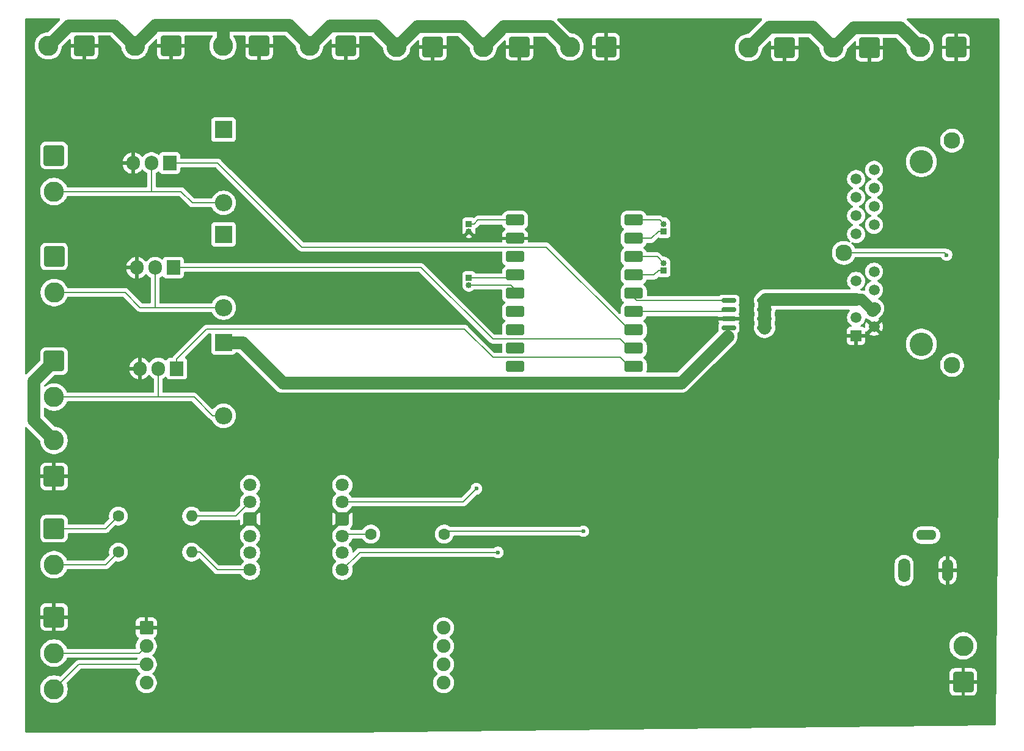
<source format=gbr>
%TF.GenerationSoftware,KiCad,Pcbnew,9.0.2*%
%TF.CreationDate,2025-05-27T21:30:05+02:00*%
%TF.ProjectId,mystery_box-v3,6d797374-6572-4795-9f62-6f782d76332e,rev?*%
%TF.SameCoordinates,Original*%
%TF.FileFunction,Copper,L1,Top*%
%TF.FilePolarity,Positive*%
%FSLAX46Y46*%
G04 Gerber Fmt 4.6, Leading zero omitted, Abs format (unit mm)*
G04 Created by KiCad (PCBNEW 9.0.2) date 2025-05-27 21:30:05*
%MOMM*%
%LPD*%
G01*
G04 APERTURE LIST*
G04 Aperture macros list*
%AMRoundRect*
0 Rectangle with rounded corners*
0 $1 Rounding radius*
0 $2 $3 $4 $5 $6 $7 $8 $9 X,Y pos of 4 corners*
0 Add a 4 corners polygon primitive as box body*
4,1,4,$2,$3,$4,$5,$6,$7,$8,$9,$2,$3,0*
0 Add four circle primitives for the rounded corners*
1,1,$1+$1,$2,$3*
1,1,$1+$1,$4,$5*
1,1,$1+$1,$6,$7*
1,1,$1+$1,$8,$9*
0 Add four rect primitives between the rounded corners*
20,1,$1+$1,$2,$3,$4,$5,0*
20,1,$1+$1,$4,$5,$6,$7,0*
20,1,$1+$1,$6,$7,$8,$9,0*
20,1,$1+$1,$8,$9,$2,$3,0*%
G04 Aperture macros list end*
%TA.AperFunction,ComponentPad*%
%ADD10C,1.600000*%
%TD*%
%TA.AperFunction,ComponentPad*%
%ADD11RoundRect,0.250001X1.149999X-1.149999X1.149999X1.149999X-1.149999X1.149999X-1.149999X-1.149999X0*%
%TD*%
%TA.AperFunction,ComponentPad*%
%ADD12C,2.800000*%
%TD*%
%TA.AperFunction,ComponentPad*%
%ADD13RoundRect,0.250001X-1.149999X1.149999X-1.149999X-1.149999X1.149999X-1.149999X1.149999X1.149999X0*%
%TD*%
%TA.AperFunction,ComponentPad*%
%ADD14R,2.400000X2.400000*%
%TD*%
%TA.AperFunction,ComponentPad*%
%ADD15O,2.400000X2.400000*%
%TD*%
%TA.AperFunction,ComponentPad*%
%ADD16RoundRect,0.250001X1.149999X1.149999X-1.149999X1.149999X-1.149999X-1.149999X1.149999X-1.149999X0*%
%TD*%
%TA.AperFunction,ComponentPad*%
%ADD17R,1.905000X2.000000*%
%TD*%
%TA.AperFunction,ComponentPad*%
%ADD18O,1.905000X2.000000*%
%TD*%
%TA.AperFunction,WasherPad*%
%ADD19C,3.250000*%
%TD*%
%TA.AperFunction,ComponentPad*%
%ADD20C,1.500000*%
%TD*%
%TA.AperFunction,ComponentPad*%
%ADD21R,1.500000X1.500000*%
%TD*%
%TA.AperFunction,ComponentPad*%
%ADD22C,2.300000*%
%TD*%
%TA.AperFunction,ComponentPad*%
%ADD23RoundRect,0.400050X-0.899950X-0.400050X0.899950X-0.400050X0.899950X0.400050X-0.899950X0.400050X0*%
%TD*%
%TA.AperFunction,ComponentPad*%
%ADD24RoundRect,0.400000X-0.900000X-0.400000X0.900000X-0.400000X0.900000X0.400000X-0.900000X0.400000X0*%
%TD*%
%TA.AperFunction,ComponentPad*%
%ADD25C,1.905000*%
%TD*%
%TA.AperFunction,ComponentPad*%
%ADD26RoundRect,0.250000X-0.702500X-0.702500X0.702500X-0.702500X0.702500X0.702500X-0.702500X0.702500X0*%
%TD*%
%TA.AperFunction,ComponentPad*%
%ADD27R,0.850000X0.850000*%
%TD*%
%TA.AperFunction,ComponentPad*%
%ADD28C,0.850000*%
%TD*%
%TA.AperFunction,SMDPad,CuDef*%
%ADD29RoundRect,0.150000X-0.825000X-0.150000X0.825000X-0.150000X0.825000X0.150000X-0.825000X0.150000X0*%
%TD*%
%TA.AperFunction,ComponentPad*%
%ADD30O,1.600000X1.600000*%
%TD*%
%TA.AperFunction,ComponentPad*%
%ADD31O,1.650000X3.300000*%
%TD*%
%TA.AperFunction,ComponentPad*%
%ADD32O,1.550000X3.100000*%
%TD*%
%TA.AperFunction,ComponentPad*%
%ADD33O,2.800000X1.400000*%
%TD*%
%TA.AperFunction,ComponentPad*%
%ADD34C,1.800000*%
%TD*%
%TA.AperFunction,ComponentPad*%
%ADD35RoundRect,0.270000X-0.630000X-0.630000X0.630000X-0.630000X0.630000X0.630000X-0.630000X0.630000X0*%
%TD*%
%TA.AperFunction,ViaPad*%
%ADD36C,0.600000*%
%TD*%
%TA.AperFunction,Conductor*%
%ADD37C,1.800000*%
%TD*%
%TA.AperFunction,Conductor*%
%ADD38C,0.200000*%
%TD*%
%TA.AperFunction,Conductor*%
%ADD39C,0.601000*%
%TD*%
%TA.AperFunction,Conductor*%
%ADD40C,1.499800*%
%TD*%
G04 APERTURE END LIST*
D10*
%TO.P,R3,1*%
%TO.N,VCC 3V3*%
X136920000Y-102500000D03*
%TO.P,R3,2*%
%TO.N,Net-(U3-ST)*%
X147080000Y-102500000D03*
%TD*%
D11*
%TO.P,neopixel_pwr1
GND  12V,1,Pin_1*%
%TO.N,GND*%
X93000000Y-94500000D03*
D12*
%TO.P,neopixel_pwr1
GND  12V,2,Pin_2*%
%TO.N,/SW 12V*%
X93000000Y-89500000D03*
%TD*%
D13*
%TO.P,dmx_out1,1,Pin_1*%
%TO.N,GND*%
X93000000Y-114000000D03*
D12*
%TO.P,dmx_out1,2,Pin_2*%
%TO.N,Net-(U2-A)*%
X93000000Y-119000000D03*
%TO.P,dmx_out1,3,Pin_3*%
%TO.N,Net-(U2-B)*%
X93000000Y-124000000D03*
%TD*%
D14*
%TO.P,D3,1,K*%
%TO.N,/SW 12V*%
X116500000Y-46420000D03*
D15*
%TO.P,D3,2,A*%
%TO.N,Net-(D3-A)*%
X116500000Y-56580000D03*
%TD*%
D16*
%TO.P,J10,1,Pin_1*%
%TO.N,GND*%
X169500000Y-34935000D03*
D12*
%TO.P,J10,2,Pin_2*%
%TO.N,/SW 12V*%
X164500000Y-34935000D03*
%TD*%
D17*
%TO.P,Q3,1,G*%
%TO.N,Net-(Q3-G)*%
X109040000Y-51055000D03*
D18*
%TO.P,Q3,2,D*%
%TO.N,Net-(D3-A)*%
X106500000Y-51055000D03*
%TO.P,Q3,3,S*%
%TO.N,GND*%
X103960000Y-51055000D03*
%TD*%
D19*
%TO.P,J20,*%
%TO.N,*%
X213200000Y-76150000D03*
X213200000Y-50850000D03*
D20*
%TO.P,J20,1*%
%TO.N,Net-(J20-Pad1)*%
X206650000Y-51995000D03*
%TO.P,J20,2*%
%TO.N,Net-(J20-Pad10)*%
X204150000Y-53265000D03*
%TO.P,J20,3*%
%TO.N,Net-(J20-Pad11)*%
X206650000Y-54535000D03*
%TO.P,J20,4*%
%TO.N,unconnected-(J20-Pad4)*%
X204150000Y-55805000D03*
%TO.P,J20,5*%
%TO.N,unconnected-(J20-Pad5)*%
X206650000Y-57075000D03*
%TO.P,J20,6*%
%TO.N,Net-(J20-Pad14)*%
X204150000Y-58345000D03*
%TO.P,J20,7*%
%TO.N,unconnected-(J20-Pad7)*%
X206650000Y-59615000D03*
%TO.P,J20,8*%
%TO.N,unconnected-(J20-Pad8)*%
X204150000Y-60885000D03*
%TO.P,J20,9*%
%TO.N,Net-(J20-Pad1)*%
X206650000Y-66115000D03*
%TO.P,J20,10*%
%TO.N,Net-(J20-Pad10)*%
X204150000Y-67385000D03*
%TO.P,J20,11*%
%TO.N,Net-(J20-Pad11)*%
X206650000Y-68655000D03*
%TO.P,J20,12*%
%TO.N,VCC 12V*%
X204150000Y-69925000D03*
%TO.P,J20,13*%
X206650000Y-71195000D03*
%TO.P,J20,14*%
%TO.N,Net-(J20-Pad14)*%
X204150000Y-72465000D03*
%TO.P,J20,15*%
%TO.N,GND*%
X206650000Y-73735000D03*
D21*
%TO.P,J20,16*%
X204150000Y-75005000D03*
D22*
%TO.P,J20,SH*%
%TO.N,unconnected-(J20-PadSH)*%
X217450000Y-79050000D03*
X202450000Y-63500000D03*
X217450000Y-47950000D03*
%TD*%
D16*
%TO.P,J15,1,Pin_1*%
%TO.N,GND*%
X218000000Y-35000000D03*
D12*
%TO.P,J15,2,Pin_2*%
%TO.N,VCC 12V*%
X213000000Y-35000000D03*
%TD*%
D23*
%TO.P,ESP32_S3,1,1*%
%TO.N,Net-(J2-Pin_1)*%
X156900000Y-66580000D03*
%TO.P,ESP32_S3,2,2*%
%TO.N,Net-(J2-Pin_2)*%
X156900000Y-69120000D03*
%TO.P,ESP32_S3,3,3*%
%TO.N,Net-(U2-DI)*%
X156900000Y-71660000D03*
%TO.P,ESP32_S3,3V3,3.3V(OUT)*%
%TO.N,unconnected-(ESP32_S3-3.3V(OUT)-Pad3V3)*%
X156900000Y-64040000D03*
%TO.P,ESP32_S3,4,4*%
%TO.N,Net-(U2-DE)*%
X156900000Y-74200000D03*
%TO.P,ESP32_S3,5,5*%
%TO.N,Net-(U1-LV3)*%
X156900000Y-76740000D03*
%TO.P,ESP32_S3,5V,5V*%
%TO.N,Net-(J4-Pin_1)*%
X156900000Y-58960000D03*
%TO.P,ESP32_S3,6,6*%
%TO.N,Net-(U1-LV1)*%
X156900000Y-79280000D03*
%TO.P,ESP32_S3,7,7*%
%TO.N,Net-(Q2-G)*%
X173340000Y-79280000D03*
%TO.P,ESP32_S3,8,8*%
%TO.N,Net-(Q1-G)*%
X173340000Y-76740000D03*
%TO.P,ESP32_S3,9,9*%
%TO.N,Net-(Q3-G)*%
X173340000Y-74200000D03*
%TO.P,ESP32_S3,10,10*%
%TO.N,Net-(U3-ST)*%
X173340000Y-71660000D03*
D24*
%TO.P,ESP32_S3,11,11*%
%TO.N,Net-(U3-IN)*%
X173340000Y-69120000D03*
%TO.P,ESP32_S3,12,12*%
%TO.N,Net-(J1-Pin_1)*%
X173340000Y-66580000D03*
%TO.P,ESP32_S3,13,13*%
%TO.N,Net-(J1-Pin_2)*%
X173340000Y-64040000D03*
D23*
%TO.P,ESP32_S3,GND,GND*%
%TO.N,GND*%
X156900000Y-61500000D03*
D24*
%TO.P,ESP32_S3,RX,RX*%
%TO.N,Net-(J3-Pin_1)*%
X173340000Y-61500000D03*
%TO.P,ESP32_S3,TX,TX*%
%TO.N,Net-(J3-Pin_2)*%
X173340000Y-58960000D03*
%TD*%
D16*
%TO.P,J12,1,Pin_1*%
%TO.N,GND*%
X121427400Y-34797300D03*
D12*
%TO.P,J12,2,Pin_2*%
%TO.N,/SW 12V*%
X116427400Y-34797300D03*
%TD*%
D16*
%TO.P,J11,1,Pin_1*%
%TO.N,GND*%
X145500000Y-34935000D03*
D12*
%TO.P,J11,2,Pin_2*%
%TO.N,/SW 12V*%
X140500000Y-34935000D03*
%TD*%
D16*
%TO.P,J9,1,Pin_1*%
%TO.N,GND*%
X109210300Y-34789700D03*
D12*
%TO.P,J9,2,Pin_2*%
%TO.N,/SW 12V*%
X104210300Y-34789700D03*
%TD*%
D16*
%TO.P,J13,1,Pin_1*%
%TO.N,GND*%
X97210300Y-34789700D03*
D12*
%TO.P,J13,2,Pin_2*%
%TO.N,/SW 12V*%
X92210300Y-34789700D03*
%TD*%
D17*
%TO.P,Q1,1,G*%
%TO.N,Net-(Q1-G)*%
X109540000Y-65555000D03*
D18*
%TO.P,Q1,2,D*%
%TO.N,Net-(D1-A)*%
X107000000Y-65555000D03*
%TO.P,Q1,3,S*%
%TO.N,GND*%
X104460000Y-65555000D03*
%TD*%
D25*
%TO.P,U2,1,RO*%
%TO.N,unconnected-(U2-RO-Pad1)*%
X147000000Y-123120000D03*
%TO.P,U2,2,~{RE}*%
%TO.N,unconnected-(U2-~{RE}-Pad2)*%
X147000000Y-120580000D03*
%TO.P,U2,3,DE*%
%TO.N,Net-(U2-DE)*%
X147000000Y-118040000D03*
%TO.P,U2,4,DI*%
%TO.N,Net-(U2-DI)*%
X147000000Y-115500000D03*
D26*
%TO.P,U2,5,GND*%
%TO.N,GND*%
X105800000Y-115500000D03*
D25*
%TO.P,U2,6,A*%
%TO.N,Net-(U2-A)*%
X105800000Y-118040000D03*
%TO.P,U2,7,B*%
%TO.N,Net-(U2-B)*%
X105800000Y-120580000D03*
%TO.P,U2,8,VCC*%
%TO.N,VCC 5V*%
X105800000Y-123120000D03*
%TD*%
D16*
%TO.P,J16,1,Pin_1*%
%TO.N,GND*%
X206000000Y-35065000D03*
D12*
%TO.P,J16,2,Pin_2*%
%TO.N,VCC 12V*%
X201000000Y-35065000D03*
%TD*%
D16*
%TO.P,J17,1,Pin_1*%
%TO.N,GND*%
X194250000Y-35032500D03*
D12*
%TO.P,J17,2,Pin_2*%
%TO.N,VCC 12V*%
X189250000Y-35032500D03*
%TD*%
D27*
%TO.P,J1,1,Pin_1*%
%TO.N,Net-(J1-Pin_1)*%
X177500000Y-65960000D03*
D28*
%TO.P,J1,2,Pin_2*%
%TO.N,Net-(J1-Pin_2)*%
X177500000Y-64960000D03*
%TD*%
D29*
%TO.P,U3,1,IN*%
%TO.N,Net-(U3-IN)*%
X186525000Y-70095000D03*
%TO.P,U3,2,ST*%
%TO.N,Net-(U3-ST)*%
X186525000Y-71365000D03*
%TO.P,U3,3,GND*%
%TO.N,GND*%
X186525000Y-72635000D03*
%TO.P,U3,4,OUT*%
%TO.N,/SW 12V*%
X186525000Y-73905000D03*
%TO.P,U3,5,VBB*%
%TO.N,VCC 12V*%
X191475000Y-73905000D03*
%TO.P,U3,6,VBB*%
X191475000Y-72635000D03*
%TO.P,U3,7,VBB*%
X191475000Y-71365000D03*
%TO.P,U3,8,VBB*%
X191475000Y-70095000D03*
%TD*%
D10*
%TO.P,R2,1*%
%TO.N,Net-(neopixel_out1-Pin_2)*%
X101920000Y-105000000D03*
D30*
%TO.P,R2,2*%
%TO.N,Net-(U1-HV1)*%
X112080000Y-105000000D03*
%TD*%
D11*
%TO.P,12v_input_terminal1,1,Pin_1*%
%TO.N,GND*%
X219000000Y-123000000D03*
D12*
%TO.P,12v_input_terminal1,2,Pin_2*%
%TO.N,VCC 12V*%
X219000000Y-118000000D03*
%TD*%
D16*
%TO.P,J14,1,Pin_1*%
%TO.N,GND*%
X157500000Y-34935000D03*
D12*
%TO.P,J14,2,Pin_2*%
%TO.N,/SW 12V*%
X152500000Y-34935000D03*
%TD*%
D13*
%TO.P,neopixel_out1,1,Pin_1*%
%TO.N,Net-(neopixel_out1-Pin_1)*%
X93000000Y-101750000D03*
D12*
%TO.P,neopixel_out1,2,Pin_2*%
%TO.N,Net-(neopixel_out1-Pin_2)*%
X93000000Y-106750000D03*
%TD*%
D31*
%TO.P,J18,1*%
%TO.N,VCC 12V*%
X210812500Y-107550000D03*
D32*
%TO.P,J18,2*%
%TO.N,GND*%
X216812500Y-107550000D03*
D33*
%TO.P,J18,MP,MountPin*%
%TO.N,unconnected-(J18-MountPin-PadMP)*%
X213912500Y-102650000D03*
%TD*%
D27*
%TO.P,J3,1,Pin_1*%
%TO.N,Net-(J3-Pin_1)*%
X177500000Y-60500000D03*
D28*
%TO.P,J3,2,Pin_2*%
%TO.N,Net-(J3-Pin_2)*%
X177500000Y-59500000D03*
%TD*%
D14*
%TO.P,D1,1,K*%
%TO.N,/SW 12V*%
X116500000Y-60920000D03*
D15*
%TO.P,D1,2,A*%
%TO.N,Net-(D1-A)*%
X116500000Y-71080000D03*
%TD*%
D13*
%TO.P,switched_output_02,1,Pin_1*%
%TO.N,/SW 12V*%
X93032500Y-64000000D03*
D12*
%TO.P,switched_output_02,2,Pin_2*%
%TO.N,Net-(D1-A)*%
X93032500Y-69000000D03*
%TD*%
D13*
%TO.P,switched_output_03,1,Pin_1*%
%TO.N,/SW 12V*%
X93000000Y-50000000D03*
D12*
%TO.P,switched_output_03,2,Pin_2*%
%TO.N,Net-(D3-A)*%
X93000000Y-55000000D03*
%TD*%
D27*
%TO.P,J4,1,Pin_1*%
%TO.N,Net-(J4-Pin_1)*%
X150500000Y-59500000D03*
D28*
%TO.P,J4,2,Pin_2*%
%TO.N,GND*%
X150500000Y-60500000D03*
%TD*%
D27*
%TO.P,J2,1,Pin_1*%
%TO.N,Net-(J2-Pin_1)*%
X150500000Y-66960000D03*
D28*
%TO.P,J2,2,Pin_2*%
%TO.N,Net-(J2-Pin_2)*%
X150500000Y-67960000D03*
%TD*%
D16*
%TO.P,J8,1,Pin_1*%
%TO.N,GND*%
X133427400Y-34797300D03*
D12*
%TO.P,J8,2,Pin_2*%
%TO.N,/SW 12V*%
X128427400Y-34797300D03*
%TD*%
D17*
%TO.P,Q2,1,G*%
%TO.N,Net-(Q2-G)*%
X110000000Y-79555000D03*
D18*
%TO.P,Q2,2,D*%
%TO.N,Net-(D2-A)*%
X107460000Y-79555000D03*
%TO.P,Q2,3,S*%
%TO.N,GND*%
X104920000Y-79555000D03*
%TD*%
D14*
%TO.P,D2,1,K*%
%TO.N,/SW 12V*%
X116500000Y-75920000D03*
D15*
%TO.P,D2,2,A*%
%TO.N,Net-(D2-A)*%
X116500000Y-86080000D03*
%TD*%
D13*
%TO.P,switched_output_01,1,Pin_1*%
%TO.N,/SW 12V*%
X93000000Y-78500000D03*
D12*
%TO.P,switched_output_01,2,Pin_2*%
%TO.N,Net-(D2-A)*%
X93000000Y-83500000D03*
%TD*%
D34*
%TO.P,U1,1,LV1*%
%TO.N,Net-(U1-LV1)*%
X132975000Y-107450000D03*
%TO.P,U1,2,LV2*%
%TO.N,unconnected-(U1-LV2-Pad2)*%
X132975000Y-105100000D03*
%TO.P,U1,3,LV*%
%TO.N,VCC 3V3*%
X132975000Y-102750000D03*
D35*
%TO.P,U1,4,GND*%
%TO.N,GND*%
X132975000Y-100400000D03*
D34*
%TO.P,U1,5,LV3*%
%TO.N,Net-(U1-LV3)*%
X132975000Y-98050000D03*
%TO.P,U1,6,LV4*%
%TO.N,unconnected-(U1-LV4-Pad6)*%
X132975000Y-95700000D03*
%TO.P,U1,7,HV1*%
%TO.N,Net-(U1-HV1)*%
X120175000Y-107450000D03*
%TO.P,U1,8,HV2*%
%TO.N,unconnected-(U1-HV2-Pad8)*%
X120175000Y-105100000D03*
%TO.P,U1,9,HV*%
%TO.N,VCC 5V*%
X120175000Y-102750000D03*
D35*
%TO.P,U1,10,GND*%
%TO.N,GND*%
X120175000Y-100400000D03*
D34*
%TO.P,U1,11,HV3*%
%TO.N,Net-(U1-HV3)*%
X120175000Y-98050000D03*
%TO.P,U1,12,HV4*%
%TO.N,unconnected-(U1-HV4-Pad12)*%
X120175000Y-95700000D03*
%TD*%
D10*
%TO.P,R1,1*%
%TO.N,Net-(neopixel_out1-Pin_1)*%
X101920000Y-100000000D03*
D30*
%TO.P,R1,2*%
%TO.N,Net-(U1-HV3)*%
X112080000Y-100000000D03*
%TD*%
D36*
%TO.N,unconnected-(J20-PadSH)*%
X216699200Y-63790200D03*
%TO.N,Net-(U1-LV1)*%
X154520300Y-105049600D03*
%TO.N,Net-(U3-ST)*%
X166363900Y-102102500D03*
%TO.N,Net-(U1-LV3)*%
X151539500Y-96208300D03*
%TD*%
D37*
%TO.N,/SW 12V*%
X93000000Y-89500000D02*
X90199000Y-86699000D01*
X90199000Y-86699000D02*
X90199000Y-81301000D01*
X90199000Y-81301000D02*
X93000000Y-78500000D01*
D38*
%TO.N,Net-(D1-A)*%
X104948000Y-71080000D02*
X107000000Y-71080000D01*
X107000000Y-71080000D02*
X116500000Y-71080000D01*
X93032500Y-69000000D02*
X102868000Y-69000000D01*
X102868000Y-69000000D02*
X104948000Y-71080000D01*
X107000000Y-65555000D02*
X107000000Y-71080000D01*
D37*
%TO.N,/SW 12V*%
X116427400Y-31947500D02*
X107052500Y-31947500D01*
X116427400Y-34797300D02*
X116427400Y-31947500D01*
X155319400Y-32115600D02*
X152500000Y-34935000D01*
D39*
X186348800Y-74081200D02*
X186525000Y-73905000D01*
D37*
X101380800Y-31960200D02*
X95039800Y-31960200D01*
X128427400Y-34797300D02*
X125577600Y-31947500D01*
X116500000Y-75920000D02*
X119101700Y-75920000D01*
X186348800Y-75055000D02*
X179903800Y-81500000D01*
X164500000Y-34935000D02*
X161680600Y-32115600D01*
X179903800Y-81500000D02*
X124681700Y-81500000D01*
X143359500Y-32075500D02*
X140500000Y-34935000D01*
X152500000Y-34935000D02*
X149640500Y-32075500D01*
X95039800Y-31960200D02*
X92210300Y-34789700D01*
X161680600Y-32115600D02*
X155319400Y-32115600D01*
X125577600Y-31947500D02*
X116427400Y-31947500D01*
D39*
X186348800Y-75055000D02*
X186348800Y-74081200D01*
D37*
X137559700Y-31994700D02*
X131230000Y-31994700D01*
X104210300Y-34789700D02*
X101380800Y-31960200D01*
X124681700Y-81500000D02*
X119101700Y-75920000D01*
X149640500Y-32075500D02*
X143359500Y-32075500D01*
X131230000Y-31994700D02*
X128427400Y-34797300D01*
X140500000Y-34935000D02*
X137559700Y-31994700D01*
X107052500Y-31947500D02*
X104210300Y-34789700D01*
D38*
%TO.N,Net-(D2-A)*%
X108000000Y-83500000D02*
X112418300Y-83500000D01*
X107460000Y-79555000D02*
X107460000Y-83460000D01*
X116500000Y-86080000D02*
X114998300Y-86080000D01*
X107460000Y-83460000D02*
X107500000Y-83500000D01*
X107500000Y-83500000D02*
X108000000Y-83500000D01*
X93000000Y-83500000D02*
X106205800Y-83500000D01*
X106205800Y-83500000D02*
X107500000Y-83500000D01*
X112418300Y-83500000D02*
X114998300Y-86080000D01*
%TO.N,Net-(D3-A)*%
X93000000Y-55000000D02*
X106500000Y-55000000D01*
X106500000Y-55000000D02*
X106500000Y-51055000D01*
X110603900Y-55000000D02*
X112183900Y-56580000D01*
X106500000Y-55000000D02*
X110603900Y-55000000D01*
X112183900Y-56580000D02*
X116500000Y-56580000D01*
D40*
%TO.N,VCC 12V*%
X204150000Y-69965000D02*
X204919200Y-69965000D01*
D37*
X201000000Y-35065000D02*
X198130700Y-32195700D01*
X213000000Y-35000000D02*
X210249300Y-32249300D01*
X191475000Y-73905000D02*
X191475000Y-72635000D01*
X204150000Y-69965000D02*
X204150000Y-69925000D01*
X191475000Y-72635000D02*
X191475000Y-71365000D01*
D40*
X204919200Y-69965000D02*
X206399600Y-71445400D01*
D37*
X210249300Y-32249300D02*
X203815700Y-32249300D01*
X204150000Y-69965000D02*
X191605000Y-69965000D01*
X206650000Y-71195000D02*
X206399600Y-71445400D01*
X198130700Y-32195700D02*
X192086800Y-32195700D01*
X203815700Y-32249300D02*
X201000000Y-35065000D01*
X192086800Y-32195700D02*
X189250000Y-35032500D01*
X191475000Y-71365000D02*
X191475000Y-70095000D01*
X191605000Y-69965000D02*
X191475000Y-70095000D01*
D38*
%TO.N,unconnected-(J20-PadSH)*%
X202450000Y-63500000D02*
X216409000Y-63500000D01*
X216409000Y-63500000D02*
X216699200Y-63790200D01*
%TO.N,Net-(U1-HV3)*%
X112080000Y-100000000D02*
X118225000Y-100000000D01*
X118225000Y-100000000D02*
X120175000Y-98050000D01*
%TO.N,Net-(U1-HV1)*%
X120175000Y-107450000D02*
X115631700Y-107450000D01*
X115631700Y-107450000D02*
X113181700Y-105000000D01*
X112080000Y-105000000D02*
X113181700Y-105000000D01*
%TO.N,Net-(Q1-G)*%
X153804200Y-75470000D02*
X171470000Y-75470000D01*
X171470000Y-75470000D02*
X172740000Y-76740000D01*
X143889200Y-65555000D02*
X153804200Y-75470000D01*
X109540000Y-65555000D02*
X143889200Y-65555000D01*
%TO.N,Net-(U1-LV1)*%
X154520300Y-105049600D02*
X135375400Y-105049600D01*
X135375400Y-105049600D02*
X132975000Y-107450000D01*
%TO.N,Net-(U3-IN)*%
X186525000Y-70095000D02*
X173715000Y-70095000D01*
X173715000Y-70095000D02*
X172740000Y-69120000D01*
%TO.N,VCC 3V3*%
X136920000Y-102500000D02*
X133225000Y-102500000D01*
X133225000Y-102500000D02*
X132975000Y-102750000D01*
%TO.N,Net-(J4-Pin_1)*%
X151766700Y-58960000D02*
X151226700Y-59500000D01*
X150500000Y-59500000D02*
X151226700Y-59500000D01*
X157500000Y-58960000D02*
X151766700Y-58960000D01*
%TO.N,Net-(U2-B)*%
X96420000Y-120580000D02*
X105800000Y-120580000D01*
X93000000Y-124000000D02*
X96420000Y-120580000D01*
%TO.N,Net-(U2-A)*%
X93000000Y-119000000D02*
X104840000Y-119000000D01*
X104840000Y-119000000D02*
X105800000Y-118040000D01*
%TO.N,Net-(neopixel_out1-Pin_1)*%
X100170000Y-101750000D02*
X101920000Y-100000000D01*
X93000000Y-101750000D02*
X100170000Y-101750000D01*
%TO.N,Net-(neopixel_out1-Pin_2)*%
X93000000Y-106750000D02*
X100170000Y-106750000D01*
X100170000Y-106750000D02*
X101920000Y-105000000D01*
%TO.N,Net-(J3-Pin_1)*%
X176773300Y-60500000D02*
X175773300Y-61500000D01*
X175773300Y-61500000D02*
X172740000Y-61500000D01*
X177500000Y-60500000D02*
X176773300Y-60500000D01*
%TO.N,Net-(J3-Pin_2)*%
X176960000Y-58960000D02*
X177500000Y-59500000D01*
X172740000Y-58960000D02*
X176960000Y-58960000D01*
%TO.N,Net-(U3-ST)*%
X147080000Y-102500000D02*
X147477500Y-102102500D01*
X172740000Y-71660000D02*
X186230000Y-71660000D01*
X186230000Y-71660000D02*
X186525000Y-71365000D01*
X147477500Y-102102500D02*
X166363900Y-102102500D01*
%TO.N,Net-(Q3-G)*%
X172740000Y-74200000D02*
X161230000Y-62690000D01*
X115696800Y-51055000D02*
X109040000Y-51055000D01*
X161230000Y-62690000D02*
X127331800Y-62690000D01*
X127331800Y-62690000D02*
X115696800Y-51055000D01*
%TO.N,Net-(Q2-G)*%
X153841600Y-78010000D02*
X171470000Y-78010000D01*
X171470000Y-78010000D02*
X172740000Y-79280000D01*
X110000000Y-79555000D02*
X110000000Y-78253300D01*
X110000000Y-78253300D02*
X114177200Y-74076100D01*
X149907700Y-74076100D02*
X153841600Y-78010000D01*
X114177200Y-74076100D02*
X149907700Y-74076100D01*
%TO.N,Net-(U1-LV3)*%
X149697800Y-98050000D02*
X132975000Y-98050000D01*
X151539500Y-96208300D02*
X149697800Y-98050000D01*
%TO.N,Net-(J2-Pin_1)*%
X157500000Y-66580000D02*
X157120000Y-66960000D01*
X157120000Y-66960000D02*
X150500000Y-66960000D01*
%TO.N,Net-(J1-Pin_1)*%
X176773300Y-65960000D02*
X176153300Y-66580000D01*
X176153300Y-66580000D02*
X172740000Y-66580000D01*
X177500000Y-65960000D02*
X176773300Y-65960000D01*
%TO.N,Net-(J2-Pin_2)*%
X150500000Y-67960000D02*
X156340000Y-67960000D01*
X156340000Y-67960000D02*
X157500000Y-69120000D01*
%TO.N,Net-(J1-Pin_2)*%
X172740000Y-64040000D02*
X176580000Y-64040000D01*
X176580000Y-64040000D02*
X177500000Y-64960000D01*
%TD*%
%TA.AperFunction,Conductor*%
%TO.N,GND*%
G36*
X205543970Y-72563054D02*
G01*
X205580220Y-72581199D01*
X205665578Y-72643215D01*
X205702685Y-72662122D01*
X205861993Y-72743295D01*
X205861999Y-72743297D01*
X206055659Y-72806220D01*
X206105023Y-72836470D01*
X206565498Y-73296944D01*
X206478236Y-73320326D01*
X206376764Y-73378911D01*
X206293911Y-73461764D01*
X206235326Y-73563236D01*
X206211944Y-73650497D01*
X205606320Y-73044872D01*
X205606320Y-73044873D01*
X205580902Y-73079859D01*
X205580899Y-73079863D01*
X205491582Y-73255161D01*
X205430778Y-73442294D01*
X205400000Y-73636617D01*
X205400000Y-73756997D01*
X205380315Y-73824036D01*
X205327511Y-73869791D01*
X205258353Y-73879735D01*
X205201689Y-73856263D01*
X205142093Y-73811649D01*
X205142086Y-73811645D01*
X205007379Y-73761403D01*
X205007372Y-73761401D01*
X204947844Y-73755000D01*
X204883579Y-73755000D01*
X204816540Y-73735315D01*
X204770785Y-73682511D01*
X204760841Y-73613353D01*
X204789866Y-73549797D01*
X204810693Y-73530682D01*
X204830182Y-73516522D01*
X204964646Y-73418828D01*
X205103828Y-73279646D01*
X205219524Y-73120405D01*
X205308884Y-72945025D01*
X205369709Y-72757826D01*
X205384867Y-72662122D01*
X205414796Y-72598988D01*
X205474107Y-72562056D01*
X205543970Y-72563054D01*
G37*
%TD.AperFunction*%
%TA.AperFunction,Conductor*%
G36*
X93786570Y-31020185D02*
G01*
X93832325Y-31072989D01*
X93842269Y-31142147D01*
X93813244Y-31205703D01*
X93807212Y-31212181D01*
X92166313Y-32853080D01*
X92104990Y-32886565D01*
X92086754Y-32889133D01*
X92085733Y-32889199D01*
X91838738Y-32921717D01*
X91598092Y-32986198D01*
X91367938Y-33081530D01*
X91367923Y-33081537D01*
X91152173Y-33206100D01*
X90954525Y-33357760D01*
X90954518Y-33357766D01*
X90778366Y-33533918D01*
X90778360Y-33533925D01*
X90626700Y-33731573D01*
X90502137Y-33947323D01*
X90502130Y-33947338D01*
X90406798Y-34177492D01*
X90342317Y-34418138D01*
X90309801Y-34665124D01*
X90309800Y-34665141D01*
X90309800Y-34914258D01*
X90309801Y-34914275D01*
X90342317Y-35161261D01*
X90406798Y-35401907D01*
X90502130Y-35632061D01*
X90502137Y-35632076D01*
X90626700Y-35847826D01*
X90778360Y-36045474D01*
X90778366Y-36045481D01*
X90954518Y-36221633D01*
X90954525Y-36221639D01*
X91152173Y-36373299D01*
X91367923Y-36497862D01*
X91367938Y-36497869D01*
X91450375Y-36532015D01*
X91598093Y-36593202D01*
X91838735Y-36657682D01*
X92085735Y-36690200D01*
X92085742Y-36690200D01*
X92334858Y-36690200D01*
X92334865Y-36690200D01*
X92581865Y-36657682D01*
X92822507Y-36593202D01*
X93052673Y-36497864D01*
X93268427Y-36373299D01*
X93466076Y-36221638D01*
X93642238Y-36045476D01*
X93793899Y-35847827D01*
X93918464Y-35632073D01*
X94013802Y-35401907D01*
X94078282Y-35161265D01*
X94110800Y-34914265D01*
X94110800Y-34911968D01*
X94111583Y-34905787D01*
X94124113Y-34877080D01*
X94134884Y-34847660D01*
X94139085Y-34842781D01*
X94139535Y-34841752D01*
X94140561Y-34841067D01*
X94146912Y-34833693D01*
X95098620Y-33881986D01*
X95159942Y-33848502D01*
X95229634Y-33853486D01*
X95285567Y-33895358D01*
X95309984Y-33960822D01*
X95310300Y-33969668D01*
X95310300Y-34539700D01*
X96610299Y-34539700D01*
X96585279Y-34600102D01*
X96560300Y-34725681D01*
X96560300Y-34853719D01*
X96585279Y-34979298D01*
X96610299Y-35039700D01*
X95310300Y-35039700D01*
X95310300Y-35989685D01*
X95320793Y-36092389D01*
X95320794Y-36092396D01*
X95375941Y-36258818D01*
X95375943Y-36258823D01*
X95467984Y-36408044D01*
X95591955Y-36532015D01*
X95741176Y-36624056D01*
X95741181Y-36624058D01*
X95907603Y-36679205D01*
X95907610Y-36679206D01*
X96010314Y-36689699D01*
X96010327Y-36689700D01*
X96960300Y-36689700D01*
X96960300Y-35389701D01*
X97020702Y-35414721D01*
X97146281Y-35439700D01*
X97274319Y-35439700D01*
X97399898Y-35414721D01*
X97460300Y-35389701D01*
X97460300Y-36689700D01*
X98410273Y-36689700D01*
X98410285Y-36689699D01*
X98512989Y-36679206D01*
X98512996Y-36679205D01*
X98679418Y-36624058D01*
X98679423Y-36624056D01*
X98828644Y-36532015D01*
X98952615Y-36408044D01*
X99044656Y-36258823D01*
X99044658Y-36258818D01*
X99099805Y-36092396D01*
X99099806Y-36092389D01*
X99110299Y-35989685D01*
X99110300Y-35989672D01*
X99110300Y-35039700D01*
X97810301Y-35039700D01*
X97835321Y-34979298D01*
X97860300Y-34853719D01*
X97860300Y-34725681D01*
X97835321Y-34600102D01*
X97810301Y-34539700D01*
X99110300Y-34539700D01*
X99110300Y-33589727D01*
X99110299Y-33589714D01*
X99100858Y-33497303D01*
X99113627Y-33428610D01*
X99161507Y-33377725D01*
X99224216Y-33360700D01*
X100749332Y-33360700D01*
X100816371Y-33380385D01*
X100837013Y-33397019D01*
X102273680Y-34833686D01*
X102307165Y-34895009D01*
X102309733Y-34913247D01*
X102309799Y-34914265D01*
X102342317Y-35161261D01*
X102406798Y-35401907D01*
X102502130Y-35632061D01*
X102502137Y-35632076D01*
X102626700Y-35847826D01*
X102778360Y-36045474D01*
X102778366Y-36045481D01*
X102954518Y-36221633D01*
X102954525Y-36221639D01*
X103152173Y-36373299D01*
X103367923Y-36497862D01*
X103367938Y-36497869D01*
X103450375Y-36532015D01*
X103598093Y-36593202D01*
X103838735Y-36657682D01*
X104085735Y-36690200D01*
X104085742Y-36690200D01*
X104334858Y-36690200D01*
X104334865Y-36690200D01*
X104581865Y-36657682D01*
X104822507Y-36593202D01*
X105052673Y-36497864D01*
X105268427Y-36373299D01*
X105466076Y-36221638D01*
X105642238Y-36045476D01*
X105793899Y-35847827D01*
X105918464Y-35632073D01*
X106013802Y-35401907D01*
X106078282Y-35161265D01*
X106110800Y-34914265D01*
X106110800Y-34911968D01*
X106111583Y-34905787D01*
X106124113Y-34877080D01*
X106134884Y-34847660D01*
X106139085Y-34842781D01*
X106139535Y-34841752D01*
X106140561Y-34841067D01*
X106146912Y-34833693D01*
X107098619Y-33881987D01*
X107159942Y-33848502D01*
X107229634Y-33853486D01*
X107285567Y-33895358D01*
X107309984Y-33960822D01*
X107310300Y-33969668D01*
X107310300Y-34539700D01*
X108610299Y-34539700D01*
X108585279Y-34600102D01*
X108560300Y-34725681D01*
X108560300Y-34853719D01*
X108585279Y-34979298D01*
X108610299Y-35039700D01*
X107310300Y-35039700D01*
X107310300Y-35989685D01*
X107320793Y-36092389D01*
X107320794Y-36092396D01*
X107375941Y-36258818D01*
X107375943Y-36258823D01*
X107467984Y-36408044D01*
X107591955Y-36532015D01*
X107741176Y-36624056D01*
X107741181Y-36624058D01*
X107907603Y-36679205D01*
X107907610Y-36679206D01*
X108010314Y-36689699D01*
X108010327Y-36689700D01*
X108960300Y-36689700D01*
X108960300Y-35389701D01*
X109020702Y-35414721D01*
X109146281Y-35439700D01*
X109274319Y-35439700D01*
X109399898Y-35414721D01*
X109460300Y-35389701D01*
X109460300Y-36689700D01*
X110410273Y-36689700D01*
X110410285Y-36689699D01*
X110512989Y-36679206D01*
X110512996Y-36679205D01*
X110679418Y-36624058D01*
X110679423Y-36624056D01*
X110828644Y-36532015D01*
X110952615Y-36408044D01*
X111044656Y-36258823D01*
X111044658Y-36258818D01*
X111099805Y-36092396D01*
X111099806Y-36092389D01*
X111110299Y-35989685D01*
X111110300Y-35989672D01*
X111110300Y-35039700D01*
X109810301Y-35039700D01*
X109835321Y-34979298D01*
X109860300Y-34853719D01*
X109860300Y-34725681D01*
X109835321Y-34600102D01*
X109810301Y-34539700D01*
X111110300Y-34539700D01*
X111110300Y-33589727D01*
X111110299Y-33589712D01*
X111099561Y-33484602D01*
X111112330Y-33415910D01*
X111160211Y-33365025D01*
X111222919Y-33348000D01*
X114892511Y-33348000D01*
X114959550Y-33367685D01*
X115005305Y-33420489D01*
X115015249Y-33489647D01*
X114990887Y-33547486D01*
X114843800Y-33739173D01*
X114719237Y-33954923D01*
X114719230Y-33954938D01*
X114623898Y-34185092D01*
X114559417Y-34425738D01*
X114526901Y-34672724D01*
X114526900Y-34672741D01*
X114526900Y-34921858D01*
X114526901Y-34921875D01*
X114558416Y-35161261D01*
X114559418Y-35168865D01*
X114593105Y-35294588D01*
X114623898Y-35409507D01*
X114719230Y-35639661D01*
X114719237Y-35639676D01*
X114843800Y-35855426D01*
X114995460Y-36053074D01*
X114995466Y-36053081D01*
X115171618Y-36229233D01*
X115171625Y-36229239D01*
X115369273Y-36380899D01*
X115585023Y-36505462D01*
X115585038Y-36505469D01*
X115654216Y-36534123D01*
X115815193Y-36600802D01*
X116055835Y-36665282D01*
X116302835Y-36697800D01*
X116302842Y-36697800D01*
X116551958Y-36697800D01*
X116551965Y-36697800D01*
X116798965Y-36665282D01*
X117039607Y-36600802D01*
X117269773Y-36505464D01*
X117485527Y-36380899D01*
X117683176Y-36229238D01*
X117859338Y-36053076D01*
X118010999Y-35855427D01*
X118135564Y-35639673D01*
X118230902Y-35409507D01*
X118295382Y-35168865D01*
X118327900Y-34921865D01*
X118327900Y-34672735D01*
X118295382Y-34425735D01*
X118230902Y-34185093D01*
X118135564Y-33954927D01*
X118128027Y-33941873D01*
X118010999Y-33739173D01*
X117863913Y-33547486D01*
X117838719Y-33482317D01*
X117852757Y-33413872D01*
X117901571Y-33363883D01*
X117962289Y-33348000D01*
X119415924Y-33348000D01*
X119482963Y-33367685D01*
X119528718Y-33420489D01*
X119538403Y-33487851D01*
X119538582Y-33487870D01*
X119538509Y-33488583D01*
X119538662Y-33489647D01*
X119538051Y-33493058D01*
X119527400Y-33597314D01*
X119527400Y-34547300D01*
X120827399Y-34547300D01*
X120802379Y-34607702D01*
X120777400Y-34733281D01*
X120777400Y-34861319D01*
X120802379Y-34986898D01*
X120827399Y-35047300D01*
X119527400Y-35047300D01*
X119527400Y-35997285D01*
X119537893Y-36099989D01*
X119537894Y-36099996D01*
X119593041Y-36266418D01*
X119593043Y-36266423D01*
X119685084Y-36415644D01*
X119809055Y-36539615D01*
X119958276Y-36631656D01*
X119958281Y-36631658D01*
X120124703Y-36686805D01*
X120124710Y-36686806D01*
X120227414Y-36697299D01*
X120227427Y-36697300D01*
X121177400Y-36697300D01*
X121177400Y-35397301D01*
X121237802Y-35422321D01*
X121363381Y-35447300D01*
X121491419Y-35447300D01*
X121616998Y-35422321D01*
X121677400Y-35397301D01*
X121677400Y-36697300D01*
X122627373Y-36697300D01*
X122627385Y-36697299D01*
X122730089Y-36686806D01*
X122730096Y-36686805D01*
X122896518Y-36631658D01*
X122896523Y-36631656D01*
X123045744Y-36539615D01*
X123169715Y-36415644D01*
X123261756Y-36266423D01*
X123261758Y-36266418D01*
X123316905Y-36099996D01*
X123316906Y-36099989D01*
X123327399Y-35997285D01*
X123327400Y-35997272D01*
X123327400Y-35047300D01*
X122027401Y-35047300D01*
X122052421Y-34986898D01*
X122077400Y-34861319D01*
X122077400Y-34733281D01*
X122052421Y-34607702D01*
X122027401Y-34547300D01*
X123327400Y-34547300D01*
X123327400Y-33597327D01*
X123327399Y-33597314D01*
X123316218Y-33487870D01*
X123318399Y-33487647D01*
X123322830Y-33428303D01*
X123364876Y-33372501D01*
X123430417Y-33348289D01*
X123438876Y-33348000D01*
X124946132Y-33348000D01*
X125013171Y-33367685D01*
X125033813Y-33384319D01*
X126490780Y-34841286D01*
X126524265Y-34902609D01*
X126526833Y-34920847D01*
X126526899Y-34921865D01*
X126558417Y-35161265D01*
X126559418Y-35168865D01*
X126593105Y-35294588D01*
X126623898Y-35409507D01*
X126719230Y-35639661D01*
X126719237Y-35639676D01*
X126843800Y-35855426D01*
X126995460Y-36053074D01*
X126995466Y-36053081D01*
X127171618Y-36229233D01*
X127171625Y-36229239D01*
X127369273Y-36380899D01*
X127585023Y-36505462D01*
X127585038Y-36505469D01*
X127654216Y-36534123D01*
X127815193Y-36600802D01*
X128055835Y-36665282D01*
X128302835Y-36697800D01*
X128302842Y-36697800D01*
X128551958Y-36697800D01*
X128551965Y-36697800D01*
X128798965Y-36665282D01*
X129039607Y-36600802D01*
X129269773Y-36505464D01*
X129485527Y-36380899D01*
X129683176Y-36229238D01*
X129859338Y-36053076D01*
X130010999Y-35855427D01*
X130135564Y-35639673D01*
X130230902Y-35409507D01*
X130295382Y-35168865D01*
X130327900Y-34921865D01*
X130327900Y-34919568D01*
X130328683Y-34913387D01*
X130341213Y-34884680D01*
X130351984Y-34855260D01*
X130356185Y-34850381D01*
X130356635Y-34849352D01*
X130357661Y-34848667D01*
X130364012Y-34841293D01*
X131315719Y-33889587D01*
X131377042Y-33856102D01*
X131446734Y-33861086D01*
X131502667Y-33902958D01*
X131527084Y-33968422D01*
X131527400Y-33977268D01*
X131527400Y-34547300D01*
X132827399Y-34547300D01*
X132802379Y-34607702D01*
X132777400Y-34733281D01*
X132777400Y-34861319D01*
X132802379Y-34986898D01*
X132827399Y-35047300D01*
X131527400Y-35047300D01*
X131527400Y-35997285D01*
X131537893Y-36099989D01*
X131537894Y-36099996D01*
X131593041Y-36266418D01*
X131593043Y-36266423D01*
X131685084Y-36415644D01*
X131809055Y-36539615D01*
X131958276Y-36631656D01*
X131958281Y-36631658D01*
X132124703Y-36686805D01*
X132124710Y-36686806D01*
X132227414Y-36697299D01*
X132227427Y-36697300D01*
X133177400Y-36697300D01*
X133177400Y-35397301D01*
X133237802Y-35422321D01*
X133363381Y-35447300D01*
X133491419Y-35447300D01*
X133616998Y-35422321D01*
X133677400Y-35397301D01*
X133677400Y-36697300D01*
X134627373Y-36697300D01*
X134627385Y-36697299D01*
X134730089Y-36686806D01*
X134730096Y-36686805D01*
X134896518Y-36631658D01*
X134896523Y-36631656D01*
X135045744Y-36539615D01*
X135169715Y-36415644D01*
X135261756Y-36266423D01*
X135261758Y-36266418D01*
X135316905Y-36099996D01*
X135316906Y-36099989D01*
X135327399Y-35997285D01*
X135327400Y-35997272D01*
X135327400Y-35047300D01*
X134027401Y-35047300D01*
X134052421Y-34986898D01*
X134077400Y-34861319D01*
X134077400Y-34733281D01*
X134052421Y-34607702D01*
X134027401Y-34547300D01*
X135327400Y-34547300D01*
X135327400Y-33597327D01*
X135327399Y-33597315D01*
X135320706Y-33531803D01*
X135333475Y-33463110D01*
X135381355Y-33412225D01*
X135444064Y-33395200D01*
X136928232Y-33395200D01*
X136995271Y-33414885D01*
X137015913Y-33431519D01*
X138563380Y-34978986D01*
X138596865Y-35040309D01*
X138599433Y-35058547D01*
X138599499Y-35059565D01*
X138632017Y-35306561D01*
X138632018Y-35306565D01*
X138667692Y-35439700D01*
X138696498Y-35547207D01*
X138791830Y-35777361D01*
X138791837Y-35777376D01*
X138916400Y-35993126D01*
X139068060Y-36190774D01*
X139068066Y-36190781D01*
X139244218Y-36366933D01*
X139244225Y-36366939D01*
X139441873Y-36518599D01*
X139657623Y-36643162D01*
X139657638Y-36643169D01*
X139744640Y-36679206D01*
X139887793Y-36738502D01*
X140128435Y-36802982D01*
X140375435Y-36835500D01*
X140375442Y-36835500D01*
X140624558Y-36835500D01*
X140624565Y-36835500D01*
X140871565Y-36802982D01*
X141112207Y-36738502D01*
X141342373Y-36643164D01*
X141558127Y-36518599D01*
X141755776Y-36366938D01*
X141931938Y-36190776D01*
X142083599Y-35993127D01*
X142208164Y-35777373D01*
X142303502Y-35547207D01*
X142367982Y-35306565D01*
X142400500Y-35059565D01*
X142400500Y-35057268D01*
X142401283Y-35051087D01*
X142413813Y-35022380D01*
X142424584Y-34992960D01*
X142428785Y-34988081D01*
X142429235Y-34987052D01*
X142430261Y-34986367D01*
X142436612Y-34978993D01*
X143388319Y-34027287D01*
X143449642Y-33993802D01*
X143519334Y-33998786D01*
X143575267Y-34040658D01*
X143599684Y-34106122D01*
X143600000Y-34114968D01*
X143600000Y-34685000D01*
X144899999Y-34685000D01*
X144874979Y-34745402D01*
X144850000Y-34870981D01*
X144850000Y-34999019D01*
X144874979Y-35124598D01*
X144899999Y-35185000D01*
X143600000Y-35185000D01*
X143600000Y-36134985D01*
X143610493Y-36237689D01*
X143610494Y-36237696D01*
X143665641Y-36404118D01*
X143665643Y-36404123D01*
X143757684Y-36553344D01*
X143881655Y-36677315D01*
X144030876Y-36769356D01*
X144030881Y-36769358D01*
X144197303Y-36824505D01*
X144197310Y-36824506D01*
X144300014Y-36834999D01*
X144300027Y-36835000D01*
X145250000Y-36835000D01*
X145250000Y-35535001D01*
X145310402Y-35560021D01*
X145435981Y-35585000D01*
X145564019Y-35585000D01*
X145689598Y-35560021D01*
X145750000Y-35535001D01*
X145750000Y-36835000D01*
X146699973Y-36835000D01*
X146699985Y-36834999D01*
X146802689Y-36824506D01*
X146802696Y-36824505D01*
X146969118Y-36769358D01*
X146969123Y-36769356D01*
X147118344Y-36677315D01*
X147242315Y-36553344D01*
X147334356Y-36404123D01*
X147334358Y-36404118D01*
X147389505Y-36237696D01*
X147389506Y-36237689D01*
X147399999Y-36134985D01*
X147400000Y-36134972D01*
X147400000Y-35185000D01*
X146100001Y-35185000D01*
X146125021Y-35124598D01*
X146150000Y-34999019D01*
X146150000Y-34870981D01*
X146125021Y-34745402D01*
X146100001Y-34685000D01*
X147400000Y-34685000D01*
X147400000Y-33735027D01*
X147399999Y-33735014D01*
X147389506Y-33632311D01*
X147388148Y-33625967D01*
X147393358Y-33556292D01*
X147435409Y-33500494D01*
X147500952Y-33476288D01*
X147509399Y-33476000D01*
X149009032Y-33476000D01*
X149076071Y-33495685D01*
X149096713Y-33512319D01*
X150563380Y-34978986D01*
X150596865Y-35040309D01*
X150599433Y-35058547D01*
X150599499Y-35059565D01*
X150632017Y-35306561D01*
X150632018Y-35306565D01*
X150667692Y-35439700D01*
X150696498Y-35547207D01*
X150791830Y-35777361D01*
X150791837Y-35777376D01*
X150916400Y-35993126D01*
X151068060Y-36190774D01*
X151068066Y-36190781D01*
X151244218Y-36366933D01*
X151244225Y-36366939D01*
X151441873Y-36518599D01*
X151657623Y-36643162D01*
X151657638Y-36643169D01*
X151744640Y-36679206D01*
X151887793Y-36738502D01*
X152128435Y-36802982D01*
X152375435Y-36835500D01*
X152375442Y-36835500D01*
X152624558Y-36835500D01*
X152624565Y-36835500D01*
X152871565Y-36802982D01*
X153112207Y-36738502D01*
X153342373Y-36643164D01*
X153558127Y-36518599D01*
X153755776Y-36366938D01*
X153931938Y-36190776D01*
X154083599Y-35993127D01*
X154208164Y-35777373D01*
X154303502Y-35547207D01*
X154367982Y-35306565D01*
X154400500Y-35059565D01*
X154400500Y-35057268D01*
X154401283Y-35051087D01*
X154413813Y-35022380D01*
X154424584Y-34992960D01*
X154428785Y-34988081D01*
X154429235Y-34987052D01*
X154430261Y-34986367D01*
X154436612Y-34978993D01*
X155388319Y-34027287D01*
X155449642Y-33993802D01*
X155519334Y-33998786D01*
X155575267Y-34040658D01*
X155599684Y-34106122D01*
X155600000Y-34114968D01*
X155600000Y-34685000D01*
X156899999Y-34685000D01*
X156874979Y-34745402D01*
X156850000Y-34870981D01*
X156850000Y-34999019D01*
X156874979Y-35124598D01*
X156899999Y-35185000D01*
X155600000Y-35185000D01*
X155600000Y-36134985D01*
X155610493Y-36237689D01*
X155610494Y-36237696D01*
X155665641Y-36404118D01*
X155665643Y-36404123D01*
X155757684Y-36553344D01*
X155881655Y-36677315D01*
X156030876Y-36769356D01*
X156030881Y-36769358D01*
X156197303Y-36824505D01*
X156197310Y-36824506D01*
X156300014Y-36834999D01*
X156300027Y-36835000D01*
X157250000Y-36835000D01*
X157250000Y-35535001D01*
X157310402Y-35560021D01*
X157435981Y-35585000D01*
X157564019Y-35585000D01*
X157689598Y-35560021D01*
X157750000Y-35535001D01*
X157750000Y-36835000D01*
X158699973Y-36835000D01*
X158699985Y-36834999D01*
X158802689Y-36824506D01*
X158802696Y-36824505D01*
X158969118Y-36769358D01*
X158969123Y-36769356D01*
X159118344Y-36677315D01*
X159242315Y-36553344D01*
X159334356Y-36404123D01*
X159334358Y-36404118D01*
X159389505Y-36237696D01*
X159389506Y-36237689D01*
X159399999Y-36134985D01*
X159400000Y-36134972D01*
X159400000Y-35185000D01*
X158100001Y-35185000D01*
X158125021Y-35124598D01*
X158150000Y-34999019D01*
X158150000Y-34870981D01*
X158125021Y-34745402D01*
X158100001Y-34685000D01*
X159400000Y-34685000D01*
X159400000Y-33735027D01*
X159399999Y-33735014D01*
X159391590Y-33652703D01*
X159404359Y-33584010D01*
X159452239Y-33533125D01*
X159514948Y-33516100D01*
X161049132Y-33516100D01*
X161116171Y-33535785D01*
X161136813Y-33552419D01*
X162563380Y-34978986D01*
X162596865Y-35040309D01*
X162599433Y-35058547D01*
X162599499Y-35059565D01*
X162632017Y-35306561D01*
X162632018Y-35306565D01*
X162667692Y-35439700D01*
X162696498Y-35547207D01*
X162791830Y-35777361D01*
X162791837Y-35777376D01*
X162916400Y-35993126D01*
X163068060Y-36190774D01*
X163068066Y-36190781D01*
X163244218Y-36366933D01*
X163244225Y-36366939D01*
X163441873Y-36518599D01*
X163657623Y-36643162D01*
X163657638Y-36643169D01*
X163744640Y-36679206D01*
X163887793Y-36738502D01*
X164128435Y-36802982D01*
X164375435Y-36835500D01*
X164375442Y-36835500D01*
X164624558Y-36835500D01*
X164624565Y-36835500D01*
X164871565Y-36802982D01*
X165112207Y-36738502D01*
X165342373Y-36643164D01*
X165558127Y-36518599D01*
X165755776Y-36366938D01*
X165931938Y-36190776D01*
X166083599Y-35993127D01*
X166208164Y-35777373D01*
X166303502Y-35547207D01*
X166367982Y-35306565D01*
X166400500Y-35059565D01*
X166400500Y-34810435D01*
X166367982Y-34563435D01*
X166303502Y-34322793D01*
X166238009Y-34164679D01*
X166208169Y-34092638D01*
X166208162Y-34092623D01*
X166083602Y-33876877D01*
X166067661Y-33856102D01*
X166024633Y-33800027D01*
X165974747Y-33735014D01*
X167600000Y-33735014D01*
X167600000Y-34685000D01*
X168899999Y-34685000D01*
X168874979Y-34745402D01*
X168850000Y-34870981D01*
X168850000Y-34999019D01*
X168874979Y-35124598D01*
X168899999Y-35185000D01*
X167600000Y-35185000D01*
X167600000Y-36134985D01*
X167610493Y-36237689D01*
X167610494Y-36237696D01*
X167665641Y-36404118D01*
X167665643Y-36404123D01*
X167757684Y-36553344D01*
X167881655Y-36677315D01*
X168030876Y-36769356D01*
X168030881Y-36769358D01*
X168197303Y-36824505D01*
X168197310Y-36824506D01*
X168300014Y-36834999D01*
X168300027Y-36835000D01*
X169250000Y-36835000D01*
X169250000Y-35535001D01*
X169310402Y-35560021D01*
X169435981Y-35585000D01*
X169564019Y-35585000D01*
X169689598Y-35560021D01*
X169750000Y-35535001D01*
X169750000Y-36835000D01*
X170699973Y-36835000D01*
X170699985Y-36834999D01*
X170802689Y-36824506D01*
X170802696Y-36824505D01*
X170969118Y-36769358D01*
X170969123Y-36769356D01*
X171118344Y-36677315D01*
X171242315Y-36553344D01*
X171334356Y-36404123D01*
X171334358Y-36404118D01*
X171389505Y-36237696D01*
X171389506Y-36237689D01*
X171399999Y-36134985D01*
X171400000Y-36134972D01*
X171400000Y-35185000D01*
X170100001Y-35185000D01*
X170125021Y-35124598D01*
X170150000Y-34999019D01*
X170150000Y-34870981D01*
X170125021Y-34745402D01*
X170100001Y-34685000D01*
X171400000Y-34685000D01*
X171400000Y-33735027D01*
X171399999Y-33735014D01*
X171389506Y-33632310D01*
X171389505Y-33632303D01*
X171334358Y-33465881D01*
X171334356Y-33465876D01*
X171242315Y-33316655D01*
X171118344Y-33192684D01*
X170969123Y-33100643D01*
X170969118Y-33100641D01*
X170802696Y-33045494D01*
X170802689Y-33045493D01*
X170699985Y-33035000D01*
X169750000Y-33035000D01*
X169750000Y-34334998D01*
X169689598Y-34309979D01*
X169564019Y-34285000D01*
X169435981Y-34285000D01*
X169310402Y-34309979D01*
X169250000Y-34334998D01*
X169250000Y-33035000D01*
X168300014Y-33035000D01*
X168197310Y-33045493D01*
X168197303Y-33045494D01*
X168030881Y-33100641D01*
X168030876Y-33100643D01*
X167881655Y-33192684D01*
X167757684Y-33316655D01*
X167665643Y-33465876D01*
X167665641Y-33465881D01*
X167610494Y-33632303D01*
X167610493Y-33632310D01*
X167600000Y-33735014D01*
X165974747Y-33735014D01*
X165931939Y-33679225D01*
X165931933Y-33679218D01*
X165755781Y-33503066D01*
X165755774Y-33503060D01*
X165558126Y-33351400D01*
X165342376Y-33226837D01*
X165342361Y-33226830D01*
X165112207Y-33131498D01*
X164936413Y-33084394D01*
X164871565Y-33067018D01*
X164871564Y-33067017D01*
X164871561Y-33067017D01*
X164624565Y-33034499D01*
X164623547Y-33034433D01*
X164623260Y-33034328D01*
X164620541Y-33033970D01*
X164620621Y-33033361D01*
X164557940Y-33010400D01*
X164543986Y-32998380D01*
X162757787Y-31212181D01*
X162724302Y-31150858D01*
X162729286Y-31081166D01*
X162771158Y-31025233D01*
X162836622Y-31000816D01*
X162845468Y-31000500D01*
X191002031Y-31000500D01*
X191069070Y-31020185D01*
X191114825Y-31072989D01*
X191124769Y-31142147D01*
X191095744Y-31205703D01*
X191089712Y-31212181D01*
X189206013Y-33095880D01*
X189144690Y-33129365D01*
X189126454Y-33131933D01*
X189125433Y-33131999D01*
X188878438Y-33164517D01*
X188637792Y-33228998D01*
X188407638Y-33324330D01*
X188407623Y-33324337D01*
X188191873Y-33448900D01*
X187994225Y-33600560D01*
X187994218Y-33600566D01*
X187818066Y-33776718D01*
X187818060Y-33776725D01*
X187666400Y-33974373D01*
X187541837Y-34190123D01*
X187541830Y-34190138D01*
X187446498Y-34420292D01*
X187382017Y-34660938D01*
X187349501Y-34907924D01*
X187349500Y-34907941D01*
X187349500Y-35157058D01*
X187349501Y-35157075D01*
X187382017Y-35404061D01*
X187446498Y-35644707D01*
X187541830Y-35874861D01*
X187541837Y-35874876D01*
X187666400Y-36090626D01*
X187818060Y-36288274D01*
X187818066Y-36288281D01*
X187994218Y-36464433D01*
X187994225Y-36464439D01*
X188191873Y-36616099D01*
X188407623Y-36740662D01*
X188407638Y-36740669D01*
X188476900Y-36769358D01*
X188637793Y-36836002D01*
X188878435Y-36900482D01*
X189125435Y-36933000D01*
X189125442Y-36933000D01*
X189374558Y-36933000D01*
X189374565Y-36933000D01*
X189621565Y-36900482D01*
X189862207Y-36836002D01*
X190092373Y-36740664D01*
X190308127Y-36616099D01*
X190505776Y-36464438D01*
X190681938Y-36288276D01*
X190833599Y-36090627D01*
X190958164Y-35874873D01*
X191053502Y-35644707D01*
X191117982Y-35404065D01*
X191150500Y-35157065D01*
X191150500Y-35154768D01*
X191151283Y-35148587D01*
X191163813Y-35119880D01*
X191174584Y-35090460D01*
X191178785Y-35085581D01*
X191179235Y-35084552D01*
X191180261Y-35083867D01*
X191186612Y-35076493D01*
X192138319Y-34124787D01*
X192199642Y-34091302D01*
X192269334Y-34096286D01*
X192325267Y-34138158D01*
X192349684Y-34203622D01*
X192350000Y-34212468D01*
X192350000Y-34782500D01*
X193649999Y-34782500D01*
X193624979Y-34842902D01*
X193600000Y-34968481D01*
X193600000Y-35096519D01*
X193624979Y-35222098D01*
X193649999Y-35282500D01*
X192350000Y-35282500D01*
X192350000Y-36232485D01*
X192360493Y-36335189D01*
X192360494Y-36335196D01*
X192415641Y-36501618D01*
X192415643Y-36501623D01*
X192507684Y-36650844D01*
X192631655Y-36774815D01*
X192780876Y-36866856D01*
X192780881Y-36866858D01*
X192947303Y-36922005D01*
X192947310Y-36922006D01*
X193050014Y-36932499D01*
X193050027Y-36932500D01*
X194000000Y-36932500D01*
X194000000Y-35632501D01*
X194060402Y-35657521D01*
X194185981Y-35682500D01*
X194314019Y-35682500D01*
X194439598Y-35657521D01*
X194500000Y-35632501D01*
X194500000Y-36932500D01*
X195449973Y-36932500D01*
X195449985Y-36932499D01*
X195552689Y-36922006D01*
X195552696Y-36922005D01*
X195719118Y-36866858D01*
X195719123Y-36866856D01*
X195868344Y-36774815D01*
X195992315Y-36650844D01*
X196084356Y-36501623D01*
X196084358Y-36501618D01*
X196139505Y-36335196D01*
X196139506Y-36335189D01*
X196149999Y-36232485D01*
X196150000Y-36232472D01*
X196150000Y-35282500D01*
X194850001Y-35282500D01*
X194875021Y-35222098D01*
X194900000Y-35096519D01*
X194900000Y-34968481D01*
X194875021Y-34842902D01*
X194850001Y-34782500D01*
X196150000Y-34782500D01*
X196150000Y-33832527D01*
X196149999Y-33832514D01*
X196139812Y-33732803D01*
X196152581Y-33664110D01*
X196200461Y-33613225D01*
X196263170Y-33596200D01*
X197499232Y-33596200D01*
X197566271Y-33615885D01*
X197586913Y-33632519D01*
X199063380Y-35108986D01*
X199096865Y-35170309D01*
X199099433Y-35188547D01*
X199099499Y-35189565D01*
X199132017Y-35436561D01*
X199132018Y-35436565D01*
X199171791Y-35585000D01*
X199196498Y-35677207D01*
X199291830Y-35907361D01*
X199291837Y-35907376D01*
X199416400Y-36123126D01*
X199568060Y-36320774D01*
X199568066Y-36320781D01*
X199744218Y-36496933D01*
X199744225Y-36496939D01*
X199941873Y-36648599D01*
X200157623Y-36773162D01*
X200157638Y-36773169D01*
X200229614Y-36802982D01*
X200387793Y-36868502D01*
X200628435Y-36932982D01*
X200875435Y-36965500D01*
X200875442Y-36965500D01*
X201124558Y-36965500D01*
X201124565Y-36965500D01*
X201371565Y-36932982D01*
X201612207Y-36868502D01*
X201842373Y-36773164D01*
X202058127Y-36648599D01*
X202255776Y-36496938D01*
X202431938Y-36320776D01*
X202583599Y-36123127D01*
X202708164Y-35907373D01*
X202803502Y-35677207D01*
X202867982Y-35436565D01*
X202900500Y-35189565D01*
X202900500Y-35187268D01*
X202901283Y-35181087D01*
X202913813Y-35152380D01*
X202924584Y-35122960D01*
X202928785Y-35118081D01*
X202929235Y-35117052D01*
X202930261Y-35116367D01*
X202936612Y-35108993D01*
X203888319Y-34157287D01*
X203949642Y-34123802D01*
X204019334Y-34128786D01*
X204075267Y-34170658D01*
X204099684Y-34236122D01*
X204100000Y-34244968D01*
X204100000Y-34815000D01*
X205399999Y-34815000D01*
X205374979Y-34875402D01*
X205350000Y-35000981D01*
X205350000Y-35129019D01*
X205374979Y-35254598D01*
X205399999Y-35315000D01*
X204100000Y-35315000D01*
X204100000Y-36264985D01*
X204110493Y-36367689D01*
X204110494Y-36367696D01*
X204165641Y-36534118D01*
X204165643Y-36534123D01*
X204257684Y-36683344D01*
X204381655Y-36807315D01*
X204530876Y-36899356D01*
X204530881Y-36899358D01*
X204697303Y-36954505D01*
X204697310Y-36954506D01*
X204800014Y-36964999D01*
X204800027Y-36965000D01*
X205750000Y-36965000D01*
X205750000Y-35665001D01*
X205810402Y-35690021D01*
X205935981Y-35715000D01*
X206064019Y-35715000D01*
X206189598Y-35690021D01*
X206250000Y-35665001D01*
X206250000Y-36965000D01*
X207199973Y-36965000D01*
X207199985Y-36964999D01*
X207302689Y-36954506D01*
X207302696Y-36954505D01*
X207469118Y-36899358D01*
X207469123Y-36899356D01*
X207618344Y-36807315D01*
X207742315Y-36683344D01*
X207834356Y-36534123D01*
X207834358Y-36534118D01*
X207889505Y-36367696D01*
X207889506Y-36367689D01*
X207899999Y-36264985D01*
X207900000Y-36264972D01*
X207900000Y-35315000D01*
X206600001Y-35315000D01*
X206625021Y-35254598D01*
X206650000Y-35129019D01*
X206650000Y-35000981D01*
X206625021Y-34875402D01*
X206600001Y-34815000D01*
X207900000Y-34815000D01*
X207900000Y-33865027D01*
X207899999Y-33865014D01*
X207891968Y-33786403D01*
X207904737Y-33717710D01*
X207952617Y-33666825D01*
X208015326Y-33649800D01*
X209617832Y-33649800D01*
X209684871Y-33669485D01*
X209705513Y-33686119D01*
X211063380Y-35043986D01*
X211096865Y-35105309D01*
X211099433Y-35123547D01*
X211099499Y-35124565D01*
X211132017Y-35371561D01*
X211132018Y-35371565D01*
X211176450Y-35537388D01*
X211196498Y-35612207D01*
X211291830Y-35842361D01*
X211291837Y-35842376D01*
X211416400Y-36058126D01*
X211568060Y-36255774D01*
X211568066Y-36255781D01*
X211744218Y-36431933D01*
X211744225Y-36431939D01*
X211941873Y-36583599D01*
X212157623Y-36708162D01*
X212157638Y-36708169D01*
X212230867Y-36738501D01*
X212387793Y-36803502D01*
X212628435Y-36867982D01*
X212875435Y-36900500D01*
X212875442Y-36900500D01*
X213124558Y-36900500D01*
X213124565Y-36900500D01*
X213371565Y-36867982D01*
X213612207Y-36803502D01*
X213842373Y-36708164D01*
X214058127Y-36583599D01*
X214255776Y-36431938D01*
X214431938Y-36255776D01*
X214583599Y-36058127D01*
X214708164Y-35842373D01*
X214803502Y-35612207D01*
X214867982Y-35371565D01*
X214900500Y-35124565D01*
X214900500Y-34875435D01*
X214867982Y-34628435D01*
X214803502Y-34387793D01*
X214721626Y-34190127D01*
X214708169Y-34157638D01*
X214708162Y-34157623D01*
X214583602Y-33941877D01*
X214583599Y-33941873D01*
X214524633Y-33865027D01*
X214474747Y-33800014D01*
X216100000Y-33800014D01*
X216100000Y-34750000D01*
X217399999Y-34750000D01*
X217374979Y-34810402D01*
X217350000Y-34935981D01*
X217350000Y-35064019D01*
X217374979Y-35189598D01*
X217399999Y-35250000D01*
X216100000Y-35250000D01*
X216100000Y-36199985D01*
X216110493Y-36302689D01*
X216110494Y-36302696D01*
X216165641Y-36469118D01*
X216165643Y-36469123D01*
X216257684Y-36618344D01*
X216381655Y-36742315D01*
X216530876Y-36834356D01*
X216530881Y-36834358D01*
X216697303Y-36889505D01*
X216697310Y-36889506D01*
X216800014Y-36899999D01*
X216800027Y-36900000D01*
X217750000Y-36900000D01*
X217750000Y-35600001D01*
X217810402Y-35625021D01*
X217935981Y-35650000D01*
X218064019Y-35650000D01*
X218189598Y-35625021D01*
X218250000Y-35600001D01*
X218250000Y-36900000D01*
X219199973Y-36900000D01*
X219199985Y-36899999D01*
X219302689Y-36889506D01*
X219302696Y-36889505D01*
X219469118Y-36834358D01*
X219469123Y-36834356D01*
X219618344Y-36742315D01*
X219742315Y-36618344D01*
X219834356Y-36469123D01*
X219834358Y-36469118D01*
X219889505Y-36302696D01*
X219889506Y-36302689D01*
X219899999Y-36199985D01*
X219900000Y-36199972D01*
X219900000Y-35250000D01*
X218600001Y-35250000D01*
X218625021Y-35189598D01*
X218650000Y-35064019D01*
X218650000Y-34935981D01*
X218625021Y-34810402D01*
X218600001Y-34750000D01*
X219900000Y-34750000D01*
X219900000Y-33800027D01*
X219899999Y-33800014D01*
X219889506Y-33697310D01*
X219889505Y-33697303D01*
X219834358Y-33530881D01*
X219834353Y-33530871D01*
X219742315Y-33381655D01*
X219618344Y-33257684D01*
X219469123Y-33165643D01*
X219469118Y-33165641D01*
X219302696Y-33110494D01*
X219302689Y-33110493D01*
X219199985Y-33100000D01*
X218250000Y-33100000D01*
X218250000Y-34399998D01*
X218189598Y-34374979D01*
X218064019Y-34350000D01*
X217935981Y-34350000D01*
X217810402Y-34374979D01*
X217750000Y-34399998D01*
X217750000Y-33100000D01*
X216800014Y-33100000D01*
X216697310Y-33110493D01*
X216697303Y-33110494D01*
X216530881Y-33165641D01*
X216530876Y-33165643D01*
X216381655Y-33257684D01*
X216257684Y-33381655D01*
X216165647Y-33530871D01*
X216165641Y-33530881D01*
X216110494Y-33697303D01*
X216110493Y-33697310D01*
X216100000Y-33800014D01*
X214474747Y-33800014D01*
X214431939Y-33744225D01*
X214431933Y-33744218D01*
X214255781Y-33568066D01*
X214255774Y-33568060D01*
X214058126Y-33416400D01*
X213842376Y-33291837D01*
X213842361Y-33291830D01*
X213612207Y-33196498D01*
X213492856Y-33164518D01*
X213371565Y-33132018D01*
X213371564Y-33132017D01*
X213371561Y-33132017D01*
X213124565Y-33099499D01*
X213123547Y-33099433D01*
X213123260Y-33099328D01*
X213120541Y-33098970D01*
X213120621Y-33098361D01*
X213057940Y-33075400D01*
X213043986Y-33063380D01*
X211321882Y-31341276D01*
X211317544Y-31336938D01*
X211317542Y-31336935D01*
X211192785Y-31212178D01*
X211167524Y-31165914D01*
X211159303Y-31150859D01*
X211164287Y-31081167D01*
X211164287Y-31081166D01*
X211182212Y-31057220D01*
X211206158Y-31025233D01*
X211271622Y-31000816D01*
X211280469Y-31000500D01*
X223875500Y-31000500D01*
X223942539Y-31020185D01*
X223988294Y-31072989D01*
X223999500Y-31124500D01*
X223999500Y-79798582D01*
X223999494Y-79799841D01*
X223501232Y-128878615D01*
X223480867Y-128945451D01*
X223427602Y-128990667D01*
X223378616Y-129001348D01*
X133545720Y-129999492D01*
X133544342Y-129999500D01*
X89124500Y-129999500D01*
X89057461Y-129979815D01*
X89011706Y-129927011D01*
X89000500Y-129875500D01*
X89000500Y-118875441D01*
X91099500Y-118875441D01*
X91099500Y-119124558D01*
X91099501Y-119124575D01*
X91132017Y-119371561D01*
X91196498Y-119612207D01*
X91291830Y-119842361D01*
X91291837Y-119842376D01*
X91416400Y-120058126D01*
X91568060Y-120255774D01*
X91568066Y-120255781D01*
X91744218Y-120431933D01*
X91744225Y-120431939D01*
X91941873Y-120583599D01*
X92157623Y-120708162D01*
X92157638Y-120708169D01*
X92256825Y-120749253D01*
X92387793Y-120803502D01*
X92628435Y-120867982D01*
X92875435Y-120900500D01*
X92875442Y-120900500D01*
X93124558Y-120900500D01*
X93124565Y-120900500D01*
X93371565Y-120867982D01*
X93612207Y-120803502D01*
X93842373Y-120708164D01*
X94058127Y-120583599D01*
X94255776Y-120431938D01*
X94431938Y-120255776D01*
X94583599Y-120058127D01*
X94708164Y-119842373D01*
X94776644Y-119677048D01*
X94820485Y-119622644D01*
X94886779Y-119600579D01*
X94891205Y-119600500D01*
X104472278Y-119600500D01*
X104477196Y-119601944D01*
X104482213Y-119600899D01*
X104510380Y-119611688D01*
X104539317Y-119620185D01*
X104542672Y-119624057D01*
X104547460Y-119625891D01*
X104565327Y-119650203D01*
X104585072Y-119672989D01*
X104585801Y-119678060D01*
X104588837Y-119682191D01*
X104590723Y-119712293D01*
X104595016Y-119742147D01*
X104592973Y-119748195D01*
X104593207Y-119751924D01*
X104587354Y-119764831D01*
X104580583Y-119784883D01*
X104576965Y-119791371D01*
X104557283Y-119818462D01*
X104508679Y-119913851D01*
X104507547Y-119915883D01*
X104484213Y-119938808D01*
X104461752Y-119962591D01*
X104459345Y-119963241D01*
X104457708Y-119964851D01*
X104438951Y-119968758D01*
X104399242Y-119979500D01*
X96340940Y-119979500D01*
X96300019Y-119990464D01*
X96300019Y-119990465D01*
X96262751Y-120000451D01*
X96188214Y-120020423D01*
X96188209Y-120020426D01*
X96051290Y-120099475D01*
X96051282Y-120099481D01*
X95939478Y-120211286D01*
X93912665Y-122238098D01*
X93851342Y-122271583D01*
X93781650Y-122266599D01*
X93777553Y-122264986D01*
X93612207Y-122196498D01*
X93612205Y-122196497D01*
X93612204Y-122196497D01*
X93371561Y-122132017D01*
X93124575Y-122099501D01*
X93124570Y-122099500D01*
X93124565Y-122099500D01*
X92875435Y-122099500D01*
X92875429Y-122099500D01*
X92875424Y-122099501D01*
X92628438Y-122132017D01*
X92387792Y-122196498D01*
X92157638Y-122291830D01*
X92157623Y-122291837D01*
X91941873Y-122416400D01*
X91744225Y-122568060D01*
X91744218Y-122568066D01*
X91568066Y-122744218D01*
X91568060Y-122744225D01*
X91416400Y-122941873D01*
X91291837Y-123157623D01*
X91291830Y-123157638D01*
X91196498Y-123387792D01*
X91132017Y-123628438D01*
X91099501Y-123875424D01*
X91099500Y-123875441D01*
X91099500Y-124124558D01*
X91099501Y-124124575D01*
X91132017Y-124371561D01*
X91196498Y-124612207D01*
X91291830Y-124842361D01*
X91291837Y-124842376D01*
X91416400Y-125058126D01*
X91568060Y-125255774D01*
X91568066Y-125255781D01*
X91744218Y-125431933D01*
X91744225Y-125431939D01*
X91941873Y-125583599D01*
X92157623Y-125708162D01*
X92157638Y-125708169D01*
X92256825Y-125749253D01*
X92387793Y-125803502D01*
X92628435Y-125867982D01*
X92875435Y-125900500D01*
X92875442Y-125900500D01*
X93124558Y-125900500D01*
X93124565Y-125900500D01*
X93371565Y-125867982D01*
X93612207Y-125803502D01*
X93842373Y-125708164D01*
X94058127Y-125583599D01*
X94255776Y-125431938D01*
X94431938Y-125255776D01*
X94583599Y-125058127D01*
X94708164Y-124842373D01*
X94803502Y-124612207D01*
X94867982Y-124371565D01*
X94900500Y-124124565D01*
X94900500Y-123875435D01*
X94867982Y-123628435D01*
X94803502Y-123387793D01*
X94735020Y-123222465D01*
X94727552Y-123152996D01*
X94758827Y-123090517D01*
X94761872Y-123087361D01*
X96632416Y-121216819D01*
X96693739Y-121183334D01*
X96720097Y-121180500D01*
X104399242Y-121180500D01*
X104466281Y-121200185D01*
X104509727Y-121248205D01*
X104557283Y-121341538D01*
X104691714Y-121526566D01*
X104853434Y-121688286D01*
X104922923Y-121738773D01*
X104937938Y-121749682D01*
X104980603Y-121805013D01*
X104986582Y-121874626D01*
X104953976Y-121936421D01*
X104937938Y-121950318D01*
X104853432Y-122011715D01*
X104691716Y-122173431D01*
X104691716Y-122173432D01*
X104691714Y-122173434D01*
X104674958Y-122196497D01*
X104557283Y-122358461D01*
X104453450Y-122562244D01*
X104382778Y-122779750D01*
X104382778Y-122779753D01*
X104347000Y-123005646D01*
X104347000Y-123234353D01*
X104382778Y-123460246D01*
X104382778Y-123460249D01*
X104453450Y-123677755D01*
X104453452Y-123677758D01*
X104557283Y-123881538D01*
X104691714Y-124066566D01*
X104853434Y-124228286D01*
X105038462Y-124362717D01*
X105242242Y-124466548D01*
X105242244Y-124466549D01*
X105459751Y-124537221D01*
X105459752Y-124537221D01*
X105459755Y-124537222D01*
X105685646Y-124573000D01*
X105685647Y-124573000D01*
X105914353Y-124573000D01*
X105914354Y-124573000D01*
X106140245Y-124537222D01*
X106140248Y-124537221D01*
X106140249Y-124537221D01*
X106357755Y-124466549D01*
X106357755Y-124466548D01*
X106357758Y-124466548D01*
X106561538Y-124362717D01*
X106746566Y-124228286D01*
X106908286Y-124066566D01*
X107042717Y-123881538D01*
X107146548Y-123677758D01*
X107217222Y-123460245D01*
X107253000Y-123234354D01*
X107253000Y-123005646D01*
X107217222Y-122779755D01*
X107217221Y-122779751D01*
X107217221Y-122779750D01*
X107146549Y-122562244D01*
X107146548Y-122562242D01*
X107042717Y-122358462D01*
X106908286Y-122173434D01*
X106746566Y-122011714D01*
X106662059Y-121950316D01*
X106619396Y-121894988D01*
X106613417Y-121825375D01*
X106646023Y-121763580D01*
X106662056Y-121749685D01*
X106746566Y-121688286D01*
X106908286Y-121526566D01*
X107042717Y-121341538D01*
X107146548Y-121137758D01*
X107217222Y-120920245D01*
X107253000Y-120694354D01*
X107253000Y-120465646D01*
X107217222Y-120239755D01*
X107217221Y-120239751D01*
X107217221Y-120239750D01*
X107146549Y-120022244D01*
X107124770Y-119979500D01*
X107042717Y-119818462D01*
X106908286Y-119633434D01*
X106746566Y-119471714D01*
X106662059Y-119410316D01*
X106619396Y-119354988D01*
X106613417Y-119285375D01*
X106646023Y-119223580D01*
X106662056Y-119209685D01*
X106746566Y-119148286D01*
X106908286Y-118986566D01*
X107042717Y-118801538D01*
X107146548Y-118597758D01*
X107217222Y-118380245D01*
X107253000Y-118154354D01*
X107253000Y-117925646D01*
X107217222Y-117699755D01*
X107217221Y-117699751D01*
X107217221Y-117699750D01*
X107146549Y-117482244D01*
X107098423Y-117387792D01*
X107042717Y-117278462D01*
X106908286Y-117093434D01*
X106858346Y-117043494D01*
X106824862Y-116982172D01*
X106829846Y-116912480D01*
X106871718Y-116856547D01*
X106880931Y-116850275D01*
X106970845Y-116794815D01*
X107094815Y-116670845D01*
X107186856Y-116521624D01*
X107186858Y-116521619D01*
X107242005Y-116355197D01*
X107242006Y-116355190D01*
X107252499Y-116252486D01*
X107252500Y-116252473D01*
X107252500Y-115750000D01*
X106233012Y-115750000D01*
X106265925Y-115692993D01*
X106300000Y-115565826D01*
X106300000Y-115434174D01*
X106286997Y-115385646D01*
X145547000Y-115385646D01*
X145547000Y-115614353D01*
X145582778Y-115840246D01*
X145582778Y-115840249D01*
X145653450Y-116057755D01*
X145674721Y-116099501D01*
X145757283Y-116261538D01*
X145891714Y-116446566D01*
X146053434Y-116608286D01*
X146122923Y-116658773D01*
X146137938Y-116669682D01*
X146180603Y-116725013D01*
X146186582Y-116794626D01*
X146153976Y-116856421D01*
X146137938Y-116870318D01*
X146053432Y-116931715D01*
X145891716Y-117093431D01*
X145891716Y-117093432D01*
X145891714Y-117093434D01*
X145863682Y-117132017D01*
X145757283Y-117278461D01*
X145653450Y-117482244D01*
X145582778Y-117699750D01*
X145582778Y-117699753D01*
X145554954Y-117875424D01*
X145547000Y-117925646D01*
X145547000Y-118154354D01*
X145547520Y-118157638D01*
X145582778Y-118380246D01*
X145582778Y-118380249D01*
X145653450Y-118597755D01*
X145669084Y-118628438D01*
X145757283Y-118801538D01*
X145891714Y-118986566D01*
X146053434Y-119148286D01*
X146122923Y-119198773D01*
X146137938Y-119209682D01*
X146180603Y-119265013D01*
X146186582Y-119334626D01*
X146153976Y-119396421D01*
X146137938Y-119410318D01*
X146053432Y-119471715D01*
X145891716Y-119633431D01*
X145891716Y-119633432D01*
X145891714Y-119633434D01*
X145879531Y-119650203D01*
X145757283Y-119818461D01*
X145653450Y-120022244D01*
X145582778Y-120239750D01*
X145582778Y-120239753D01*
X145547000Y-120465646D01*
X145547000Y-120694353D01*
X145582778Y-120920246D01*
X145582778Y-120920249D01*
X145653450Y-121137755D01*
X145714557Y-121257684D01*
X145757283Y-121341538D01*
X145891714Y-121526566D01*
X146053434Y-121688286D01*
X146122923Y-121738773D01*
X146137938Y-121749682D01*
X146180603Y-121805013D01*
X146186582Y-121874626D01*
X146153976Y-121936421D01*
X146137938Y-121950318D01*
X146053432Y-122011715D01*
X145891716Y-122173431D01*
X145891716Y-122173432D01*
X145891714Y-122173434D01*
X145874958Y-122196497D01*
X145757283Y-122358461D01*
X145653450Y-122562244D01*
X145582778Y-122779750D01*
X145582778Y-122779753D01*
X145547000Y-123005646D01*
X145547000Y-123234353D01*
X145582778Y-123460246D01*
X145582778Y-123460249D01*
X145653450Y-123677755D01*
X145653452Y-123677758D01*
X145757283Y-123881538D01*
X145891714Y-124066566D01*
X146053434Y-124228286D01*
X146238462Y-124362717D01*
X146442242Y-124466548D01*
X146442244Y-124466549D01*
X146659751Y-124537221D01*
X146659752Y-124537221D01*
X146659755Y-124537222D01*
X146885646Y-124573000D01*
X146885647Y-124573000D01*
X147114353Y-124573000D01*
X147114354Y-124573000D01*
X147340245Y-124537222D01*
X147340248Y-124537221D01*
X147340249Y-124537221D01*
X147557755Y-124466549D01*
X147557755Y-124466548D01*
X147557758Y-124466548D01*
X147761538Y-124362717D01*
X147946566Y-124228286D01*
X148108286Y-124066566D01*
X148242717Y-123881538D01*
X148346548Y-123677758D01*
X148417222Y-123460245D01*
X148453000Y-123234354D01*
X148453000Y-123005646D01*
X148417222Y-122779755D01*
X148417221Y-122779751D01*
X148417221Y-122779750D01*
X148346549Y-122562244D01*
X148346548Y-122562242D01*
X148242717Y-122358462D01*
X148108286Y-122173434D01*
X147946566Y-122011714D01*
X147862059Y-121950316D01*
X147844884Y-121928042D01*
X147825277Y-121907867D01*
X147823833Y-121900742D01*
X147819396Y-121894988D01*
X147816988Y-121866962D01*
X147811402Y-121839389D01*
X147814038Y-121832616D01*
X147813417Y-121825375D01*
X147826544Y-121800496D01*
X147826732Y-121800014D01*
X217100000Y-121800014D01*
X217100000Y-122750000D01*
X218399999Y-122750000D01*
X218374979Y-122810402D01*
X218350000Y-122935981D01*
X218350000Y-123064019D01*
X218374979Y-123189598D01*
X218399999Y-123250000D01*
X217100000Y-123250000D01*
X217100000Y-124199985D01*
X217110493Y-124302689D01*
X217110494Y-124302696D01*
X217165641Y-124469118D01*
X217165643Y-124469123D01*
X217257684Y-124618344D01*
X217381655Y-124742315D01*
X217530876Y-124834356D01*
X217530881Y-124834358D01*
X217697303Y-124889505D01*
X217697310Y-124889506D01*
X217800014Y-124899999D01*
X217800027Y-124900000D01*
X218750000Y-124900000D01*
X218750000Y-123600001D01*
X218810402Y-123625021D01*
X218935981Y-123650000D01*
X219064019Y-123650000D01*
X219189598Y-123625021D01*
X219250000Y-123600001D01*
X219250000Y-124900000D01*
X220199973Y-124900000D01*
X220199985Y-124899999D01*
X220302689Y-124889506D01*
X220302696Y-124889505D01*
X220469118Y-124834358D01*
X220469123Y-124834356D01*
X220618344Y-124742315D01*
X220742315Y-124618344D01*
X220834356Y-124469123D01*
X220834358Y-124469118D01*
X220889505Y-124302696D01*
X220889506Y-124302689D01*
X220899999Y-124199985D01*
X220900000Y-124199972D01*
X220900000Y-123250000D01*
X219600001Y-123250000D01*
X219625021Y-123189598D01*
X219650000Y-123064019D01*
X219650000Y-122935981D01*
X219625021Y-122810402D01*
X219600001Y-122750000D01*
X220900000Y-122750000D01*
X220900000Y-121800027D01*
X220899999Y-121800014D01*
X220889506Y-121697310D01*
X220889505Y-121697303D01*
X220834358Y-121530881D01*
X220834356Y-121530876D01*
X220742315Y-121381655D01*
X220618344Y-121257684D01*
X220469123Y-121165643D01*
X220469118Y-121165641D01*
X220302696Y-121110494D01*
X220302689Y-121110493D01*
X220199985Y-121100000D01*
X219250000Y-121100000D01*
X219250000Y-122399998D01*
X219189598Y-122374979D01*
X219064019Y-122350000D01*
X218935981Y-122350000D01*
X218810402Y-122374979D01*
X218750000Y-122399998D01*
X218750000Y-121100000D01*
X217800014Y-121100000D01*
X217697310Y-121110493D01*
X217697303Y-121110494D01*
X217530881Y-121165641D01*
X217530876Y-121165643D01*
X217381655Y-121257684D01*
X217257684Y-121381655D01*
X217165643Y-121530876D01*
X217165641Y-121530881D01*
X217110494Y-121697303D01*
X217110493Y-121697310D01*
X217100000Y-121800014D01*
X147826732Y-121800014D01*
X147836751Y-121774280D01*
X147844193Y-121767047D01*
X147846023Y-121763580D01*
X147862062Y-121749682D01*
X147877570Y-121738414D01*
X147946566Y-121688286D01*
X148108286Y-121526566D01*
X148242717Y-121341538D01*
X148346548Y-121137758D01*
X148417222Y-120920245D01*
X148453000Y-120694354D01*
X148453000Y-120465646D01*
X148417222Y-120239755D01*
X148417221Y-120239751D01*
X148417221Y-120239750D01*
X148346549Y-120022244D01*
X148324770Y-119979500D01*
X148242717Y-119818462D01*
X148108286Y-119633434D01*
X147946566Y-119471714D01*
X147862059Y-119410316D01*
X147819396Y-119354988D01*
X147813417Y-119285375D01*
X147846023Y-119223580D01*
X147862056Y-119209685D01*
X147946566Y-119148286D01*
X148108286Y-118986566D01*
X148242717Y-118801538D01*
X148346548Y-118597758D01*
X148417222Y-118380245D01*
X148453000Y-118154354D01*
X148453000Y-117925646D01*
X148445048Y-117875441D01*
X217099500Y-117875441D01*
X217099500Y-118124558D01*
X217099501Y-118124575D01*
X217125939Y-118325396D01*
X217132018Y-118371565D01*
X217134229Y-118379815D01*
X217196498Y-118612207D01*
X217291830Y-118842361D01*
X217291837Y-118842376D01*
X217416400Y-119058126D01*
X217568060Y-119255774D01*
X217568066Y-119255781D01*
X217744218Y-119431933D01*
X217744225Y-119431939D01*
X217941873Y-119583599D01*
X218157623Y-119708162D01*
X218157638Y-119708169D01*
X218239669Y-119742147D01*
X218387793Y-119803502D01*
X218628435Y-119867982D01*
X218875435Y-119900500D01*
X218875442Y-119900500D01*
X219124558Y-119900500D01*
X219124565Y-119900500D01*
X219371565Y-119867982D01*
X219612207Y-119803502D01*
X219842373Y-119708164D01*
X220058127Y-119583599D01*
X220255776Y-119431938D01*
X220431938Y-119255776D01*
X220583599Y-119058127D01*
X220708164Y-118842373D01*
X220803502Y-118612207D01*
X220867982Y-118371565D01*
X220900500Y-118124565D01*
X220900500Y-117875435D01*
X220867982Y-117628435D01*
X220803502Y-117387793D01*
X220708164Y-117157627D01*
X220671102Y-117093434D01*
X220583599Y-116941873D01*
X220431939Y-116744225D01*
X220431933Y-116744218D01*
X220255781Y-116568066D01*
X220255774Y-116568060D01*
X220058126Y-116416400D01*
X219842376Y-116291837D01*
X219842361Y-116291830D01*
X219612207Y-116196498D01*
X219371561Y-116132017D01*
X219124575Y-116099501D01*
X219124570Y-116099500D01*
X219124565Y-116099500D01*
X218875435Y-116099500D01*
X218875429Y-116099500D01*
X218875424Y-116099501D01*
X218628438Y-116132017D01*
X218387792Y-116196498D01*
X218157638Y-116291830D01*
X218157623Y-116291837D01*
X217941873Y-116416400D01*
X217744225Y-116568060D01*
X217744218Y-116568066D01*
X217568066Y-116744218D01*
X217568060Y-116744225D01*
X217416400Y-116941873D01*
X217291837Y-117157623D01*
X217291830Y-117157638D01*
X217196498Y-117387792D01*
X217132017Y-117628438D01*
X217099501Y-117875424D01*
X217099500Y-117875441D01*
X148445048Y-117875441D01*
X148417222Y-117699755D01*
X148417221Y-117699751D01*
X148417221Y-117699750D01*
X148346549Y-117482244D01*
X148298423Y-117387792D01*
X148242717Y-117278462D01*
X148108286Y-117093434D01*
X147946566Y-116931714D01*
X147862059Y-116870316D01*
X147819396Y-116814988D01*
X147813417Y-116745375D01*
X147846023Y-116683580D01*
X147862056Y-116669685D01*
X147946566Y-116608286D01*
X148108286Y-116446566D01*
X148242717Y-116261538D01*
X148346548Y-116057758D01*
X148376386Y-115965925D01*
X148417221Y-115840249D01*
X148417221Y-115840248D01*
X148417222Y-115840245D01*
X148453000Y-115614354D01*
X148453000Y-115385646D01*
X148417222Y-115159755D01*
X148417221Y-115159751D01*
X148417221Y-115159750D01*
X148346549Y-114942244D01*
X148247336Y-114747528D01*
X148242717Y-114738462D01*
X148108286Y-114553434D01*
X147946566Y-114391714D01*
X147761538Y-114257283D01*
X147628699Y-114189598D01*
X147557755Y-114153450D01*
X147340248Y-114082778D01*
X147170826Y-114055944D01*
X147114354Y-114047000D01*
X146885646Y-114047000D01*
X146816240Y-114057993D01*
X146659753Y-114082778D01*
X146659750Y-114082778D01*
X146442244Y-114153450D01*
X146238461Y-114257283D01*
X146139540Y-114329154D01*
X146053434Y-114391714D01*
X146053432Y-114391716D01*
X146053431Y-114391716D01*
X145891716Y-114553431D01*
X145891716Y-114553432D01*
X145891714Y-114553434D01*
X145875303Y-114576022D01*
X145757283Y-114738461D01*
X145653450Y-114942244D01*
X145582778Y-115159750D01*
X145582778Y-115159753D01*
X145547000Y-115385646D01*
X106286997Y-115385646D01*
X106265925Y-115307007D01*
X106233012Y-115250000D01*
X107252499Y-115250000D01*
X107252499Y-114747528D01*
X107252498Y-114747513D01*
X107242005Y-114644802D01*
X107186858Y-114478380D01*
X107186856Y-114478375D01*
X107094815Y-114329154D01*
X106970845Y-114205184D01*
X106821624Y-114113143D01*
X106821619Y-114113141D01*
X106655197Y-114057994D01*
X106655190Y-114057993D01*
X106552486Y-114047500D01*
X106050000Y-114047500D01*
X106050000Y-115066988D01*
X105992993Y-115034075D01*
X105865826Y-115000000D01*
X105734174Y-115000000D01*
X105607007Y-115034075D01*
X105550000Y-115066988D01*
X105550000Y-114047500D01*
X105047528Y-114047500D01*
X105047512Y-114047501D01*
X104944802Y-114057994D01*
X104778380Y-114113141D01*
X104778375Y-114113143D01*
X104629154Y-114205184D01*
X104505184Y-114329154D01*
X104413143Y-114478375D01*
X104413141Y-114478380D01*
X104357994Y-114644802D01*
X104357993Y-114644809D01*
X104347500Y-114747513D01*
X104347500Y-115250000D01*
X105366988Y-115250000D01*
X105334075Y-115307007D01*
X105300000Y-115434174D01*
X105300000Y-115565826D01*
X105334075Y-115692993D01*
X105366988Y-115750000D01*
X104347501Y-115750000D01*
X104347501Y-116252486D01*
X104357994Y-116355197D01*
X104413141Y-116521619D01*
X104413143Y-116521624D01*
X104505184Y-116670845D01*
X104629154Y-116794815D01*
X104719068Y-116850275D01*
X104765793Y-116902223D01*
X104777014Y-116971186D01*
X104749171Y-117035268D01*
X104741653Y-117043494D01*
X104691717Y-117093430D01*
X104691716Y-117093432D01*
X104691714Y-117093434D01*
X104663682Y-117132017D01*
X104557283Y-117278461D01*
X104453450Y-117482244D01*
X104382778Y-117699750D01*
X104382778Y-117699753D01*
X104347000Y-117925646D01*
X104347000Y-118154354D01*
X104346999Y-118154354D01*
X104363115Y-118256103D01*
X104354160Y-118325396D01*
X104309164Y-118378848D01*
X104242412Y-118399487D01*
X104240642Y-118399500D01*
X94891205Y-118399500D01*
X94824166Y-118379815D01*
X94778411Y-118327011D01*
X94776644Y-118322952D01*
X94708169Y-118157638D01*
X94708162Y-118157623D01*
X94583599Y-117941873D01*
X94431939Y-117744225D01*
X94431933Y-117744218D01*
X94255781Y-117568066D01*
X94255774Y-117568060D01*
X94058126Y-117416400D01*
X93842376Y-117291837D01*
X93842361Y-117291830D01*
X93612207Y-117196498D01*
X93371561Y-117132017D01*
X93124575Y-117099501D01*
X93124570Y-117099500D01*
X93124565Y-117099500D01*
X92875435Y-117099500D01*
X92875429Y-117099500D01*
X92875424Y-117099501D01*
X92628438Y-117132017D01*
X92387792Y-117196498D01*
X92157638Y-117291830D01*
X92157623Y-117291837D01*
X91941873Y-117416400D01*
X91744225Y-117568060D01*
X91744218Y-117568066D01*
X91568066Y-117744218D01*
X91568060Y-117744225D01*
X91416400Y-117941873D01*
X91291837Y-118157623D01*
X91291830Y-118157638D01*
X91196498Y-118387792D01*
X91132017Y-118628438D01*
X91099501Y-118875424D01*
X91099500Y-118875441D01*
X89000500Y-118875441D01*
X89000500Y-112800014D01*
X91100000Y-112800014D01*
X91100000Y-113750000D01*
X92399999Y-113750000D01*
X92374979Y-113810402D01*
X92350000Y-113935981D01*
X92350000Y-114064019D01*
X92374979Y-114189598D01*
X92399999Y-114250000D01*
X91100000Y-114250000D01*
X91100000Y-115199985D01*
X91110493Y-115302689D01*
X91110494Y-115302696D01*
X91165641Y-115469118D01*
X91165643Y-115469123D01*
X91257684Y-115618344D01*
X91381655Y-115742315D01*
X91530876Y-115834356D01*
X91530881Y-115834358D01*
X91697303Y-115889505D01*
X91697310Y-115889506D01*
X91800014Y-115899999D01*
X91800027Y-115900000D01*
X92750000Y-115900000D01*
X92750000Y-114600001D01*
X92810402Y-114625021D01*
X92935981Y-114650000D01*
X93064019Y-114650000D01*
X93189598Y-114625021D01*
X93250000Y-114600001D01*
X93250000Y-115900000D01*
X94199973Y-115900000D01*
X94199985Y-115899999D01*
X94302689Y-115889506D01*
X94302696Y-115889505D01*
X94469118Y-115834358D01*
X94469123Y-115834356D01*
X94618344Y-115742315D01*
X94742315Y-115618344D01*
X94834356Y-115469123D01*
X94834358Y-115469118D01*
X94876557Y-115341770D01*
X94876557Y-115341769D01*
X94889505Y-115302693D01*
X94889506Y-115302689D01*
X94899999Y-115199985D01*
X94900000Y-115199972D01*
X94900000Y-114250000D01*
X93600001Y-114250000D01*
X93625021Y-114189598D01*
X93650000Y-114064019D01*
X93650000Y-113935981D01*
X93625021Y-113810402D01*
X93600001Y-113750000D01*
X94900000Y-113750000D01*
X94900000Y-112800027D01*
X94899999Y-112800014D01*
X94889506Y-112697310D01*
X94889505Y-112697303D01*
X94834358Y-112530881D01*
X94834356Y-112530876D01*
X94742315Y-112381655D01*
X94618344Y-112257684D01*
X94469123Y-112165643D01*
X94469118Y-112165641D01*
X94302696Y-112110494D01*
X94302689Y-112110493D01*
X94199985Y-112100000D01*
X93250000Y-112100000D01*
X93250000Y-113399998D01*
X93189598Y-113374979D01*
X93064019Y-113350000D01*
X92935981Y-113350000D01*
X92810402Y-113374979D01*
X92750000Y-113399998D01*
X92750000Y-112100000D01*
X91800014Y-112100000D01*
X91697310Y-112110493D01*
X91697303Y-112110494D01*
X91530881Y-112165641D01*
X91530876Y-112165643D01*
X91381655Y-112257684D01*
X91257684Y-112381655D01*
X91165643Y-112530876D01*
X91165641Y-112530881D01*
X91110494Y-112697303D01*
X91110493Y-112697310D01*
X91100000Y-112800014D01*
X89000500Y-112800014D01*
X89000500Y-106625441D01*
X91099500Y-106625441D01*
X91099500Y-106874558D01*
X91099501Y-106874575D01*
X91131642Y-107118716D01*
X91132018Y-107121565D01*
X91174642Y-107280639D01*
X91196498Y-107362207D01*
X91291830Y-107592361D01*
X91291837Y-107592376D01*
X91416400Y-107808126D01*
X91568060Y-108005774D01*
X91568066Y-108005781D01*
X91744218Y-108181933D01*
X91744225Y-108181939D01*
X91941873Y-108333599D01*
X92157623Y-108458162D01*
X92157638Y-108458169D01*
X92256825Y-108499253D01*
X92387793Y-108553502D01*
X92628435Y-108617982D01*
X92875435Y-108650500D01*
X92875442Y-108650500D01*
X93124558Y-108650500D01*
X93124565Y-108650500D01*
X93371565Y-108617982D01*
X93612207Y-108553502D01*
X93842373Y-108458164D01*
X94058127Y-108333599D01*
X94255776Y-108181938D01*
X94431938Y-108005776D01*
X94583599Y-107808127D01*
X94708164Y-107592373D01*
X94776644Y-107427048D01*
X94820485Y-107372644D01*
X94886779Y-107350579D01*
X94891205Y-107350500D01*
X100083331Y-107350500D01*
X100083347Y-107350501D01*
X100090943Y-107350501D01*
X100249054Y-107350501D01*
X100249057Y-107350501D01*
X100401785Y-107309577D01*
X100451904Y-107280639D01*
X100538716Y-107230520D01*
X100650520Y-107118716D01*
X100650520Y-107118714D01*
X100660728Y-107108507D01*
X100660729Y-107108504D01*
X101475159Y-106294075D01*
X101536480Y-106260592D01*
X101601154Y-106263826D01*
X101615466Y-106268477D01*
X101817648Y-106300500D01*
X101817649Y-106300500D01*
X102022351Y-106300500D01*
X102022352Y-106300500D01*
X102224534Y-106268477D01*
X102419219Y-106205220D01*
X102601610Y-106112287D01*
X102739152Y-106012358D01*
X102767213Y-105991971D01*
X102767215Y-105991968D01*
X102767219Y-105991966D01*
X102911966Y-105847219D01*
X102911968Y-105847215D01*
X102911971Y-105847213D01*
X102964732Y-105774590D01*
X103032287Y-105681610D01*
X103125220Y-105499219D01*
X103188477Y-105304534D01*
X103220500Y-105102352D01*
X103220500Y-104897648D01*
X103212874Y-104849500D01*
X103188477Y-104695465D01*
X103131296Y-104519481D01*
X103125220Y-104500781D01*
X103125218Y-104500778D01*
X103125218Y-104500776D01*
X103088039Y-104427810D01*
X103032287Y-104318390D01*
X103024556Y-104307749D01*
X102911971Y-104152786D01*
X102767213Y-104008028D01*
X102601613Y-103887715D01*
X102601612Y-103887714D01*
X102601610Y-103887713D01*
X102544653Y-103858691D01*
X102419223Y-103794781D01*
X102224534Y-103731522D01*
X102049995Y-103703878D01*
X102022352Y-103699500D01*
X101817648Y-103699500D01*
X101793329Y-103703351D01*
X101615465Y-103731522D01*
X101420776Y-103794781D01*
X101238386Y-103887715D01*
X101072786Y-104008028D01*
X100928028Y-104152786D01*
X100807715Y-104318386D01*
X100714781Y-104500776D01*
X100651522Y-104695465D01*
X100619500Y-104897648D01*
X100619500Y-105102351D01*
X100651523Y-105304535D01*
X100656172Y-105318845D01*
X100658165Y-105388687D01*
X100625921Y-105444841D01*
X99957584Y-106113181D01*
X99896261Y-106146666D01*
X99869903Y-106149500D01*
X94891205Y-106149500D01*
X94824166Y-106129815D01*
X94778411Y-106077011D01*
X94776644Y-106072952D01*
X94708169Y-105907638D01*
X94708162Y-105907623D01*
X94583599Y-105691873D01*
X94431939Y-105494225D01*
X94431933Y-105494218D01*
X94255781Y-105318066D01*
X94255774Y-105318060D01*
X94058126Y-105166400D01*
X93842376Y-105041837D01*
X93842361Y-105041830D01*
X93612207Y-104946498D01*
X93371561Y-104882017D01*
X93124575Y-104849501D01*
X93124570Y-104849500D01*
X93124565Y-104849500D01*
X92875435Y-104849500D01*
X92875429Y-104849500D01*
X92875424Y-104849501D01*
X92628438Y-104882017D01*
X92387792Y-104946498D01*
X92157638Y-105041830D01*
X92157623Y-105041837D01*
X91941873Y-105166400D01*
X91744225Y-105318060D01*
X91744218Y-105318066D01*
X91568066Y-105494218D01*
X91568060Y-105494225D01*
X91416400Y-105691873D01*
X91291837Y-105907623D01*
X91291830Y-105907638D01*
X91196498Y-106137792D01*
X91132017Y-106378438D01*
X91099501Y-106625424D01*
X91099500Y-106625441D01*
X89000500Y-106625441D01*
X89000500Y-100549984D01*
X91099500Y-100549984D01*
X91099500Y-102950015D01*
X91110000Y-103052795D01*
X91110001Y-103052796D01*
X91165186Y-103219335D01*
X91165187Y-103219337D01*
X91257286Y-103368651D01*
X91257289Y-103368655D01*
X91381344Y-103492710D01*
X91381348Y-103492713D01*
X91530662Y-103584812D01*
X91530664Y-103584813D01*
X91530666Y-103584814D01*
X91697203Y-103639999D01*
X91799992Y-103650500D01*
X91799997Y-103650500D01*
X94200003Y-103650500D01*
X94200008Y-103650500D01*
X94302797Y-103639999D01*
X94469334Y-103584814D01*
X94618655Y-103492711D01*
X94742711Y-103368655D01*
X94834814Y-103219334D01*
X94889999Y-103052797D01*
X94900500Y-102950008D01*
X94900500Y-102474500D01*
X94920185Y-102407461D01*
X94972989Y-102361706D01*
X95024500Y-102350500D01*
X100083331Y-102350500D01*
X100083347Y-102350501D01*
X100090943Y-102350501D01*
X100249054Y-102350501D01*
X100249057Y-102350501D01*
X100401785Y-102309577D01*
X100451904Y-102280639D01*
X100538716Y-102230520D01*
X100650520Y-102118716D01*
X100650520Y-102118714D01*
X100660728Y-102108507D01*
X100660729Y-102108504D01*
X101475159Y-101294075D01*
X101536480Y-101260592D01*
X101601154Y-101263826D01*
X101615466Y-101268477D01*
X101817648Y-101300500D01*
X101817649Y-101300500D01*
X102022351Y-101300500D01*
X102022352Y-101300500D01*
X102224534Y-101268477D01*
X102419219Y-101205220D01*
X102601610Y-101112287D01*
X102721063Y-101025500D01*
X102767213Y-100991971D01*
X102767215Y-100991968D01*
X102767219Y-100991966D01*
X102911966Y-100847219D01*
X102911968Y-100847215D01*
X102911971Y-100847213D01*
X102964732Y-100774590D01*
X103032287Y-100681610D01*
X103125220Y-100499219D01*
X103188477Y-100304534D01*
X103220500Y-100102352D01*
X103220500Y-99897648D01*
X110779500Y-99897648D01*
X110779500Y-100102351D01*
X110811522Y-100304534D01*
X110874781Y-100499223D01*
X110967715Y-100681613D01*
X111088028Y-100847213D01*
X111232786Y-100991971D01*
X111344650Y-101073243D01*
X111398390Y-101112287D01*
X111471425Y-101149500D01*
X111580776Y-101205218D01*
X111580778Y-101205218D01*
X111580781Y-101205220D01*
X111685137Y-101239127D01*
X111775465Y-101268477D01*
X111876557Y-101284488D01*
X111977648Y-101300500D01*
X111977649Y-101300500D01*
X112182351Y-101300500D01*
X112182352Y-101300500D01*
X112384534Y-101268477D01*
X112579219Y-101205220D01*
X112761610Y-101112287D01*
X112881063Y-101025500D01*
X112927213Y-100991971D01*
X112927215Y-100991968D01*
X112927219Y-100991966D01*
X113071966Y-100847219D01*
X113071968Y-100847215D01*
X113071971Y-100847213D01*
X113192284Y-100681614D01*
X113192285Y-100681613D01*
X113192287Y-100681610D01*
X113199117Y-100668204D01*
X113247091Y-100617409D01*
X113309602Y-100600500D01*
X118138331Y-100600500D01*
X118138347Y-100600501D01*
X118145943Y-100600501D01*
X118304054Y-100600501D01*
X118304057Y-100600501D01*
X118456785Y-100559577D01*
X118506904Y-100530639D01*
X118589004Y-100483240D01*
X118656902Y-100466770D01*
X118722928Y-100489622D01*
X118766118Y-100544544D01*
X118775000Y-100590629D01*
X118775000Y-101073240D01*
X118775001Y-101073244D01*
X118789554Y-101202420D01*
X118846865Y-101366205D01*
X118850097Y-101371349D01*
X119692037Y-100529409D01*
X119709075Y-100592993D01*
X119774901Y-100707007D01*
X119867993Y-100800099D01*
X119982007Y-100865925D01*
X120045589Y-100882962D01*
X119187908Y-101740641D01*
X119186511Y-101748622D01*
X119163028Y-101781364D01*
X119106754Y-101837638D01*
X118977187Y-102015974D01*
X118877104Y-102212393D01*
X118877103Y-102212396D01*
X118808985Y-102422047D01*
X118774500Y-102639778D01*
X118774500Y-102860221D01*
X118808985Y-103077952D01*
X118877103Y-103287603D01*
X118877104Y-103287606D01*
X118977187Y-103484025D01*
X119106752Y-103662358D01*
X119106756Y-103662363D01*
X119106758Y-103662365D01*
X119262635Y-103818242D01*
X119271496Y-103824680D01*
X119271502Y-103824684D01*
X119314166Y-103880016D01*
X119320142Y-103949629D01*
X119287535Y-104011423D01*
X119271502Y-104025316D01*
X119262632Y-104031760D01*
X119106756Y-104187636D01*
X119106752Y-104187641D01*
X118977187Y-104365974D01*
X118877104Y-104562393D01*
X118877103Y-104562396D01*
X118808985Y-104772047D01*
X118774500Y-104989778D01*
X118774500Y-105210221D01*
X118808985Y-105427952D01*
X118877103Y-105637603D01*
X118877104Y-105637606D01*
X118938954Y-105758990D01*
X118961116Y-105802486D01*
X118977187Y-105834025D01*
X119106752Y-106012358D01*
X119106756Y-106012363D01*
X119106758Y-106012365D01*
X119262635Y-106168242D01*
X119271496Y-106174680D01*
X119271502Y-106174684D01*
X119314166Y-106230016D01*
X119320142Y-106299629D01*
X119287535Y-106361423D01*
X119271502Y-106375316D01*
X119262632Y-106381760D01*
X119106756Y-106537636D01*
X119106752Y-106537641D01*
X118977185Y-106715976D01*
X118943648Y-106781796D01*
X118895674Y-106832591D01*
X118833164Y-106849500D01*
X115931797Y-106849500D01*
X115864758Y-106829815D01*
X115844116Y-106813181D01*
X113669290Y-104638355D01*
X113669288Y-104638352D01*
X113550417Y-104519481D01*
X113550416Y-104519480D01*
X113463604Y-104469360D01*
X113413485Y-104440423D01*
X113277508Y-104403987D01*
X113272510Y-104402177D01*
X113248454Y-104384521D01*
X113222989Y-104368999D01*
X113218550Y-104362573D01*
X113216183Y-104360836D01*
X113214724Y-104357034D01*
X113204258Y-104341884D01*
X113192286Y-104318388D01*
X113071971Y-104152786D01*
X112927213Y-104008028D01*
X112761613Y-103887715D01*
X112761612Y-103887714D01*
X112761610Y-103887713D01*
X112704653Y-103858691D01*
X112579223Y-103794781D01*
X112384534Y-103731522D01*
X112209995Y-103703878D01*
X112182352Y-103699500D01*
X111977648Y-103699500D01*
X111953329Y-103703351D01*
X111775465Y-103731522D01*
X111580776Y-103794781D01*
X111398386Y-103887715D01*
X111232786Y-104008028D01*
X111088028Y-104152786D01*
X110967715Y-104318386D01*
X110874781Y-104500776D01*
X110811522Y-104695465D01*
X110779500Y-104897648D01*
X110779500Y-105102351D01*
X110811522Y-105304534D01*
X110874781Y-105499223D01*
X110905694Y-105559892D01*
X110962505Y-105671389D01*
X110967715Y-105681613D01*
X111088028Y-105847213D01*
X111232786Y-105991971D01*
X111349836Y-106077011D01*
X111398390Y-106112287D01*
X111508202Y-106168239D01*
X111580776Y-106205218D01*
X111580778Y-106205218D01*
X111580781Y-106205220D01*
X111685137Y-106239127D01*
X111775465Y-106268477D01*
X111876557Y-106284488D01*
X111977648Y-106300500D01*
X111977649Y-106300500D01*
X112182351Y-106300500D01*
X112182352Y-106300500D01*
X112384534Y-106268477D01*
X112579219Y-106205220D01*
X112761610Y-106112287D01*
X112899152Y-106012358D01*
X112927213Y-105991971D01*
X112927215Y-105991968D01*
X112927219Y-105991966D01*
X113038144Y-105881041D01*
X113099467Y-105847556D01*
X113169159Y-105852540D01*
X113213506Y-105881041D01*
X115146839Y-107814374D01*
X115146849Y-107814385D01*
X115151179Y-107818715D01*
X115151180Y-107818716D01*
X115262984Y-107930520D01*
X115349795Y-107980639D01*
X115349797Y-107980641D01*
X115393340Y-108005781D01*
X115399915Y-108009577D01*
X115552642Y-108050500D01*
X115552643Y-108050500D01*
X118833164Y-108050500D01*
X118900203Y-108070185D01*
X118943648Y-108118204D01*
X118977185Y-108184023D01*
X119106752Y-108362358D01*
X119106756Y-108362363D01*
X119262636Y-108518243D01*
X119262641Y-108518247D01*
X119378828Y-108602661D01*
X119440978Y-108647815D01*
X119569375Y-108713237D01*
X119637393Y-108747895D01*
X119637396Y-108747896D01*
X119742221Y-108781955D01*
X119847049Y-108816015D01*
X120064778Y-108850500D01*
X120064779Y-108850500D01*
X120285221Y-108850500D01*
X120285222Y-108850500D01*
X120502951Y-108816015D01*
X120712606Y-108747895D01*
X120909022Y-108647815D01*
X121087365Y-108518242D01*
X121243242Y-108362365D01*
X121372815Y-108184022D01*
X121472895Y-107987606D01*
X121541015Y-107777951D01*
X121575500Y-107560222D01*
X121575500Y-107339778D01*
X121541015Y-107122049D01*
X121472895Y-106912394D01*
X121472895Y-106912393D01*
X121406351Y-106781796D01*
X121372815Y-106715978D01*
X121342788Y-106674649D01*
X121243247Y-106537641D01*
X121243243Y-106537636D01*
X121087363Y-106381756D01*
X121078504Y-106375320D01*
X121035837Y-106319990D01*
X121029856Y-106250377D01*
X121062461Y-106188581D01*
X121078504Y-106174680D01*
X121080816Y-106172999D01*
X121087365Y-106168242D01*
X121243242Y-106012365D01*
X121372815Y-105834022D01*
X121472895Y-105637606D01*
X121541015Y-105427951D01*
X121575500Y-105210222D01*
X121575500Y-104989778D01*
X121541015Y-104772049D01*
X121475068Y-104569081D01*
X121472896Y-104562396D01*
X121472895Y-104562393D01*
X121404520Y-104428202D01*
X121372815Y-104365978D01*
X121287899Y-104249100D01*
X121243247Y-104187641D01*
X121243243Y-104187636D01*
X121087363Y-104031756D01*
X121078504Y-104025320D01*
X121035837Y-103969990D01*
X121029856Y-103900377D01*
X121062461Y-103838581D01*
X121078504Y-103824680D01*
X121083651Y-103820940D01*
X121087365Y-103818242D01*
X121243242Y-103662365D01*
X121372815Y-103484022D01*
X121472895Y-103287606D01*
X121541015Y-103077951D01*
X121575500Y-102860222D01*
X121575500Y-102639778D01*
X121541015Y-102422049D01*
X121495069Y-102280639D01*
X121472896Y-102212396D01*
X121472895Y-102212393D01*
X121425163Y-102118716D01*
X121372815Y-102015978D01*
X121356260Y-101993192D01*
X121243247Y-101837641D01*
X121243243Y-101837636D01*
X121186969Y-101781362D01*
X121167914Y-101746466D01*
X120304410Y-100882962D01*
X120367993Y-100865925D01*
X120482007Y-100800099D01*
X120575099Y-100707007D01*
X120640925Y-100592993D01*
X120657962Y-100529410D01*
X121499901Y-101371349D01*
X121503136Y-101366203D01*
X121560444Y-101202423D01*
X121560445Y-101202420D01*
X121574999Y-101073243D01*
X121574999Y-99726760D01*
X121574998Y-99726754D01*
X121560444Y-99597577D01*
X121503135Y-99433794D01*
X121499901Y-99428648D01*
X120657962Y-100270588D01*
X120640925Y-100207007D01*
X120575099Y-100092993D01*
X120482007Y-99999901D01*
X120367993Y-99934075D01*
X120304409Y-99917037D01*
X121162087Y-99059359D01*
X121163484Y-99051384D01*
X121186966Y-99018640D01*
X121243242Y-98962365D01*
X121372815Y-98784022D01*
X121472895Y-98587606D01*
X121541015Y-98377951D01*
X121575500Y-98160222D01*
X121575500Y-97939778D01*
X121541015Y-97722049D01*
X121472895Y-97512394D01*
X121472895Y-97512393D01*
X121406351Y-97381796D01*
X121372815Y-97315978D01*
X121356260Y-97293192D01*
X121243247Y-97137641D01*
X121243243Y-97137636D01*
X121087363Y-96981756D01*
X121078504Y-96975320D01*
X121035837Y-96919990D01*
X121029856Y-96850377D01*
X121062461Y-96788581D01*
X121078504Y-96774680D01*
X121080816Y-96772999D01*
X121087365Y-96768242D01*
X121243242Y-96612365D01*
X121372815Y-96434022D01*
X121472895Y-96237606D01*
X121541015Y-96027951D01*
X121575500Y-95810222D01*
X121575500Y-95589778D01*
X131574500Y-95589778D01*
X131574500Y-95810221D01*
X131608985Y-96027952D01*
X131677103Y-96237603D01*
X131677104Y-96237606D01*
X131777187Y-96434025D01*
X131906752Y-96612358D01*
X131906756Y-96612363D01*
X131906758Y-96612365D01*
X132062635Y-96768242D01*
X132071496Y-96774680D01*
X132071502Y-96774684D01*
X132114166Y-96830016D01*
X132120142Y-96899629D01*
X132087535Y-96961423D01*
X132071502Y-96975316D01*
X132062632Y-96981760D01*
X131906756Y-97137636D01*
X131906752Y-97137641D01*
X131777187Y-97315974D01*
X131677104Y-97512393D01*
X131677103Y-97512396D01*
X131608985Y-97722047D01*
X131574500Y-97939778D01*
X131574500Y-98160221D01*
X131608985Y-98377952D01*
X131677103Y-98587603D01*
X131677104Y-98587606D01*
X131777187Y-98784025D01*
X131906752Y-98962358D01*
X131906756Y-98962363D01*
X131963025Y-99018632D01*
X131982079Y-99053527D01*
X132845589Y-99917037D01*
X132782007Y-99934075D01*
X132667993Y-99999901D01*
X132574901Y-100092993D01*
X132509075Y-100207007D01*
X132492037Y-100270589D01*
X131650097Y-99428649D01*
X131646864Y-99433796D01*
X131589555Y-99597576D01*
X131589554Y-99597579D01*
X131575000Y-99726756D01*
X131575000Y-101073240D01*
X131575001Y-101073244D01*
X131589554Y-101202420D01*
X131646865Y-101366205D01*
X131650097Y-101371349D01*
X132492037Y-100529410D01*
X132509075Y-100592993D01*
X132574901Y-100707007D01*
X132667993Y-100800099D01*
X132782007Y-100865925D01*
X132845589Y-100882962D01*
X131987908Y-101740641D01*
X131986511Y-101748622D01*
X131963028Y-101781364D01*
X131906754Y-101837638D01*
X131777187Y-102015974D01*
X131677104Y-102212393D01*
X131677103Y-102212396D01*
X131608985Y-102422047D01*
X131574500Y-102639778D01*
X131574500Y-102860221D01*
X131608985Y-103077952D01*
X131677103Y-103287603D01*
X131677104Y-103287606D01*
X131777187Y-103484025D01*
X131906752Y-103662358D01*
X131906756Y-103662363D01*
X131906758Y-103662365D01*
X132062635Y-103818242D01*
X132071496Y-103824680D01*
X132071502Y-103824684D01*
X132114166Y-103880016D01*
X132120142Y-103949629D01*
X132087535Y-104011423D01*
X132071502Y-104025316D01*
X132062632Y-104031760D01*
X131906756Y-104187636D01*
X131906752Y-104187641D01*
X131777187Y-104365974D01*
X131677104Y-104562393D01*
X131677103Y-104562396D01*
X131608985Y-104772047D01*
X131574500Y-104989778D01*
X131574500Y-105210221D01*
X131608985Y-105427952D01*
X131677103Y-105637603D01*
X131677104Y-105637606D01*
X131738954Y-105758990D01*
X131761116Y-105802486D01*
X131777187Y-105834025D01*
X131906752Y-106012358D01*
X131906756Y-106012363D01*
X131906758Y-106012365D01*
X132062635Y-106168242D01*
X132071496Y-106174680D01*
X132071502Y-106174684D01*
X132114166Y-106230016D01*
X132120142Y-106299629D01*
X132087535Y-106361423D01*
X132071502Y-106375316D01*
X132062632Y-106381760D01*
X131906756Y-106537636D01*
X131906752Y-106537641D01*
X131777187Y-106715974D01*
X131677104Y-106912393D01*
X131677103Y-106912396D01*
X131608985Y-107122047D01*
X131574500Y-107339778D01*
X131574500Y-107560221D01*
X131608985Y-107777952D01*
X131677103Y-107987603D01*
X131677104Y-107987606D01*
X131743649Y-108118204D01*
X131776123Y-108181938D01*
X131777187Y-108184025D01*
X131906752Y-108362358D01*
X131906756Y-108362363D01*
X132062636Y-108518243D01*
X132062641Y-108518247D01*
X132178828Y-108602661D01*
X132240978Y-108647815D01*
X132369375Y-108713237D01*
X132437393Y-108747895D01*
X132437396Y-108747896D01*
X132542221Y-108781955D01*
X132647049Y-108816015D01*
X132864778Y-108850500D01*
X132864779Y-108850500D01*
X133085221Y-108850500D01*
X133085222Y-108850500D01*
X133302951Y-108816015D01*
X133512606Y-108747895D01*
X133709022Y-108647815D01*
X133887365Y-108518242D01*
X134043242Y-108362365D01*
X134172815Y-108184022D01*
X134272895Y-107987606D01*
X134341015Y-107777951D01*
X134375500Y-107560222D01*
X134375500Y-107339778D01*
X134341015Y-107122049D01*
X134318188Y-107051794D01*
X134316193Y-106981953D01*
X134348436Y-106925797D01*
X134653558Y-106620675D01*
X209487000Y-106620675D01*
X209487000Y-108479324D01*
X209519637Y-108685389D01*
X209584112Y-108883820D01*
X209678830Y-109069714D01*
X209801465Y-109238505D01*
X209948995Y-109386035D01*
X210117786Y-109508670D01*
X210205616Y-109553421D01*
X210303679Y-109603387D01*
X210303681Y-109603387D01*
X210303684Y-109603389D01*
X210410045Y-109637948D01*
X210502110Y-109667862D01*
X210708176Y-109700500D01*
X210708181Y-109700500D01*
X210916824Y-109700500D01*
X211122889Y-109667862D01*
X211321316Y-109603389D01*
X211507214Y-109508670D01*
X211676005Y-109386035D01*
X211823535Y-109238505D01*
X211946170Y-109069714D01*
X212040889Y-108883816D01*
X212105362Y-108685389D01*
X212126251Y-108553501D01*
X212138000Y-108479324D01*
X212138000Y-106674649D01*
X215537500Y-106674649D01*
X215537500Y-107300000D01*
X216412500Y-107300000D01*
X216412500Y-107800000D01*
X215537500Y-107800000D01*
X215537500Y-108425350D01*
X215568893Y-108623559D01*
X215630912Y-108814432D01*
X215722022Y-108993246D01*
X215839986Y-109155609D01*
X215981890Y-109297513D01*
X216144253Y-109415477D01*
X216323065Y-109506587D01*
X216513932Y-109568604D01*
X216562500Y-109576296D01*
X216562500Y-108865686D01*
X216566894Y-108870080D01*
X216658106Y-108922741D01*
X216759839Y-108950000D01*
X216865161Y-108950000D01*
X216966894Y-108922741D01*
X217058106Y-108870080D01*
X217062500Y-108865686D01*
X217062500Y-109576295D01*
X217111067Y-109568604D01*
X217301934Y-109506587D01*
X217480746Y-109415477D01*
X217643109Y-109297513D01*
X217785013Y-109155609D01*
X217902977Y-108993246D01*
X217994087Y-108814432D01*
X218056106Y-108623559D01*
X218087500Y-108425350D01*
X218087500Y-107800000D01*
X217212500Y-107800000D01*
X217212500Y-107300000D01*
X218087500Y-107300000D01*
X218087500Y-106674649D01*
X218056106Y-106476440D01*
X217994087Y-106285567D01*
X217902977Y-106106753D01*
X217785013Y-105944390D01*
X217643109Y-105802486D01*
X217480746Y-105684522D01*
X217301932Y-105593412D01*
X217111059Y-105531393D01*
X217062500Y-105523701D01*
X217062500Y-106234314D01*
X217058106Y-106229920D01*
X216966894Y-106177259D01*
X216865161Y-106150000D01*
X216759839Y-106150000D01*
X216658106Y-106177259D01*
X216566894Y-106229920D01*
X216562500Y-106234314D01*
X216562500Y-105523702D01*
X216562499Y-105523701D01*
X216513940Y-105531393D01*
X216323067Y-105593412D01*
X216144253Y-105684522D01*
X215981890Y-105802486D01*
X215839986Y-105944390D01*
X215722022Y-106106753D01*
X215630912Y-106285567D01*
X215568893Y-106476440D01*
X215537500Y-106674649D01*
X212138000Y-106674649D01*
X212138000Y-106620675D01*
X212105362Y-106414610D01*
X212063433Y-106285567D01*
X212040889Y-106216184D01*
X212040887Y-106216181D01*
X212040887Y-106216179D01*
X211946169Y-106030285D01*
X211823535Y-105861495D01*
X211676005Y-105713965D01*
X211507214Y-105591330D01*
X211321320Y-105496612D01*
X211122889Y-105432137D01*
X210916824Y-105399500D01*
X210916819Y-105399500D01*
X210708181Y-105399500D01*
X210708176Y-105399500D01*
X210502110Y-105432137D01*
X210303679Y-105496612D01*
X210117785Y-105591330D01*
X209948993Y-105713966D01*
X209801466Y-105861493D01*
X209678830Y-106030285D01*
X209584112Y-106216179D01*
X209519637Y-106414610D01*
X209487000Y-106620675D01*
X134653558Y-106620675D01*
X135587816Y-105686419D01*
X135649139Y-105652934D01*
X135675497Y-105650100D01*
X153940534Y-105650100D01*
X154007573Y-105669785D01*
X154009425Y-105670998D01*
X154141114Y-105758990D01*
X154141127Y-105758997D01*
X154286798Y-105819335D01*
X154286803Y-105819337D01*
X154428669Y-105847556D01*
X154441453Y-105850099D01*
X154441456Y-105850100D01*
X154441458Y-105850100D01*
X154599144Y-105850100D01*
X154599145Y-105850099D01*
X154753797Y-105819337D01*
X154899479Y-105758994D01*
X155030589Y-105671389D01*
X155142089Y-105559889D01*
X155229694Y-105428779D01*
X155290037Y-105283097D01*
X155320800Y-105128442D01*
X155320800Y-104970758D01*
X155320800Y-104970755D01*
X155320799Y-104970753D01*
X155290038Y-104816110D01*
X155290037Y-104816103D01*
X155290035Y-104816098D01*
X155229697Y-104670427D01*
X155229690Y-104670414D01*
X155142089Y-104539311D01*
X155142086Y-104539307D01*
X155030592Y-104427813D01*
X155030588Y-104427810D01*
X154899485Y-104340209D01*
X154899472Y-104340202D01*
X154753801Y-104279864D01*
X154753789Y-104279861D01*
X154599145Y-104249100D01*
X154599142Y-104249100D01*
X154441458Y-104249100D01*
X154441455Y-104249100D01*
X154286810Y-104279861D01*
X154286798Y-104279864D01*
X154141127Y-104340202D01*
X154141114Y-104340209D01*
X154009425Y-104428202D01*
X153942747Y-104449080D01*
X153940534Y-104449100D01*
X135296342Y-104449100D01*
X135143614Y-104490023D01*
X135143613Y-104490024D01*
X135124980Y-104500780D01*
X135124981Y-104500781D01*
X135006687Y-104569077D01*
X135006682Y-104569081D01*
X134576363Y-104999401D01*
X134515040Y-105032886D01*
X134445348Y-105027902D01*
X134389415Y-104986030D01*
X134366209Y-104931118D01*
X134353282Y-104849500D01*
X134341015Y-104772049D01*
X134275068Y-104569081D01*
X134272896Y-104562396D01*
X134272895Y-104562393D01*
X134204520Y-104428202D01*
X134172815Y-104365978D01*
X134087899Y-104249100D01*
X134043247Y-104187641D01*
X134043243Y-104187636D01*
X133887363Y-104031756D01*
X133878504Y-104025320D01*
X133835837Y-103969990D01*
X133829856Y-103900377D01*
X133862461Y-103838581D01*
X133878504Y-103824680D01*
X133883651Y-103820940D01*
X133887365Y-103818242D01*
X134043242Y-103662365D01*
X134172815Y-103484022D01*
X134272895Y-103287606D01*
X134275627Y-103279199D01*
X134305849Y-103186183D01*
X134345286Y-103128507D01*
X134409644Y-103101308D01*
X134423780Y-103100500D01*
X135690398Y-103100500D01*
X135757437Y-103120185D01*
X135800883Y-103168205D01*
X135807715Y-103181614D01*
X135928028Y-103347213D01*
X136072786Y-103491971D01*
X136200575Y-103584813D01*
X136238390Y-103612287D01*
X136354607Y-103671503D01*
X136420776Y-103705218D01*
X136420778Y-103705218D01*
X136420781Y-103705220D01*
X136525137Y-103739127D01*
X136615465Y-103768477D01*
X136716557Y-103784488D01*
X136817648Y-103800500D01*
X136817649Y-103800500D01*
X137022351Y-103800500D01*
X137022352Y-103800500D01*
X137224534Y-103768477D01*
X137419219Y-103705220D01*
X137601610Y-103612287D01*
X137694590Y-103544732D01*
X137767213Y-103491971D01*
X137767215Y-103491968D01*
X137767219Y-103491966D01*
X137911966Y-103347219D01*
X137911968Y-103347215D01*
X137911971Y-103347213D01*
X137964732Y-103274590D01*
X138032287Y-103181610D01*
X138125220Y-102999219D01*
X138188477Y-102804534D01*
X138220500Y-102602352D01*
X138220500Y-102397648D01*
X145779500Y-102397648D01*
X145779500Y-102602351D01*
X145811522Y-102804534D01*
X145874781Y-102999223D01*
X145967715Y-103181613D01*
X146088028Y-103347213D01*
X146232786Y-103491971D01*
X146360575Y-103584813D01*
X146398390Y-103612287D01*
X146514607Y-103671503D01*
X146580776Y-103705218D01*
X146580778Y-103705218D01*
X146580781Y-103705220D01*
X146685137Y-103739127D01*
X146775465Y-103768477D01*
X146876557Y-103784488D01*
X146977648Y-103800500D01*
X146977649Y-103800500D01*
X147182351Y-103800500D01*
X147182352Y-103800500D01*
X147384534Y-103768477D01*
X147579219Y-103705220D01*
X147761610Y-103612287D01*
X147854590Y-103544732D01*
X147927213Y-103491971D01*
X147927215Y-103491968D01*
X147927219Y-103491966D01*
X148071966Y-103347219D01*
X148071968Y-103347215D01*
X148071971Y-103347213D01*
X148124732Y-103274590D01*
X148192287Y-103181610D01*
X148285220Y-102999219D01*
X148348477Y-102804534D01*
X148348478Y-102804525D01*
X148349615Y-102799794D01*
X148351482Y-102800242D01*
X148377910Y-102744479D01*
X148437217Y-102707540D01*
X148470464Y-102703000D01*
X165784134Y-102703000D01*
X165851173Y-102722685D01*
X165853025Y-102723898D01*
X165984714Y-102811890D01*
X165984727Y-102811897D01*
X166101396Y-102860222D01*
X166130403Y-102872237D01*
X166285053Y-102902999D01*
X166285056Y-102903000D01*
X166285058Y-102903000D01*
X166442744Y-102903000D01*
X166442745Y-102902999D01*
X166597397Y-102872237D01*
X166743079Y-102811894D01*
X166874189Y-102724289D01*
X166985689Y-102612789D01*
X167023960Y-102555513D01*
X212012000Y-102555513D01*
X212012000Y-102744486D01*
X212041559Y-102931118D01*
X212099954Y-103110836D01*
X212155239Y-103219337D01*
X212185740Y-103279199D01*
X212296810Y-103432073D01*
X212430427Y-103565690D01*
X212583301Y-103676760D01*
X212627931Y-103699500D01*
X212751663Y-103762545D01*
X212751665Y-103762545D01*
X212751668Y-103762547D01*
X212769919Y-103768477D01*
X212931381Y-103820940D01*
X213118014Y-103850500D01*
X213118019Y-103850500D01*
X214706986Y-103850500D01*
X214893618Y-103820940D01*
X214901918Y-103818243D01*
X215073332Y-103762547D01*
X215241699Y-103676760D01*
X215394573Y-103565690D01*
X215528190Y-103432073D01*
X215639260Y-103279199D01*
X215725047Y-103110832D01*
X215783440Y-102931118D01*
X215813000Y-102744486D01*
X215813000Y-102555513D01*
X215783440Y-102368881D01*
X215732594Y-102212396D01*
X215725047Y-102189168D01*
X215725045Y-102189165D01*
X215725045Y-102189163D01*
X215679790Y-102100347D01*
X215639260Y-102020801D01*
X215528190Y-101867927D01*
X215394573Y-101734310D01*
X215241699Y-101623240D01*
X215073336Y-101537454D01*
X214893618Y-101479059D01*
X214706986Y-101449500D01*
X214706981Y-101449500D01*
X213118019Y-101449500D01*
X213118014Y-101449500D01*
X212931381Y-101479059D01*
X212751663Y-101537454D01*
X212583300Y-101623240D01*
X212540943Y-101654015D01*
X212430427Y-101734310D01*
X212430425Y-101734312D01*
X212430424Y-101734312D01*
X212296812Y-101867924D01*
X212296812Y-101867925D01*
X212296810Y-101867927D01*
X212291096Y-101875792D01*
X212185740Y-102020800D01*
X212099954Y-102189163D01*
X212041559Y-102368881D01*
X212012000Y-102555513D01*
X167023960Y-102555513D01*
X167073294Y-102481679D01*
X167133637Y-102335997D01*
X167164400Y-102181342D01*
X167164400Y-102023658D01*
X167164400Y-102023655D01*
X167164399Y-102023653D01*
X167163832Y-102020801D01*
X167133637Y-101869003D01*
X167133191Y-101867927D01*
X167073297Y-101723327D01*
X167073290Y-101723314D01*
X166985689Y-101592211D01*
X166985686Y-101592207D01*
X166874192Y-101480713D01*
X166874188Y-101480710D01*
X166743085Y-101393109D01*
X166743072Y-101393102D01*
X166597401Y-101332764D01*
X166597389Y-101332761D01*
X166442745Y-101302000D01*
X166442742Y-101302000D01*
X166285058Y-101302000D01*
X166285055Y-101302000D01*
X166130410Y-101332761D01*
X166130398Y-101332764D01*
X165984727Y-101393102D01*
X165984714Y-101393109D01*
X165853025Y-101481102D01*
X165786347Y-101501980D01*
X165784134Y-101502000D01*
X147959203Y-101502000D01*
X147892164Y-101482315D01*
X147886318Y-101478318D01*
X147761613Y-101387715D01*
X147761612Y-101387714D01*
X147761610Y-101387713D01*
X147686613Y-101349500D01*
X147579223Y-101294781D01*
X147384534Y-101231522D01*
X147209995Y-101203878D01*
X147182352Y-101199500D01*
X146977648Y-101199500D01*
X146959212Y-101202420D01*
X146775465Y-101231522D01*
X146580776Y-101294781D01*
X146398386Y-101387715D01*
X146232786Y-101508028D01*
X146088028Y-101652786D01*
X145967715Y-101818386D01*
X145874781Y-102000776D01*
X145811522Y-102195465D01*
X145779500Y-102397648D01*
X138220500Y-102397648D01*
X138194029Y-102230519D01*
X138188477Y-102195465D01*
X138132652Y-102023655D01*
X138125220Y-102000781D01*
X138125218Y-102000778D01*
X138125218Y-102000776D01*
X138091503Y-101934607D01*
X138032287Y-101818390D01*
X137992661Y-101763849D01*
X137911971Y-101652786D01*
X137767213Y-101508028D01*
X137601613Y-101387715D01*
X137601612Y-101387714D01*
X137601610Y-101387713D01*
X137526613Y-101349500D01*
X137419223Y-101294781D01*
X137224534Y-101231522D01*
X137049995Y-101203878D01*
X137022352Y-101199500D01*
X136817648Y-101199500D01*
X136799212Y-101202420D01*
X136615465Y-101231522D01*
X136420776Y-101294781D01*
X136238386Y-101387715D01*
X136072786Y-101508028D01*
X135928028Y-101652786D01*
X135807715Y-101818385D01*
X135800883Y-101831795D01*
X135752909Y-101882591D01*
X135690398Y-101899500D01*
X134151371Y-101899500D01*
X134147835Y-101898461D01*
X134144248Y-101899295D01*
X134114568Y-101888693D01*
X134084332Y-101879815D01*
X134080905Y-101876669D01*
X134078450Y-101875792D01*
X134061701Y-101859037D01*
X134053148Y-101851185D01*
X134052071Y-101849788D01*
X134043242Y-101837635D01*
X134040910Y-101835303D01*
X134036028Y-101828967D01*
X134026147Y-101803561D01*
X134013085Y-101779640D01*
X134013668Y-101771477D01*
X134010702Y-101763849D01*
X134016124Y-101737136D01*
X134018069Y-101709948D01*
X134022973Y-101703395D01*
X134024602Y-101695376D01*
X134043605Y-101675836D01*
X134059941Y-101654015D01*
X134068281Y-101648287D01*
X134088125Y-101635818D01*
X134210818Y-101513125D01*
X134210823Y-101513119D01*
X134303132Y-101366211D01*
X134303135Y-101366205D01*
X134360444Y-101202423D01*
X134360445Y-101202420D01*
X134374999Y-101073243D01*
X134374999Y-99726759D01*
X134374998Y-99726755D01*
X134360444Y-99597577D01*
X134303135Y-99433794D01*
X134299901Y-99428648D01*
X133457962Y-100270589D01*
X133440925Y-100207007D01*
X133375099Y-100092993D01*
X133282007Y-99999901D01*
X133167993Y-99934075D01*
X133104410Y-99917037D01*
X133962087Y-99059359D01*
X133963484Y-99051384D01*
X133986966Y-99018640D01*
X134043242Y-98962365D01*
X134172815Y-98784022D01*
X134206352Y-98718204D01*
X134254326Y-98667409D01*
X134316836Y-98650500D01*
X149611131Y-98650500D01*
X149611147Y-98650501D01*
X149618743Y-98650501D01*
X149776854Y-98650501D01*
X149776857Y-98650501D01*
X149929585Y-98609577D01*
X149979704Y-98580639D01*
X150066516Y-98530520D01*
X150178320Y-98418716D01*
X150178320Y-98418714D01*
X150188528Y-98408507D01*
X150188529Y-98408504D01*
X151554162Y-97042872D01*
X151615483Y-97009389D01*
X151617650Y-97008938D01*
X151675585Y-96997413D01*
X151772997Y-96978037D01*
X151918679Y-96917694D01*
X152049789Y-96830089D01*
X152161289Y-96718589D01*
X152248894Y-96587479D01*
X152309237Y-96441797D01*
X152340000Y-96287142D01*
X152340000Y-96129458D01*
X152340000Y-96129455D01*
X152339999Y-96129453D01*
X152309238Y-95974810D01*
X152309238Y-95974808D01*
X152309237Y-95974803D01*
X152306882Y-95969118D01*
X152248897Y-95829127D01*
X152248890Y-95829114D01*
X152161289Y-95698011D01*
X152161286Y-95698007D01*
X152049792Y-95586513D01*
X152049788Y-95586510D01*
X151918685Y-95498909D01*
X151918672Y-95498902D01*
X151773001Y-95438564D01*
X151772989Y-95438561D01*
X151618345Y-95407800D01*
X151618342Y-95407800D01*
X151460658Y-95407800D01*
X151460655Y-95407800D01*
X151306010Y-95438561D01*
X151305998Y-95438564D01*
X151160327Y-95498902D01*
X151160314Y-95498909D01*
X151029211Y-95586510D01*
X151029207Y-95586513D01*
X150917713Y-95698007D01*
X150917710Y-95698011D01*
X150830109Y-95829114D01*
X150830102Y-95829127D01*
X150769764Y-95974798D01*
X150769761Y-95974808D01*
X150738861Y-96130150D01*
X150706476Y-96192061D01*
X150704925Y-96193639D01*
X149485384Y-97413181D01*
X149424061Y-97446666D01*
X149397703Y-97449500D01*
X134316836Y-97449500D01*
X134249797Y-97429815D01*
X134206352Y-97381796D01*
X134172814Y-97315976D01*
X134043247Y-97137641D01*
X134043243Y-97137636D01*
X133887363Y-96981756D01*
X133878504Y-96975320D01*
X133835837Y-96919990D01*
X133829856Y-96850377D01*
X133862461Y-96788581D01*
X133878504Y-96774680D01*
X133880816Y-96772999D01*
X133887365Y-96768242D01*
X134043242Y-96612365D01*
X134172815Y-96434022D01*
X134272895Y-96237606D01*
X134341015Y-96027951D01*
X134375500Y-95810222D01*
X134375500Y-95589778D01*
X134341015Y-95372049D01*
X134272895Y-95162394D01*
X134272895Y-95162393D01*
X134228886Y-95076022D01*
X134172815Y-94965978D01*
X134135306Y-94914351D01*
X134043247Y-94787641D01*
X134043243Y-94787636D01*
X133887363Y-94631756D01*
X133887358Y-94631752D01*
X133709025Y-94502187D01*
X133709024Y-94502186D01*
X133709022Y-94502185D01*
X133646096Y-94470122D01*
X133512606Y-94402104D01*
X133512603Y-94402103D01*
X133302952Y-94333985D01*
X133154054Y-94310402D01*
X133085222Y-94299500D01*
X132864778Y-94299500D01*
X132795946Y-94310402D01*
X132647047Y-94333985D01*
X132437396Y-94402103D01*
X132437393Y-94402104D01*
X132240974Y-94502187D01*
X132062641Y-94631752D01*
X132062636Y-94631756D01*
X131906756Y-94787636D01*
X131906752Y-94787641D01*
X131777187Y-94965974D01*
X131677104Y-95162393D01*
X131677103Y-95162396D01*
X131608985Y-95372047D01*
X131574500Y-95589778D01*
X121575500Y-95589778D01*
X121541015Y-95372049D01*
X121472895Y-95162394D01*
X121472895Y-95162393D01*
X121428886Y-95076022D01*
X121372815Y-94965978D01*
X121335306Y-94914351D01*
X121243247Y-94787641D01*
X121243243Y-94787636D01*
X121087363Y-94631756D01*
X121087358Y-94631752D01*
X120909025Y-94502187D01*
X120909024Y-94502186D01*
X120909022Y-94502185D01*
X120846096Y-94470122D01*
X120712606Y-94402104D01*
X120712603Y-94402103D01*
X120502952Y-94333985D01*
X120354054Y-94310402D01*
X120285222Y-94299500D01*
X120064778Y-94299500D01*
X119995946Y-94310402D01*
X119847047Y-94333985D01*
X119637396Y-94402103D01*
X119637393Y-94402104D01*
X119440974Y-94502187D01*
X119262641Y-94631752D01*
X119262636Y-94631756D01*
X119106756Y-94787636D01*
X119106752Y-94787641D01*
X118977187Y-94965974D01*
X118877104Y-95162393D01*
X118877103Y-95162396D01*
X118808985Y-95372047D01*
X118774500Y-95589778D01*
X118774500Y-95810221D01*
X118808985Y-96027952D01*
X118877103Y-96237603D01*
X118877104Y-96237606D01*
X118977187Y-96434025D01*
X119106752Y-96612358D01*
X119106756Y-96612363D01*
X119106758Y-96612365D01*
X119262635Y-96768242D01*
X119271496Y-96774680D01*
X119271502Y-96774684D01*
X119314166Y-96830016D01*
X119320142Y-96899629D01*
X119287535Y-96961423D01*
X119271502Y-96975316D01*
X119262632Y-96981760D01*
X119106756Y-97137636D01*
X119106752Y-97137641D01*
X118977187Y-97315974D01*
X118877104Y-97512393D01*
X118877103Y-97512396D01*
X118808985Y-97722047D01*
X118774500Y-97939778D01*
X118774500Y-98160221D01*
X118808985Y-98377952D01*
X118831811Y-98448203D01*
X118833806Y-98518044D01*
X118801561Y-98574202D01*
X118012584Y-99363181D01*
X117951261Y-99396666D01*
X117924903Y-99399500D01*
X113309602Y-99399500D01*
X113242563Y-99379815D01*
X113199117Y-99331795D01*
X113192284Y-99318385D01*
X113071971Y-99152786D01*
X112927213Y-99008028D01*
X112761613Y-98887715D01*
X112761612Y-98887714D01*
X112761610Y-98887713D01*
X112704653Y-98858691D01*
X112579223Y-98794781D01*
X112384534Y-98731522D01*
X112209995Y-98703878D01*
X112182352Y-98699500D01*
X111977648Y-98699500D01*
X111953329Y-98703351D01*
X111775465Y-98731522D01*
X111580776Y-98794781D01*
X111398386Y-98887715D01*
X111232786Y-99008028D01*
X111088028Y-99152786D01*
X110967715Y-99318386D01*
X110874781Y-99500776D01*
X110811522Y-99695465D01*
X110779500Y-99897648D01*
X103220500Y-99897648D01*
X103193434Y-99726760D01*
X103188477Y-99695465D01*
X103125218Y-99500776D01*
X103082029Y-99416015D01*
X103032287Y-99318390D01*
X102981012Y-99247815D01*
X102911971Y-99152786D01*
X102767213Y-99008028D01*
X102601613Y-98887715D01*
X102601612Y-98887714D01*
X102601610Y-98887713D01*
X102544653Y-98858691D01*
X102419223Y-98794781D01*
X102224534Y-98731522D01*
X102049995Y-98703878D01*
X102022352Y-98699500D01*
X101817648Y-98699500D01*
X101793329Y-98703351D01*
X101615465Y-98731522D01*
X101420776Y-98794781D01*
X101238386Y-98887715D01*
X101072786Y-99008028D01*
X100928028Y-99152786D01*
X100807715Y-99318386D01*
X100714781Y-99500776D01*
X100651522Y-99695465D01*
X100619500Y-99897648D01*
X100619500Y-100102351D01*
X100651523Y-100304535D01*
X100656172Y-100318845D01*
X100658165Y-100388687D01*
X100625921Y-100444841D01*
X99957584Y-101113181D01*
X99896261Y-101146666D01*
X99869903Y-101149500D01*
X95024500Y-101149500D01*
X94957461Y-101129815D01*
X94911706Y-101077011D01*
X94900500Y-101025500D01*
X94900500Y-100549997D01*
X94900499Y-100549984D01*
X94894332Y-100489622D01*
X94889999Y-100447203D01*
X94834814Y-100280666D01*
X94822657Y-100260957D01*
X94742713Y-100131348D01*
X94742710Y-100131344D01*
X94618655Y-100007289D01*
X94618651Y-100007286D01*
X94469337Y-99915187D01*
X94469335Y-99915186D01*
X94386065Y-99887593D01*
X94302797Y-99860001D01*
X94302795Y-99860000D01*
X94200015Y-99849500D01*
X94200008Y-99849500D01*
X91799992Y-99849500D01*
X91799984Y-99849500D01*
X91697204Y-99860000D01*
X91697203Y-99860001D01*
X91530664Y-99915186D01*
X91530662Y-99915187D01*
X91381348Y-100007286D01*
X91381344Y-100007289D01*
X91257289Y-100131344D01*
X91257286Y-100131348D01*
X91165187Y-100280662D01*
X91165186Y-100280664D01*
X91110001Y-100447203D01*
X91110000Y-100447204D01*
X91099500Y-100549984D01*
X89000500Y-100549984D01*
X89000500Y-93300014D01*
X91100000Y-93300014D01*
X91100000Y-94250000D01*
X92399999Y-94250000D01*
X92374979Y-94310402D01*
X92350000Y-94435981D01*
X92350000Y-94564019D01*
X92374979Y-94689598D01*
X92399999Y-94750000D01*
X91100000Y-94750000D01*
X91100000Y-95699985D01*
X91110493Y-95802689D01*
X91110494Y-95802696D01*
X91165641Y-95969118D01*
X91165643Y-95969123D01*
X91257684Y-96118344D01*
X91381655Y-96242315D01*
X91530876Y-96334356D01*
X91530881Y-96334358D01*
X91697303Y-96389505D01*
X91697310Y-96389506D01*
X91800014Y-96399999D01*
X91800027Y-96400000D01*
X92750000Y-96400000D01*
X92750000Y-95100001D01*
X92810402Y-95125021D01*
X92935981Y-95150000D01*
X93064019Y-95150000D01*
X93189598Y-95125021D01*
X93250000Y-95100001D01*
X93250000Y-96400000D01*
X94199973Y-96400000D01*
X94199985Y-96399999D01*
X94302689Y-96389506D01*
X94302696Y-96389505D01*
X94469118Y-96334358D01*
X94469123Y-96334356D01*
X94618344Y-96242315D01*
X94742315Y-96118344D01*
X94834356Y-95969123D01*
X94834358Y-95969118D01*
X94889505Y-95802696D01*
X94889506Y-95802689D01*
X94899999Y-95699985D01*
X94900000Y-95699972D01*
X94900000Y-94750000D01*
X93600001Y-94750000D01*
X93625021Y-94689598D01*
X93650000Y-94564019D01*
X93650000Y-94435981D01*
X93625021Y-94310402D01*
X93600001Y-94250000D01*
X94900000Y-94250000D01*
X94900000Y-93300027D01*
X94899999Y-93300014D01*
X94889506Y-93197310D01*
X94889505Y-93197303D01*
X94834358Y-93030881D01*
X94834356Y-93030876D01*
X94742315Y-92881655D01*
X94618344Y-92757684D01*
X94469123Y-92665643D01*
X94469118Y-92665641D01*
X94302696Y-92610494D01*
X94302689Y-92610493D01*
X94199985Y-92600000D01*
X93250000Y-92600000D01*
X93250000Y-93899998D01*
X93189598Y-93874979D01*
X93064019Y-93850000D01*
X92935981Y-93850000D01*
X92810402Y-93874979D01*
X92750000Y-93899998D01*
X92750000Y-92600000D01*
X91800014Y-92600000D01*
X91697310Y-92610493D01*
X91697303Y-92610494D01*
X91530881Y-92665641D01*
X91530876Y-92665643D01*
X91381655Y-92757684D01*
X91257684Y-92881655D01*
X91165643Y-93030876D01*
X91165641Y-93030881D01*
X91110494Y-93197303D01*
X91110493Y-93197310D01*
X91100000Y-93300014D01*
X89000500Y-93300014D01*
X89000500Y-87780469D01*
X89006738Y-87759223D01*
X89008318Y-87737136D01*
X89016390Y-87726352D01*
X89020185Y-87713430D01*
X89036916Y-87698931D01*
X89050189Y-87681202D01*
X89062811Y-87676494D01*
X89072989Y-87667675D01*
X89094904Y-87664523D01*
X89115653Y-87656785D01*
X89128814Y-87659647D01*
X89142147Y-87657731D01*
X89162288Y-87666929D01*
X89183926Y-87671636D01*
X89201653Y-87684906D01*
X89205703Y-87686756D01*
X89212166Y-87692773D01*
X89286635Y-87767242D01*
X89286638Y-87767244D01*
X89290977Y-87771583D01*
X91063380Y-89543986D01*
X91096865Y-89605309D01*
X91099433Y-89623547D01*
X91099499Y-89624565D01*
X91132017Y-89871561D01*
X91196498Y-90112207D01*
X91291830Y-90342361D01*
X91291837Y-90342376D01*
X91416400Y-90558126D01*
X91568060Y-90755774D01*
X91568066Y-90755781D01*
X91744218Y-90931933D01*
X91744225Y-90931939D01*
X91941873Y-91083599D01*
X92157623Y-91208162D01*
X92157638Y-91208169D01*
X92256825Y-91249253D01*
X92387793Y-91303502D01*
X92628435Y-91367982D01*
X92875435Y-91400500D01*
X92875442Y-91400500D01*
X93124558Y-91400500D01*
X93124565Y-91400500D01*
X93371565Y-91367982D01*
X93612207Y-91303502D01*
X93842373Y-91208164D01*
X94058127Y-91083599D01*
X94255776Y-90931938D01*
X94431938Y-90755776D01*
X94583599Y-90558127D01*
X94708164Y-90342373D01*
X94803502Y-90112207D01*
X94867982Y-89871565D01*
X94900500Y-89624565D01*
X94900500Y-89375435D01*
X94867982Y-89128435D01*
X94803502Y-88887793D01*
X94708164Y-88657627D01*
X94583599Y-88441873D01*
X94431938Y-88244224D01*
X94431933Y-88244218D01*
X94255781Y-88068066D01*
X94255774Y-88068060D01*
X94058126Y-87916400D01*
X93842376Y-87791837D01*
X93842361Y-87791830D01*
X93612207Y-87696498D01*
X93492875Y-87664523D01*
X93371565Y-87632018D01*
X93371564Y-87632017D01*
X93371561Y-87632017D01*
X93124565Y-87599499D01*
X93123547Y-87599433D01*
X93123260Y-87599328D01*
X93120541Y-87598970D01*
X93120621Y-87598361D01*
X93057940Y-87575400D01*
X93043986Y-87563380D01*
X91635819Y-86155213D01*
X91602334Y-86093890D01*
X91599500Y-86067532D01*
X91599500Y-85072334D01*
X91619185Y-85005295D01*
X91671989Y-84959540D01*
X91741147Y-84949596D01*
X91798986Y-84973958D01*
X91941873Y-85083599D01*
X92157623Y-85208162D01*
X92157638Y-85208169D01*
X92255714Y-85248793D01*
X92387793Y-85303502D01*
X92628435Y-85367982D01*
X92875435Y-85400500D01*
X92875442Y-85400500D01*
X93124558Y-85400500D01*
X93124565Y-85400500D01*
X93371565Y-85367982D01*
X93612207Y-85303502D01*
X93842373Y-85208164D01*
X94058127Y-85083599D01*
X94255776Y-84931938D01*
X94431938Y-84755776D01*
X94583599Y-84558127D01*
X94708164Y-84342373D01*
X94776644Y-84177048D01*
X94820485Y-84122644D01*
X94886779Y-84100579D01*
X94891205Y-84100500D01*
X106126743Y-84100500D01*
X107420939Y-84100500D01*
X107420943Y-84100501D01*
X107579058Y-84100501D01*
X107579062Y-84100500D01*
X107920943Y-84100500D01*
X112118203Y-84100500D01*
X112185242Y-84120185D01*
X112205884Y-84136819D01*
X114513439Y-86444374D01*
X114513449Y-86444385D01*
X114517779Y-86448715D01*
X114517780Y-86448716D01*
X114629584Y-86560520D01*
X114629586Y-86560521D01*
X114629590Y-86560524D01*
X114672054Y-86585040D01*
X114672055Y-86585040D01*
X114678529Y-86588778D01*
X114766515Y-86639577D01*
X114856156Y-86663596D01*
X114864243Y-86667047D01*
X114884701Y-86683894D01*
X114907333Y-86697689D01*
X114913761Y-86707824D01*
X114918179Y-86711462D01*
X114920342Y-86718199D01*
X114930139Y-86733645D01*
X114971592Y-86833721D01*
X114971593Y-86833722D01*
X114971595Y-86833726D01*
X115083052Y-87026774D01*
X115083057Y-87026780D01*
X115083058Y-87026782D01*
X115218751Y-87203622D01*
X115218757Y-87203629D01*
X115376370Y-87361242D01*
X115376377Y-87361248D01*
X115502294Y-87457867D01*
X115553226Y-87496948D01*
X115746274Y-87608405D01*
X115803279Y-87632017D01*
X115949990Y-87692787D01*
X115952219Y-87693710D01*
X116167537Y-87751404D01*
X116388543Y-87780500D01*
X116388550Y-87780500D01*
X116611450Y-87780500D01*
X116611457Y-87780500D01*
X116832463Y-87751404D01*
X117047781Y-87693710D01*
X117253726Y-87608405D01*
X117446774Y-87496948D01*
X117623624Y-87361247D01*
X117781247Y-87203624D01*
X117916948Y-87026774D01*
X118028405Y-86833726D01*
X118113710Y-86627781D01*
X118171404Y-86412463D01*
X118200500Y-86191457D01*
X118200500Y-85968543D01*
X118171404Y-85747537D01*
X118113710Y-85532219D01*
X118028405Y-85326274D01*
X117916948Y-85133226D01*
X117781247Y-84956376D01*
X117781242Y-84956370D01*
X117623629Y-84798757D01*
X117623622Y-84798751D01*
X117446782Y-84663058D01*
X117446780Y-84663057D01*
X117446774Y-84663052D01*
X117253726Y-84551595D01*
X117253722Y-84551593D01*
X117047790Y-84466293D01*
X117047783Y-84466291D01*
X117047781Y-84466290D01*
X116832463Y-84408596D01*
X116832457Y-84408595D01*
X116832452Y-84408594D01*
X116611466Y-84379501D01*
X116611463Y-84379500D01*
X116611457Y-84379500D01*
X116388543Y-84379500D01*
X116388537Y-84379500D01*
X116388533Y-84379501D01*
X116167547Y-84408594D01*
X116167540Y-84408595D01*
X116167537Y-84408596D01*
X115952219Y-84466290D01*
X115952209Y-84466293D01*
X115746277Y-84551593D01*
X115746273Y-84551595D01*
X115553226Y-84663052D01*
X115553217Y-84663058D01*
X115376377Y-84798751D01*
X115376370Y-84798757D01*
X115218757Y-84956370D01*
X115218751Y-84956377D01*
X115089981Y-85124194D01*
X115033553Y-85165397D01*
X114963807Y-85169552D01*
X114903924Y-85136389D01*
X112905890Y-83138355D01*
X112905888Y-83138352D01*
X112787017Y-83019481D01*
X112787016Y-83019480D01*
X112700204Y-82969360D01*
X112700204Y-82969359D01*
X112700200Y-82969358D01*
X112650085Y-82940423D01*
X112497357Y-82899499D01*
X112339243Y-82899499D01*
X112331647Y-82899499D01*
X112331631Y-82899500D01*
X108184500Y-82899500D01*
X108117461Y-82879815D01*
X108071706Y-82827011D01*
X108060500Y-82775500D01*
X108060500Y-81003256D01*
X108080185Y-80936217D01*
X108128204Y-80892772D01*
X108221538Y-80845217D01*
X108404245Y-80712472D01*
X108470046Y-80688994D01*
X108538100Y-80704819D01*
X108586795Y-80754924D01*
X108593308Y-80769459D01*
X108603702Y-80797328D01*
X108603706Y-80797335D01*
X108689952Y-80912544D01*
X108689955Y-80912547D01*
X108805164Y-80998793D01*
X108805171Y-80998797D01*
X108940017Y-81049091D01*
X108940016Y-81049091D01*
X108946944Y-81049835D01*
X108999627Y-81055500D01*
X111000372Y-81055499D01*
X111059983Y-81049091D01*
X111194831Y-80998796D01*
X111310046Y-80912546D01*
X111396296Y-80797331D01*
X111446591Y-80662483D01*
X111453000Y-80602873D01*
X111452999Y-78507128D01*
X111446591Y-78447517D01*
X111436660Y-78420891D01*
X111396297Y-78312671D01*
X111396293Y-78312664D01*
X111310047Y-78197455D01*
X111310044Y-78197452D01*
X111193010Y-78109840D01*
X111151139Y-78053907D01*
X111146155Y-77984215D01*
X111179638Y-77922895D01*
X114389616Y-74712919D01*
X114416543Y-74698215D01*
X114442362Y-74681623D01*
X114448562Y-74680731D01*
X114450939Y-74679434D01*
X114477297Y-74676600D01*
X114675500Y-74676600D01*
X114742539Y-74696285D01*
X114788294Y-74749089D01*
X114799500Y-74800600D01*
X114799500Y-77167870D01*
X114799501Y-77167876D01*
X114805908Y-77227483D01*
X114856202Y-77362328D01*
X114856206Y-77362335D01*
X114942452Y-77477544D01*
X114942455Y-77477547D01*
X115057664Y-77563793D01*
X115057671Y-77563797D01*
X115192517Y-77614091D01*
X115192516Y-77614091D01*
X115199444Y-77614835D01*
X115252127Y-77620500D01*
X117747872Y-77620499D01*
X117807483Y-77614091D01*
X117942331Y-77563796D01*
X118057546Y-77477546D01*
X118137914Y-77370188D01*
X118141569Y-77367451D01*
X118143467Y-77363297D01*
X118169281Y-77346706D01*
X118193847Y-77328318D01*
X118199476Y-77327302D01*
X118202245Y-77325523D01*
X118237180Y-77320500D01*
X118470232Y-77320500D01*
X118537271Y-77340185D01*
X118557913Y-77356819D01*
X123610332Y-82409238D01*
X123610346Y-82409253D01*
X123613457Y-82412364D01*
X123613458Y-82412365D01*
X123769335Y-82568242D01*
X123769338Y-82568244D01*
X123769342Y-82568248D01*
X123931072Y-82685750D01*
X123947678Y-82697815D01*
X124076075Y-82763237D01*
X124144093Y-82797895D01*
X124144099Y-82797897D01*
X124211855Y-82819911D01*
X124333695Y-82859499D01*
X124353749Y-82866015D01*
X124571479Y-82900501D01*
X124571480Y-82900501D01*
X124797033Y-82900501D01*
X124797057Y-82900500D01*
X179788443Y-82900500D01*
X179788467Y-82900501D01*
X179793578Y-82900501D01*
X180014021Y-82900501D01*
X180014022Y-82900501D01*
X180231751Y-82866015D01*
X180441406Y-82797895D01*
X180637822Y-82697815D01*
X180693136Y-82657627D01*
X180816165Y-82568242D01*
X180972042Y-82412365D01*
X180972043Y-82412363D01*
X180979103Y-82405303D01*
X180979108Y-82405296D01*
X184464308Y-78920097D01*
X215799500Y-78920097D01*
X215799500Y-79179902D01*
X215840140Y-79436493D01*
X215920422Y-79683576D01*
X216038368Y-79915054D01*
X216151756Y-80071119D01*
X216191069Y-80125229D01*
X216374771Y-80308931D01*
X216584949Y-80461634D01*
X216732445Y-80536787D01*
X216816423Y-80579577D01*
X216816425Y-80579577D01*
X216816428Y-80579579D01*
X217063507Y-80659860D01*
X217195706Y-80680797D01*
X217320098Y-80700500D01*
X217320103Y-80700500D01*
X217579902Y-80700500D01*
X217693298Y-80682539D01*
X217836493Y-80659860D01*
X218083572Y-80579579D01*
X218315051Y-80461634D01*
X218525229Y-80308931D01*
X218708931Y-80125229D01*
X218861634Y-79915051D01*
X218979579Y-79683572D01*
X219059860Y-79436493D01*
X219082539Y-79293298D01*
X219100500Y-79179902D01*
X219100500Y-78920097D01*
X219078947Y-78784021D01*
X219059860Y-78663507D01*
X218979579Y-78416428D01*
X218979577Y-78416425D01*
X218979577Y-78416423D01*
X218907771Y-78275498D01*
X218861634Y-78184949D01*
X218708931Y-77974771D01*
X218525229Y-77791069D01*
X218315051Y-77638366D01*
X218242764Y-77601534D01*
X218083576Y-77520422D01*
X217836493Y-77440140D01*
X217579902Y-77399500D01*
X217579897Y-77399500D01*
X217320103Y-77399500D01*
X217320098Y-77399500D01*
X217063506Y-77440140D01*
X216816423Y-77520422D01*
X216584945Y-77638368D01*
X216374774Y-77791066D01*
X216374768Y-77791071D01*
X216191071Y-77974768D01*
X216191066Y-77974774D01*
X216038368Y-78184945D01*
X215920422Y-78416423D01*
X215840140Y-78663506D01*
X215799500Y-78920097D01*
X184464308Y-78920097D01*
X187417041Y-75967365D01*
X187546615Y-75789022D01*
X187646695Y-75592606D01*
X187714815Y-75382951D01*
X187749300Y-75165222D01*
X187749300Y-74944779D01*
X187749300Y-74944773D01*
X187714815Y-74727048D01*
X187709247Y-74709912D01*
X187707252Y-74640071D01*
X187743332Y-74580238D01*
X187751186Y-74573607D01*
X187751856Y-74573085D01*
X187751865Y-74573081D01*
X187868081Y-74456865D01*
X187951744Y-74315398D01*
X187997598Y-74157569D01*
X188000500Y-74120694D01*
X188000500Y-73689306D01*
X187997598Y-73652431D01*
X187989304Y-73623884D01*
X187951745Y-73494606D01*
X187951744Y-73494603D01*
X187951744Y-73494602D01*
X187868081Y-73353135D01*
X187868078Y-73353132D01*
X187863298Y-73346969D01*
X187865635Y-73345155D01*
X187838798Y-73296050D01*
X187843756Y-73226356D01*
X187864554Y-73193998D01*
X187862903Y-73192717D01*
X187867686Y-73186550D01*
X187951281Y-73045198D01*
X187997100Y-72887486D01*
X187997295Y-72885001D01*
X187997295Y-72885000D01*
X185052705Y-72885000D01*
X185052704Y-72885001D01*
X185052899Y-72887486D01*
X185098718Y-73045198D01*
X185182314Y-73186552D01*
X185187100Y-73192722D01*
X185184640Y-73194629D01*
X185211210Y-73243288D01*
X185206226Y-73312980D01*
X185185162Y-73345781D01*
X185186699Y-73346974D01*
X185181915Y-73353140D01*
X185098255Y-73494603D01*
X185098254Y-73494606D01*
X185052402Y-73652426D01*
X185052401Y-73652432D01*
X185049500Y-73689298D01*
X185049500Y-74120701D01*
X185052401Y-74157567D01*
X185052402Y-74157573D01*
X185079943Y-74252368D01*
X185079744Y-74322238D01*
X185048548Y-74374644D01*
X179360013Y-80063181D01*
X179298690Y-80096666D01*
X179272332Y-80099500D01*
X175221476Y-80099500D01*
X175154437Y-80079815D01*
X175108682Y-80027011D01*
X175098738Y-79957853D01*
X175101701Y-79943406D01*
X175101878Y-79942745D01*
X175134312Y-79821703D01*
X175140500Y-79743075D01*
X175140499Y-78816926D01*
X175134312Y-78738297D01*
X175085316Y-78555444D01*
X175024238Y-78435570D01*
X174999376Y-78386775D01*
X174999375Y-78386773D01*
X174939366Y-78312670D01*
X174880242Y-78239658D01*
X174783049Y-78160952D01*
X174733128Y-78120526D01*
X174733053Y-78120488D01*
X174733016Y-78120453D01*
X174727677Y-78116986D01*
X174728310Y-78116009D01*
X174682255Y-78072516D01*
X174665455Y-78004696D01*
X174687989Y-77938560D01*
X174728157Y-77903753D01*
X174727677Y-77903014D01*
X174733002Y-77899555D01*
X174733053Y-77899512D01*
X174733126Y-77899475D01*
X174880242Y-77780342D01*
X174999375Y-77633226D01*
X175085316Y-77464556D01*
X175134312Y-77281703D01*
X175140500Y-77203075D01*
X175140499Y-76276926D01*
X175134312Y-76198297D01*
X175085316Y-76015444D01*
X174999376Y-75846775D01*
X174999375Y-75846773D01*
X174946068Y-75780946D01*
X174880242Y-75699658D01*
X174748045Y-75592606D01*
X174733128Y-75580526D01*
X174733053Y-75580488D01*
X174733016Y-75580453D01*
X174727677Y-75576986D01*
X174728310Y-75576009D01*
X174682255Y-75532516D01*
X174665455Y-75464696D01*
X174687989Y-75398560D01*
X174728157Y-75363753D01*
X174727677Y-75363014D01*
X174733002Y-75359555D01*
X174733053Y-75359512D01*
X174733126Y-75359475D01*
X174880242Y-75240342D01*
X174999375Y-75093226D01*
X175085316Y-74924556D01*
X175134312Y-74741703D01*
X175140500Y-74663075D01*
X175140499Y-73736926D01*
X175134312Y-73658297D01*
X175085316Y-73475444D01*
X175027656Y-73362279D01*
X174999376Y-73306775D01*
X174999375Y-73306773D01*
X174908050Y-73193998D01*
X174880242Y-73159658D01*
X174781698Y-73079858D01*
X174733128Y-73040526D01*
X174733053Y-73040488D01*
X174733016Y-73040453D01*
X174727677Y-73036986D01*
X174728310Y-73036009D01*
X174682255Y-72992516D01*
X174665455Y-72924696D01*
X174687989Y-72858560D01*
X174728157Y-72823753D01*
X174727677Y-72823014D01*
X174733002Y-72819555D01*
X174733053Y-72819512D01*
X174733126Y-72819475D01*
X174880242Y-72700342D01*
X174999375Y-72553226D01*
X175085316Y-72384556D01*
X175090134Y-72366577D01*
X175093932Y-72352405D01*
X175130297Y-72292745D01*
X175193145Y-72262217D01*
X175213706Y-72260500D01*
X184928360Y-72260500D01*
X184995399Y-72280185D01*
X185041154Y-72332989D01*
X185049790Y-72381846D01*
X185052705Y-72385000D01*
X187997295Y-72385000D01*
X187997295Y-72384998D01*
X187997100Y-72382513D01*
X187951281Y-72224801D01*
X187867685Y-72083447D01*
X187862900Y-72077278D01*
X187865366Y-72075364D01*
X187838802Y-72026776D01*
X187843749Y-71957082D01*
X187864856Y-71924232D01*
X187863301Y-71923026D01*
X187868077Y-71916868D01*
X187868081Y-71916865D01*
X187951744Y-71775398D01*
X187991204Y-71639576D01*
X187997597Y-71617573D01*
X187997598Y-71617567D01*
X188000499Y-71580701D01*
X188000500Y-71580694D01*
X188000500Y-71149306D01*
X187997598Y-71112431D01*
X187989564Y-71084779D01*
X187951745Y-70954606D01*
X187951744Y-70954603D01*
X187951744Y-70954602D01*
X187868081Y-70813135D01*
X187868078Y-70813132D01*
X187863298Y-70806969D01*
X187865750Y-70805066D01*
X187839155Y-70756421D01*
X187844104Y-70686726D01*
X187864940Y-70654304D01*
X187863298Y-70653031D01*
X187868075Y-70646870D01*
X187868081Y-70646865D01*
X187951744Y-70505398D01*
X187997598Y-70347569D01*
X188000500Y-70310694D01*
X188000500Y-69879306D01*
X188000499Y-69879298D01*
X189999500Y-69879298D01*
X189999500Y-70310701D01*
X190002401Y-70347567D01*
X190002402Y-70347573D01*
X190048253Y-70505393D01*
X190048255Y-70505396D01*
X190048256Y-70505398D01*
X190057232Y-70520576D01*
X190074500Y-70583696D01*
X190074500Y-70876302D01*
X190057232Y-70939423D01*
X190048257Y-70954597D01*
X190048254Y-70954605D01*
X190002402Y-71112426D01*
X190002401Y-71112432D01*
X189999500Y-71149298D01*
X189999500Y-71580701D01*
X190002401Y-71617567D01*
X190002402Y-71617573D01*
X190048253Y-71775393D01*
X190048255Y-71775396D01*
X190048256Y-71775398D01*
X190057232Y-71790576D01*
X190074500Y-71853696D01*
X190074500Y-72146302D01*
X190057232Y-72209423D01*
X190048257Y-72224597D01*
X190048254Y-72224605D01*
X190002402Y-72382426D01*
X190002401Y-72382432D01*
X189999500Y-72419298D01*
X189999500Y-72850701D01*
X190002401Y-72887567D01*
X190002402Y-72887573D01*
X190048253Y-73045393D01*
X190048256Y-73045398D01*
X190057232Y-73060576D01*
X190074500Y-73123696D01*
X190074500Y-73416302D01*
X190057232Y-73479423D01*
X190048257Y-73494597D01*
X190048254Y-73494605D01*
X190002402Y-73652426D01*
X190002401Y-73652432D01*
X189999500Y-73689298D01*
X189999500Y-74120701D01*
X190002401Y-74157567D01*
X190002402Y-74157573D01*
X190048254Y-74315393D01*
X190048255Y-74315396D01*
X190131256Y-74455745D01*
X190131919Y-74456865D01*
X190224975Y-74549921D01*
X190247774Y-74581301D01*
X190252373Y-74590326D01*
X190277187Y-74639026D01*
X190406752Y-74817358D01*
X190406756Y-74817363D01*
X190562636Y-74973243D01*
X190562641Y-74973247D01*
X190609973Y-75007635D01*
X190740978Y-75102815D01*
X190863455Y-75165221D01*
X190937393Y-75202895D01*
X190937396Y-75202896D01*
X191042221Y-75236955D01*
X191147049Y-75271015D01*
X191364778Y-75305500D01*
X191364779Y-75305500D01*
X191585221Y-75305500D01*
X191585222Y-75305500D01*
X191802951Y-75271015D01*
X192012606Y-75202895D01*
X192209022Y-75102815D01*
X192387365Y-74973242D01*
X192543242Y-74817365D01*
X192672815Y-74639022D01*
X192702224Y-74581301D01*
X192725021Y-74549923D01*
X192818081Y-74456865D01*
X192901744Y-74315398D01*
X192947598Y-74157569D01*
X192950500Y-74120694D01*
X192950500Y-73689306D01*
X192947598Y-73652431D01*
X192939304Y-73623884D01*
X192901745Y-73494605D01*
X192901742Y-73494597D01*
X192892768Y-73479423D01*
X192875500Y-73416302D01*
X192875500Y-73123696D01*
X192892767Y-73060576D01*
X192901744Y-73045398D01*
X192901744Y-73045394D01*
X192901746Y-73045393D01*
X192947597Y-72887573D01*
X192947598Y-72887567D01*
X192950500Y-72850694D01*
X192950500Y-72419306D01*
X192947598Y-72382431D01*
X192941443Y-72361247D01*
X192901745Y-72224605D01*
X192901742Y-72224597D01*
X192892768Y-72209423D01*
X192875500Y-72146302D01*
X192875500Y-71853696D01*
X192892767Y-71790576D01*
X192901744Y-71775398D01*
X192901744Y-71775394D01*
X192901746Y-71775393D01*
X192947597Y-71617573D01*
X192947598Y-71617567D01*
X192950499Y-71580701D01*
X192950500Y-71580694D01*
X192950500Y-71489500D01*
X192970185Y-71422461D01*
X193022989Y-71376706D01*
X193074500Y-71365500D01*
X203181664Y-71365500D01*
X203248703Y-71385185D01*
X203294458Y-71437989D01*
X203304402Y-71507147D01*
X203275377Y-71570703D01*
X203269345Y-71577181D01*
X203196174Y-71650351D01*
X203196174Y-71650352D01*
X203196172Y-71650354D01*
X203146485Y-71718741D01*
X203080476Y-71809594D01*
X202991117Y-71984970D01*
X202930290Y-72172173D01*
X202899500Y-72366577D01*
X202899500Y-72563422D01*
X202930290Y-72757826D01*
X202991117Y-72945029D01*
X203059816Y-73079858D01*
X203080476Y-73120405D01*
X203196172Y-73279646D01*
X203335354Y-73418828D01*
X203439649Y-73494603D01*
X203489307Y-73530682D01*
X203531972Y-73586012D01*
X203537951Y-73655626D01*
X203505345Y-73717421D01*
X203444506Y-73751778D01*
X203416421Y-73755000D01*
X203352155Y-73755000D01*
X203292627Y-73761401D01*
X203292620Y-73761403D01*
X203157913Y-73811645D01*
X203157906Y-73811649D01*
X203042812Y-73897809D01*
X203042809Y-73897812D01*
X202956649Y-74012906D01*
X202956645Y-74012913D01*
X202906403Y-74147620D01*
X202906401Y-74147627D01*
X202900000Y-74207155D01*
X202900000Y-74755000D01*
X203780496Y-74755000D01*
X203735326Y-74833236D01*
X203705000Y-74946415D01*
X203705000Y-75063585D01*
X203735326Y-75176764D01*
X203780496Y-75255000D01*
X202900000Y-75255000D01*
X202900000Y-75802844D01*
X202906401Y-75862372D01*
X202906403Y-75862379D01*
X202956645Y-75997086D01*
X202956649Y-75997093D01*
X203042809Y-76112187D01*
X203042812Y-76112190D01*
X203157906Y-76198350D01*
X203157913Y-76198354D01*
X203292620Y-76248596D01*
X203292627Y-76248598D01*
X203352155Y-76254999D01*
X203352172Y-76255000D01*
X203900000Y-76255000D01*
X203900000Y-75374504D01*
X203978236Y-75419674D01*
X204091415Y-75450000D01*
X204208585Y-75450000D01*
X204321764Y-75419674D01*
X204400000Y-75374504D01*
X204400000Y-76255000D01*
X204947828Y-76255000D01*
X204947844Y-76254999D01*
X205007372Y-76248598D01*
X205007379Y-76248596D01*
X205142086Y-76198354D01*
X205142093Y-76198350D01*
X205257187Y-76112190D01*
X205257190Y-76112187D01*
X205333169Y-76010693D01*
X211074500Y-76010693D01*
X211074500Y-76289306D01*
X211074501Y-76289322D01*
X211110866Y-76565543D01*
X211110867Y-76565548D01*
X211110868Y-76565554D01*
X211162242Y-76757286D01*
X211182981Y-76834685D01*
X211182984Y-76834695D01*
X211289604Y-77092098D01*
X211289609Y-77092109D01*
X211428914Y-77333390D01*
X211428925Y-77333406D01*
X211598533Y-77554445D01*
X211598539Y-77554452D01*
X211795547Y-77751460D01*
X211795553Y-77751465D01*
X212016602Y-77921081D01*
X212031763Y-77929834D01*
X212257890Y-78060390D01*
X212257895Y-78060392D01*
X212257898Y-78060394D01*
X212402894Y-78120453D01*
X212501789Y-78161417D01*
X212515314Y-78167019D01*
X212784446Y-78239132D01*
X213060687Y-78275500D01*
X213060694Y-78275500D01*
X213339306Y-78275500D01*
X213339313Y-78275500D01*
X213615554Y-78239132D01*
X213884686Y-78167019D01*
X214142102Y-78060394D01*
X214383398Y-77921081D01*
X214604447Y-77751465D01*
X214801465Y-77554447D01*
X214971081Y-77333398D01*
X215110394Y-77092102D01*
X215217019Y-76834686D01*
X215289132Y-76565554D01*
X215325500Y-76289313D01*
X215325500Y-76010687D01*
X215289132Y-75734446D01*
X215217019Y-75465314D01*
X215110394Y-75207898D01*
X215110392Y-75207895D01*
X215110390Y-75207890D01*
X214979834Y-74981763D01*
X214971081Y-74966602D01*
X214914925Y-74893418D01*
X214801466Y-74745554D01*
X214801460Y-74745547D01*
X214604452Y-74548539D01*
X214604445Y-74548533D01*
X214383406Y-74378925D01*
X214383404Y-74378923D01*
X214383398Y-74378919D01*
X214383393Y-74378916D01*
X214383390Y-74378914D01*
X214142109Y-74239609D01*
X214142098Y-74239604D01*
X213884695Y-74132984D01*
X213884688Y-74132982D01*
X213884686Y-74132981D01*
X213615554Y-74060868D01*
X213615548Y-74060867D01*
X213615543Y-74060866D01*
X213339322Y-74024501D01*
X213339319Y-74024500D01*
X213339313Y-74024500D01*
X213060687Y-74024500D01*
X213060681Y-74024500D01*
X213060677Y-74024501D01*
X212784456Y-74060866D01*
X212784449Y-74060867D01*
X212784446Y-74060868D01*
X212671659Y-74091089D01*
X212515314Y-74132981D01*
X212515304Y-74132984D01*
X212257901Y-74239604D01*
X212257890Y-74239609D01*
X212016609Y-74378914D01*
X212016593Y-74378925D01*
X211795554Y-74548533D01*
X211795547Y-74548539D01*
X211598539Y-74745547D01*
X211598533Y-74745554D01*
X211428925Y-74966593D01*
X211428914Y-74966609D01*
X211289609Y-75207890D01*
X211289604Y-75207901D01*
X211182984Y-75465304D01*
X211182981Y-75465314D01*
X211164975Y-75532516D01*
X211110869Y-75734443D01*
X211110866Y-75734456D01*
X211074501Y-76010677D01*
X211074500Y-76010693D01*
X205333169Y-76010693D01*
X205343350Y-75997093D01*
X205343353Y-75997088D01*
X205355958Y-75963294D01*
X205355958Y-75963293D01*
X205393596Y-75862379D01*
X205393598Y-75862372D01*
X205399999Y-75802844D01*
X205400000Y-75802827D01*
X205400000Y-75255000D01*
X204519504Y-75255000D01*
X204564674Y-75176764D01*
X204595000Y-75063585D01*
X204595000Y-74946415D01*
X204564674Y-74833236D01*
X204519504Y-74755000D01*
X205400000Y-74755000D01*
X205400000Y-74522784D01*
X205419685Y-74455745D01*
X205472489Y-74409990D01*
X205541647Y-74400046D01*
X205594531Y-74424197D01*
X205606320Y-74425125D01*
X206211944Y-73819501D01*
X206235326Y-73906764D01*
X206293911Y-74008236D01*
X206376764Y-74091089D01*
X206478236Y-74149674D01*
X206565497Y-74173055D01*
X205959873Y-74778677D01*
X205959873Y-74778678D01*
X205994858Y-74804096D01*
X206170164Y-74893418D01*
X206357294Y-74954221D01*
X206551618Y-74985000D01*
X206748382Y-74985000D01*
X206942705Y-74954221D01*
X207129835Y-74893418D01*
X207305143Y-74804095D01*
X207340125Y-74778678D01*
X207340126Y-74778678D01*
X206734503Y-74173055D01*
X206821764Y-74149674D01*
X206923236Y-74091089D01*
X207006089Y-74008236D01*
X207064674Y-73906764D01*
X207088055Y-73819503D01*
X207693678Y-74425126D01*
X207693678Y-74425125D01*
X207719095Y-74390143D01*
X207808418Y-74214835D01*
X207869221Y-74027705D01*
X207900000Y-73833382D01*
X207900000Y-73636617D01*
X207869221Y-73442294D01*
X207808418Y-73255164D01*
X207719096Y-73079858D01*
X207693678Y-73044873D01*
X207693677Y-73044873D01*
X207088055Y-73650496D01*
X207064674Y-73563236D01*
X207006089Y-73461764D01*
X206923236Y-73378911D01*
X206821764Y-73320326D01*
X206734502Y-73296944D01*
X207340125Y-72691320D01*
X207340125Y-72691319D01*
X207338363Y-72690039D01*
X207295696Y-72634710D01*
X207289716Y-72565096D01*
X207322321Y-72503301D01*
X207323492Y-72502113D01*
X207718242Y-72107364D01*
X207847815Y-71929022D01*
X207947895Y-71732606D01*
X208016015Y-71522951D01*
X208050501Y-71305222D01*
X208050501Y-71084778D01*
X208016015Y-70867049D01*
X207964390Y-70708162D01*
X207947896Y-70657397D01*
X207947895Y-70657394D01*
X207870447Y-70505396D01*
X207847815Y-70460978D01*
X207718242Y-70282636D01*
X207562364Y-70126758D01*
X207384022Y-69997185D01*
X207303932Y-69956377D01*
X207293988Y-69951310D01*
X207243192Y-69903335D01*
X207226397Y-69835514D01*
X207248935Y-69769379D01*
X207293990Y-69730339D01*
X207305405Y-69724524D01*
X207464646Y-69608828D01*
X207603828Y-69469646D01*
X207719524Y-69310405D01*
X207808884Y-69135025D01*
X207869709Y-68947826D01*
X207877798Y-68896752D01*
X207900500Y-68753422D01*
X207900500Y-68556577D01*
X207869709Y-68362173D01*
X207825740Y-68226853D01*
X207808884Y-68174975D01*
X207808882Y-68174972D01*
X207808882Y-68174970D01*
X207745794Y-68051154D01*
X207719524Y-67999595D01*
X207603828Y-67840354D01*
X207464646Y-67701172D01*
X207353394Y-67620342D01*
X207305403Y-67585474D01*
X207128787Y-67495485D01*
X207077990Y-67447511D01*
X207061195Y-67379690D01*
X207083732Y-67313555D01*
X207128787Y-67274515D01*
X207305403Y-67184525D01*
X207305402Y-67184525D01*
X207305405Y-67184524D01*
X207464646Y-67068828D01*
X207603828Y-66929646D01*
X207719524Y-66770405D01*
X207808884Y-66595025D01*
X207869709Y-66407826D01*
X207886385Y-66302539D01*
X207900500Y-66213422D01*
X207900500Y-66016577D01*
X207869709Y-65822173D01*
X207825740Y-65686853D01*
X207808884Y-65634975D01*
X207808882Y-65634972D01*
X207808882Y-65634970D01*
X207733553Y-65487129D01*
X207719524Y-65459595D01*
X207603828Y-65300354D01*
X207464646Y-65161172D01*
X207305405Y-65045476D01*
X207299529Y-65042482D01*
X207130029Y-64956117D01*
X206942826Y-64895290D01*
X206748422Y-64864500D01*
X206748417Y-64864500D01*
X206551583Y-64864500D01*
X206551578Y-64864500D01*
X206357173Y-64895290D01*
X206169970Y-64956117D01*
X205994594Y-65045476D01*
X205903741Y-65111485D01*
X205835354Y-65161172D01*
X205835352Y-65161174D01*
X205835351Y-65161174D01*
X205696174Y-65300351D01*
X205696174Y-65300352D01*
X205696172Y-65300354D01*
X205671233Y-65334680D01*
X205580476Y-65459594D01*
X205491117Y-65634970D01*
X205430290Y-65822173D01*
X205399500Y-66016577D01*
X205399500Y-66213422D01*
X205430290Y-66407826D01*
X205491117Y-66595029D01*
X205550959Y-66712474D01*
X205580476Y-66770405D01*
X205696172Y-66929646D01*
X205835354Y-67068828D01*
X205994595Y-67184524D01*
X206117992Y-67247397D01*
X206171213Y-67274515D01*
X206222009Y-67322489D01*
X206238804Y-67390310D01*
X206216267Y-67456445D01*
X206171213Y-67495485D01*
X205994594Y-67585476D01*
X205903741Y-67651485D01*
X205835354Y-67701172D01*
X205835352Y-67701174D01*
X205835351Y-67701174D01*
X205696174Y-67840351D01*
X205696174Y-67840352D01*
X205696172Y-67840354D01*
X205671233Y-67874680D01*
X205580476Y-67999594D01*
X205491117Y-68174970D01*
X205430290Y-68362173D01*
X205399500Y-68556577D01*
X205399500Y-68635638D01*
X205393591Y-68655759D01*
X205392503Y-68676702D01*
X205383945Y-68688609D01*
X205379815Y-68702677D01*
X205363967Y-68716409D01*
X205351728Y-68733440D01*
X205338091Y-68738830D01*
X205327011Y-68748432D01*
X205306252Y-68751416D01*
X205286751Y-68759126D01*
X205267581Y-68756977D01*
X205257853Y-68758376D01*
X205251505Y-68757294D01*
X205244221Y-68755857D01*
X205212003Y-68745389D01*
X205108432Y-68728985D01*
X205106130Y-68728620D01*
X205106123Y-68728619D01*
X205048940Y-68719562D01*
X205017609Y-68714600D01*
X205017608Y-68714600D01*
X204889094Y-68714600D01*
X204876089Y-68711477D01*
X204866206Y-68712469D01*
X204832798Y-68701084D01*
X204793988Y-68681309D01*
X204743193Y-68633335D01*
X204726398Y-68565514D01*
X204748936Y-68499379D01*
X204793992Y-68460339D01*
X204805405Y-68454524D01*
X204964646Y-68338828D01*
X205103828Y-68199646D01*
X205219524Y-68040405D01*
X205308884Y-67865025D01*
X205369709Y-67677826D01*
X205372935Y-67657456D01*
X205400500Y-67483422D01*
X205400500Y-67286577D01*
X205369709Y-67092173D01*
X205308882Y-66904970D01*
X205252851Y-66795004D01*
X205219524Y-66729595D01*
X205103828Y-66570354D01*
X204964646Y-66431172D01*
X204805405Y-66315476D01*
X204774209Y-66299581D01*
X204630029Y-66226117D01*
X204442826Y-66165290D01*
X204248422Y-66134500D01*
X204248417Y-66134500D01*
X204051583Y-66134500D01*
X204051578Y-66134500D01*
X203857173Y-66165290D01*
X203669970Y-66226117D01*
X203494594Y-66315476D01*
X203403741Y-66381485D01*
X203335354Y-66431172D01*
X203335352Y-66431174D01*
X203335351Y-66431174D01*
X203196174Y-66570351D01*
X203196174Y-66570352D01*
X203196172Y-66570354D01*
X203172538Y-66602883D01*
X203080476Y-66729594D01*
X202991117Y-66904970D01*
X202930290Y-67092173D01*
X202899500Y-67286577D01*
X202899500Y-67483422D01*
X202930290Y-67677826D01*
X202991117Y-67865029D01*
X203039822Y-67960617D01*
X203080476Y-68040405D01*
X203196172Y-68199646D01*
X203335354Y-68338828D01*
X203337216Y-68340181D01*
X203337752Y-68340876D01*
X203339059Y-68341992D01*
X203338824Y-68342266D01*
X203379883Y-68395508D01*
X203385864Y-68465121D01*
X203353260Y-68526917D01*
X203292423Y-68561277D01*
X203264333Y-68564500D01*
X191720357Y-68564500D01*
X191720333Y-68564499D01*
X191715222Y-68564499D01*
X191494778Y-68564499D01*
X191422201Y-68575994D01*
X191277047Y-68598985D01*
X191067396Y-68667103D01*
X191067393Y-68667104D01*
X190870974Y-68767187D01*
X190692641Y-68896752D01*
X190692636Y-68896756D01*
X190406758Y-69182634D01*
X190325484Y-69294500D01*
X190314478Y-69309648D01*
X190277185Y-69360978D01*
X190245583Y-69422997D01*
X190243065Y-69427114D01*
X190238949Y-69430842D01*
X190224974Y-69450078D01*
X190131923Y-69543130D01*
X190131915Y-69543140D01*
X190048255Y-69684603D01*
X190048254Y-69684606D01*
X190002402Y-69842426D01*
X190002401Y-69842432D01*
X189999500Y-69879298D01*
X188000499Y-69879298D01*
X187997598Y-69842431D01*
X187997581Y-69842373D01*
X187951745Y-69684606D01*
X187951744Y-69684603D01*
X187951744Y-69684602D01*
X187868081Y-69543135D01*
X187868079Y-69543133D01*
X187868076Y-69543129D01*
X187751870Y-69426923D01*
X187751862Y-69426917D01*
X187610396Y-69343255D01*
X187610393Y-69343254D01*
X187452573Y-69297402D01*
X187452567Y-69297401D01*
X187415701Y-69294500D01*
X187415694Y-69294500D01*
X185634306Y-69294500D01*
X185634298Y-69294500D01*
X185597432Y-69297401D01*
X185597426Y-69297402D01*
X185439606Y-69343254D01*
X185439603Y-69343255D01*
X185298137Y-69426917D01*
X185298129Y-69426923D01*
X185266874Y-69458180D01*
X185205552Y-69491666D01*
X185179192Y-69494500D01*
X175264500Y-69494500D01*
X175197461Y-69474815D01*
X175151706Y-69422011D01*
X175140500Y-69370500D01*
X175140499Y-68656989D01*
X175140498Y-68656979D01*
X175134312Y-68578355D01*
X175085320Y-68395512D01*
X175041938Y-68310371D01*
X174999385Y-68226853D01*
X174966554Y-68186311D01*
X174880257Y-68079743D01*
X174733149Y-67960617D01*
X174733148Y-67960616D01*
X174732892Y-67960486D01*
X174732768Y-67960369D01*
X174727696Y-67957075D01*
X174728298Y-67956147D01*
X174682095Y-67912512D01*
X174665299Y-67844691D01*
X174687835Y-67778556D01*
X174728149Y-67743623D01*
X174727696Y-67742925D01*
X174732724Y-67739659D01*
X174732892Y-67739514D01*
X174732972Y-67739473D01*
X174733149Y-67739383D01*
X174880257Y-67620257D01*
X174999383Y-67473149D01*
X175085320Y-67304488D01*
X175093916Y-67272405D01*
X175130281Y-67212746D01*
X175193128Y-67182217D01*
X175213691Y-67180500D01*
X176066631Y-67180500D01*
X176066647Y-67180501D01*
X176074243Y-67180501D01*
X176232354Y-67180501D01*
X176232357Y-67180501D01*
X176385085Y-67139577D01*
X176467189Y-67092174D01*
X176522016Y-67060520D01*
X176633820Y-66948716D01*
X176633820Y-66948714D01*
X176644023Y-66938512D01*
X176644027Y-66938506D01*
X176718833Y-66863700D01*
X176780154Y-66830217D01*
X176849840Y-66835200D01*
X176967517Y-66879091D01*
X177027127Y-66885500D01*
X177972872Y-66885499D01*
X178032483Y-66879091D01*
X178167331Y-66828796D01*
X178282546Y-66742546D01*
X178368796Y-66627331D01*
X178419091Y-66492483D01*
X178425500Y-66432873D01*
X178425499Y-65487128D01*
X178419091Y-65427517D01*
X178383551Y-65332231D01*
X178378568Y-65262542D01*
X178385173Y-65241447D01*
X178389933Y-65229958D01*
X178389934Y-65229952D01*
X178425500Y-65051156D01*
X178425500Y-64868843D01*
X178389934Y-64690047D01*
X178389933Y-64690046D01*
X178389933Y-64690042D01*
X178371634Y-64645863D01*
X178320168Y-64521612D01*
X178320166Y-64521608D01*
X178218886Y-64370032D01*
X178218880Y-64370024D01*
X178089975Y-64241119D01*
X178089967Y-64241113D01*
X177938391Y-64139833D01*
X177938387Y-64139831D01*
X177769962Y-64070068D01*
X177769952Y-64070065D01*
X177591156Y-64034500D01*
X177591154Y-64034500D01*
X177475097Y-64034500D01*
X177408058Y-64014815D01*
X177387416Y-63998181D01*
X177067590Y-63678355D01*
X177067588Y-63678352D01*
X176948717Y-63559481D01*
X176948716Y-63559480D01*
X176933692Y-63550806D01*
X176862825Y-63509891D01*
X176862792Y-63509872D01*
X176861904Y-63509360D01*
X176811785Y-63480423D01*
X176807830Y-63479363D01*
X176773190Y-63470081D01*
X176659057Y-63439499D01*
X176500943Y-63439499D01*
X176493347Y-63439499D01*
X176493331Y-63439500D01*
X175213691Y-63439500D01*
X175146652Y-63419815D01*
X175103571Y-63370097D01*
X200799500Y-63370097D01*
X200799500Y-63629902D01*
X200840140Y-63886493D01*
X200920422Y-64133576D01*
X200987495Y-64265211D01*
X201025877Y-64340541D01*
X201038368Y-64365054D01*
X201152111Y-64521608D01*
X201191069Y-64575229D01*
X201374771Y-64758931D01*
X201584949Y-64911634D01*
X201732445Y-64986787D01*
X201816423Y-65029577D01*
X201816425Y-65029577D01*
X201816428Y-65029579D01*
X202063507Y-65109860D01*
X202195706Y-65130797D01*
X202320098Y-65150500D01*
X202320103Y-65150500D01*
X202579902Y-65150500D01*
X202693298Y-65132539D01*
X202836493Y-65109860D01*
X203083572Y-65029579D01*
X203315051Y-64911634D01*
X203525229Y-64758931D01*
X203708931Y-64575229D01*
X203861634Y-64365051D01*
X203961933Y-64168203D01*
X204009907Y-64117409D01*
X204072417Y-64100500D01*
X215878667Y-64100500D01*
X215945706Y-64120185D01*
X215988027Y-64166051D01*
X215989804Y-64169376D01*
X216077410Y-64300489D01*
X216188907Y-64411986D01*
X216188911Y-64411989D01*
X216320014Y-64499590D01*
X216320027Y-64499597D01*
X216465698Y-64559935D01*
X216465703Y-64559937D01*
X216620353Y-64590699D01*
X216620356Y-64590700D01*
X216620358Y-64590700D01*
X216778044Y-64590700D01*
X216778045Y-64590699D01*
X216932697Y-64559937D01*
X217069975Y-64503075D01*
X217078372Y-64499597D01*
X217078372Y-64499596D01*
X217078379Y-64499594D01*
X217209489Y-64411989D01*
X217320989Y-64300489D01*
X217408594Y-64169379D01*
X217409973Y-64166051D01*
X217428971Y-64120185D01*
X217468937Y-64023697D01*
X217499700Y-63869042D01*
X217499700Y-63711358D01*
X217499700Y-63711355D01*
X217499699Y-63711353D01*
X217472961Y-63576935D01*
X217468937Y-63556703D01*
X217449327Y-63509360D01*
X217408597Y-63411027D01*
X217408590Y-63411014D01*
X217320989Y-63279911D01*
X217320986Y-63279907D01*
X217209492Y-63168413D01*
X217209488Y-63168410D01*
X217078385Y-63080809D01*
X217078372Y-63080802D01*
X216932701Y-63020464D01*
X216932689Y-63020461D01*
X216778045Y-62989700D01*
X216778042Y-62989700D01*
X216759360Y-62989700D01*
X216743873Y-62985550D01*
X216730133Y-62986206D01*
X216697373Y-62973092D01*
X216697367Y-62973091D01*
X216697362Y-62973088D01*
X216697360Y-62973087D01*
X216690904Y-62969360D01*
X216690902Y-62969358D01*
X216690901Y-62969358D01*
X216640785Y-62940423D01*
X216488057Y-62899499D01*
X216329943Y-62899499D01*
X216322347Y-62899499D01*
X216322331Y-62899500D01*
X204072417Y-62899500D01*
X204005378Y-62879815D01*
X203961933Y-62831796D01*
X203861634Y-62634949D01*
X203708931Y-62424771D01*
X203526429Y-62242269D01*
X203492944Y-62180946D01*
X203497928Y-62111254D01*
X203539800Y-62055321D01*
X203605264Y-62030904D01*
X203665050Y-62043019D01*
X203665466Y-62042017D01*
X203669964Y-62043880D01*
X203669972Y-62043882D01*
X203669975Y-62043884D01*
X203776153Y-62078383D01*
X203857173Y-62104709D01*
X204051578Y-62135500D01*
X204051583Y-62135500D01*
X204248422Y-62135500D01*
X204442826Y-62104709D01*
X204630025Y-62043884D01*
X204805405Y-61954524D01*
X204964646Y-61838828D01*
X205103828Y-61699646D01*
X205219524Y-61540405D01*
X205308884Y-61365025D01*
X205369709Y-61177826D01*
X205377718Y-61127259D01*
X205400500Y-60983422D01*
X205400500Y-60786577D01*
X205369709Y-60592173D01*
X205339759Y-60499999D01*
X205308884Y-60404975D01*
X205308882Y-60404972D01*
X205308882Y-60404970D01*
X205251724Y-60292791D01*
X205219524Y-60229595D01*
X205103828Y-60070354D01*
X204964646Y-59931172D01*
X204878679Y-59868713D01*
X204805403Y-59815474D01*
X204628787Y-59725485D01*
X204577990Y-59677511D01*
X204561195Y-59609690D01*
X204583732Y-59543555D01*
X204628787Y-59504515D01*
X204805403Y-59414525D01*
X204805402Y-59414525D01*
X204805405Y-59414524D01*
X204964646Y-59298828D01*
X205103828Y-59159646D01*
X205219524Y-59000405D01*
X205308884Y-58825025D01*
X205369709Y-58637826D01*
X205400500Y-58443422D01*
X205400500Y-58246577D01*
X205369709Y-58052173D01*
X205308882Y-57864970D01*
X205261743Y-57772455D01*
X205219524Y-57689595D01*
X205103828Y-57530354D01*
X204964646Y-57391172D01*
X204885025Y-57333324D01*
X204805403Y-57275474D01*
X204628787Y-57185485D01*
X204577990Y-57137511D01*
X204561195Y-57069690D01*
X204583732Y-57003555D01*
X204628787Y-56964515D01*
X204805403Y-56874525D01*
X204805402Y-56874525D01*
X204805405Y-56874524D01*
X204964646Y-56758828D01*
X205103828Y-56619646D01*
X205219524Y-56460405D01*
X205308884Y-56285025D01*
X205369709Y-56097826D01*
X205388450Y-55979500D01*
X205400500Y-55903422D01*
X205400500Y-55706577D01*
X205369709Y-55512173D01*
X205308882Y-55324970D01*
X205261743Y-55232455D01*
X205219524Y-55149595D01*
X205103828Y-54990354D01*
X204964646Y-54851172D01*
X204885025Y-54793324D01*
X204805403Y-54735474D01*
X204628787Y-54645485D01*
X204577990Y-54597511D01*
X204561195Y-54529690D01*
X204583732Y-54463555D01*
X204628787Y-54424515D01*
X204805403Y-54334525D01*
X204805402Y-54334525D01*
X204805405Y-54334524D01*
X204964646Y-54218828D01*
X205103828Y-54079646D01*
X205219524Y-53920405D01*
X205308884Y-53745025D01*
X205369709Y-53557826D01*
X205384336Y-53465474D01*
X205400500Y-53363422D01*
X205400500Y-53166577D01*
X205369709Y-52972173D01*
X205335542Y-52867019D01*
X205308884Y-52784975D01*
X205308882Y-52784972D01*
X205308882Y-52784970D01*
X205261743Y-52692455D01*
X205219524Y-52609595D01*
X205103828Y-52450354D01*
X204964646Y-52311172D01*
X204805405Y-52195476D01*
X204792683Y-52188994D01*
X204630029Y-52106117D01*
X204442826Y-52045290D01*
X204248422Y-52014500D01*
X204248417Y-52014500D01*
X204051583Y-52014500D01*
X204051578Y-52014500D01*
X203857173Y-52045290D01*
X203669970Y-52106117D01*
X203494594Y-52195476D01*
X203413429Y-52254447D01*
X203335354Y-52311172D01*
X203335352Y-52311174D01*
X203335351Y-52311174D01*
X203196174Y-52450351D01*
X203196174Y-52450352D01*
X203196172Y-52450354D01*
X203160979Y-52498793D01*
X203080476Y-52609594D01*
X202991117Y-52784970D01*
X202930290Y-52972173D01*
X202899500Y-53166577D01*
X202899500Y-53363422D01*
X202930290Y-53557826D01*
X202991117Y-53745029D01*
X203059682Y-53879594D01*
X203080476Y-53920405D01*
X203196172Y-54079646D01*
X203335354Y-54218828D01*
X203494595Y-54334524D01*
X203583484Y-54379815D01*
X203671213Y-54424515D01*
X203722009Y-54472489D01*
X203738804Y-54540310D01*
X203716267Y-54606445D01*
X203671213Y-54645485D01*
X203494594Y-54735476D01*
X203403741Y-54801485D01*
X203335354Y-54851172D01*
X203335352Y-54851174D01*
X203335351Y-54851174D01*
X203196174Y-54990351D01*
X203196174Y-54990352D01*
X203196172Y-54990354D01*
X203151679Y-55051593D01*
X203080476Y-55149594D01*
X202991117Y-55324970D01*
X202930290Y-55512173D01*
X202899500Y-55706577D01*
X202899500Y-55903422D01*
X202930290Y-56097826D01*
X202991117Y-56285029D01*
X203059682Y-56419594D01*
X203080476Y-56460405D01*
X203196172Y-56619646D01*
X203335354Y-56758828D01*
X203494595Y-56874524D01*
X203569055Y-56912463D01*
X203671213Y-56964515D01*
X203722009Y-57012489D01*
X203738804Y-57080310D01*
X203716267Y-57146445D01*
X203671213Y-57185485D01*
X203494594Y-57275476D01*
X203414427Y-57333722D01*
X203335354Y-57391172D01*
X203335352Y-57391174D01*
X203335351Y-57391174D01*
X203196174Y-57530351D01*
X203196174Y-57530352D01*
X203196172Y-57530354D01*
X203146485Y-57598741D01*
X203080476Y-57689594D01*
X202991117Y-57864970D01*
X202930290Y-58052173D01*
X202899500Y-58246577D01*
X202899500Y-58443422D01*
X202930290Y-58637826D01*
X202991117Y-58825029D01*
X203059682Y-58959594D01*
X203080476Y-59000405D01*
X203196172Y-59159646D01*
X203335354Y-59298828D01*
X203494595Y-59414524D01*
X203617992Y-59477397D01*
X203671213Y-59504515D01*
X203722009Y-59552489D01*
X203738804Y-59620310D01*
X203716267Y-59686445D01*
X203671213Y-59725485D01*
X203494594Y-59815476D01*
X203421321Y-59868713D01*
X203335354Y-59931172D01*
X203335352Y-59931174D01*
X203335351Y-59931174D01*
X203196174Y-60070351D01*
X203196174Y-60070352D01*
X203196172Y-60070354D01*
X203159997Y-60120145D01*
X203080476Y-60229594D01*
X202991117Y-60404970D01*
X202930290Y-60592173D01*
X202899500Y-60786577D01*
X202899500Y-60983422D01*
X202930290Y-61177826D01*
X202991117Y-61365029D01*
X203080476Y-61540405D01*
X203196172Y-61699646D01*
X203196174Y-61699648D01*
X203311615Y-61815089D01*
X203345100Y-61876412D01*
X203340116Y-61946104D01*
X203298244Y-62002037D01*
X203232780Y-62026454D01*
X203167639Y-62013255D01*
X203083576Y-61970423D01*
X203083575Y-61970422D01*
X203083572Y-61970421D01*
X202836493Y-61890140D01*
X202579902Y-61849500D01*
X202579897Y-61849500D01*
X202320103Y-61849500D01*
X202320098Y-61849500D01*
X202063506Y-61890140D01*
X201816423Y-61970422D01*
X201584945Y-62088368D01*
X201374774Y-62241066D01*
X201374768Y-62241071D01*
X201191071Y-62424768D01*
X201191066Y-62424774D01*
X201038368Y-62634945D01*
X200920422Y-62866423D01*
X200840140Y-63113506D01*
X200799500Y-63370097D01*
X175103571Y-63370097D01*
X175100897Y-63367011D01*
X175093916Y-63347594D01*
X175085320Y-63315512D01*
X175056674Y-63259291D01*
X174999385Y-63146853D01*
X174945903Y-63080809D01*
X174880257Y-62999743D01*
X174733149Y-62880617D01*
X174733148Y-62880616D01*
X174732892Y-62880486D01*
X174732768Y-62880369D01*
X174727696Y-62877075D01*
X174728298Y-62876147D01*
X174682095Y-62832512D01*
X174665299Y-62764691D01*
X174687835Y-62698556D01*
X174728149Y-62663623D01*
X174727696Y-62662925D01*
X174732724Y-62659659D01*
X174732892Y-62659514D01*
X174732915Y-62659501D01*
X174733149Y-62659383D01*
X174880257Y-62540257D01*
X174999383Y-62393149D01*
X175005398Y-62381345D01*
X175036000Y-62321284D01*
X175085320Y-62224488D01*
X175093916Y-62192405D01*
X175130281Y-62132746D01*
X175193128Y-62102217D01*
X175213691Y-62100500D01*
X175686631Y-62100500D01*
X175686647Y-62100501D01*
X175694243Y-62100501D01*
X175852354Y-62100501D01*
X175852357Y-62100501D01*
X176005085Y-62059577D01*
X176072768Y-62020500D01*
X176142016Y-61980520D01*
X176253820Y-61868716D01*
X176253820Y-61868714D01*
X176264024Y-61858511D01*
X176264027Y-61858506D01*
X176718832Y-61403701D01*
X176780154Y-61370218D01*
X176849844Y-61375201D01*
X176967517Y-61419091D01*
X176967516Y-61419091D01*
X176974444Y-61419835D01*
X177027127Y-61425500D01*
X177972872Y-61425499D01*
X178032483Y-61419091D01*
X178167331Y-61368796D01*
X178282546Y-61282546D01*
X178368796Y-61167331D01*
X178419091Y-61032483D01*
X178425500Y-60972873D01*
X178425499Y-60027128D01*
X178419091Y-59967517D01*
X178383551Y-59872231D01*
X178378568Y-59802542D01*
X178385173Y-59781447D01*
X178389933Y-59769958D01*
X178398654Y-59726116D01*
X178425500Y-59591156D01*
X178425500Y-59408843D01*
X178389934Y-59230047D01*
X178389933Y-59230046D01*
X178389933Y-59230042D01*
X178360774Y-59159646D01*
X178320168Y-59061612D01*
X178320166Y-59061608D01*
X178218886Y-58910032D01*
X178218880Y-58910024D01*
X178089975Y-58781119D01*
X178089967Y-58781113D01*
X177938391Y-58679833D01*
X177938387Y-58679831D01*
X177769962Y-58610068D01*
X177769952Y-58610065D01*
X177591156Y-58574500D01*
X177591154Y-58574500D01*
X177475098Y-58574500D01*
X177453771Y-58568237D01*
X177431603Y-58566621D01*
X177417624Y-58557623D01*
X177408059Y-58554815D01*
X177400649Y-58549664D01*
X177393631Y-58544395D01*
X177328716Y-58479480D01*
X177241904Y-58429360D01*
X177191785Y-58400423D01*
X177039057Y-58359499D01*
X176880943Y-58359499D01*
X176873347Y-58359499D01*
X176873331Y-58359500D01*
X175213691Y-58359500D01*
X175146652Y-58339815D01*
X175100897Y-58287011D01*
X175093916Y-58267594D01*
X175089578Y-58251404D01*
X175085320Y-58235512D01*
X175038960Y-58144525D01*
X174999385Y-58066853D01*
X174966554Y-58026311D01*
X174880257Y-57919743D01*
X174793958Y-57849859D01*
X174733146Y-57800614D01*
X174595350Y-57730405D01*
X174564488Y-57714680D01*
X174497562Y-57696747D01*
X174381643Y-57665687D01*
X174309736Y-57660028D01*
X174303021Y-57659500D01*
X174303020Y-57659500D01*
X172376989Y-57659500D01*
X172376970Y-57659501D01*
X172298356Y-57665687D01*
X172115512Y-57714680D01*
X171946853Y-57800614D01*
X171799743Y-57919743D01*
X171680614Y-58066853D01*
X171594680Y-58235512D01*
X171545687Y-58418356D01*
X171545687Y-58418357D01*
X171539500Y-58496973D01*
X171539500Y-59423010D01*
X171539501Y-59423029D01*
X171545687Y-59501643D01*
X171569672Y-59591156D01*
X171594680Y-59684488D01*
X171609420Y-59713417D01*
X171680614Y-59853146D01*
X171727117Y-59910571D01*
X171799743Y-60000257D01*
X171946851Y-60119383D01*
X171946855Y-60119386D01*
X171947114Y-60119518D01*
X171947237Y-60119634D01*
X171952304Y-60122925D01*
X171951702Y-60123851D01*
X171997908Y-60167495D01*
X172014700Y-60235317D01*
X171992159Y-60301451D01*
X171951850Y-60336377D01*
X171952304Y-60337075D01*
X171947281Y-60340336D01*
X171947114Y-60340482D01*
X171946855Y-60340613D01*
X171799743Y-60459743D01*
X171680614Y-60606853D01*
X171594680Y-60775512D01*
X171545687Y-60958356D01*
X171545687Y-60958357D01*
X171539500Y-61036973D01*
X171539500Y-61963010D01*
X171539501Y-61963029D01*
X171545687Y-62041643D01*
X171561190Y-62099500D01*
X171594680Y-62224488D01*
X171611393Y-62257289D01*
X171680614Y-62393146D01*
X171706224Y-62424771D01*
X171799743Y-62540257D01*
X171898835Y-62620500D01*
X171946855Y-62659386D01*
X171947114Y-62659518D01*
X171947237Y-62659634D01*
X171952304Y-62662925D01*
X171951702Y-62663851D01*
X171997908Y-62707495D01*
X172014700Y-62775317D01*
X171992159Y-62841451D01*
X171951850Y-62876377D01*
X171952304Y-62877075D01*
X171947281Y-62880336D01*
X171947114Y-62880482D01*
X171946855Y-62880613D01*
X171799743Y-62999743D01*
X171680614Y-63146853D01*
X171594680Y-63315512D01*
X171545687Y-63498356D01*
X171545687Y-63498357D01*
X171539500Y-63576973D01*
X171539500Y-64503010D01*
X171539501Y-64503029D01*
X171545687Y-64581643D01*
X171574734Y-64690047D01*
X171594680Y-64764488D01*
X171594715Y-64764556D01*
X171680614Y-64933146D01*
X171699215Y-64956116D01*
X171799743Y-65080257D01*
X171939407Y-65193355D01*
X171946855Y-65199386D01*
X171947114Y-65199518D01*
X171947237Y-65199634D01*
X171952304Y-65202925D01*
X171951702Y-65203851D01*
X171997908Y-65247495D01*
X172014700Y-65315317D01*
X171992159Y-65381451D01*
X171951850Y-65416377D01*
X171952304Y-65417075D01*
X171947281Y-65420336D01*
X171947114Y-65420482D01*
X171946855Y-65420613D01*
X171799743Y-65539743D01*
X171680614Y-65686853D01*
X171594680Y-65855512D01*
X171545687Y-66038356D01*
X171545687Y-66038357D01*
X171539500Y-66116973D01*
X171539500Y-67043010D01*
X171539501Y-67043029D01*
X171545687Y-67121643D01*
X171570098Y-67212746D01*
X171594680Y-67304488D01*
X171616783Y-67347868D01*
X171680614Y-67473146D01*
X171696273Y-67492483D01*
X171799743Y-67620257D01*
X171946851Y-67739383D01*
X171946855Y-67739386D01*
X171947114Y-67739518D01*
X171947237Y-67739634D01*
X171952304Y-67742925D01*
X171951702Y-67743851D01*
X171997908Y-67787495D01*
X172014700Y-67855317D01*
X171992159Y-67921451D01*
X171951850Y-67956377D01*
X171952304Y-67957075D01*
X171947281Y-67960336D01*
X171947114Y-67960482D01*
X171946855Y-67960613D01*
X171799743Y-68079743D01*
X171680614Y-68226853D01*
X171594680Y-68395512D01*
X171545687Y-68578356D01*
X171545687Y-68578357D01*
X171539500Y-68656973D01*
X171539500Y-69583010D01*
X171539501Y-69583029D01*
X171545687Y-69661643D01*
X171562536Y-69724524D01*
X171594680Y-69844488D01*
X171594715Y-69844556D01*
X171680614Y-70013146D01*
X171729859Y-70073958D01*
X171799743Y-70160257D01*
X171917699Y-70255776D01*
X171946851Y-70279383D01*
X171947018Y-70279468D01*
X171947099Y-70279544D01*
X171952304Y-70282925D01*
X171951686Y-70283875D01*
X171997820Y-70327436D01*
X172014623Y-70395255D01*
X171992093Y-70461393D01*
X171951855Y-70496266D01*
X171952323Y-70496986D01*
X171947145Y-70500348D01*
X171947043Y-70500437D01*
X171946883Y-70500518D01*
X171946873Y-70500524D01*
X171799758Y-70619658D01*
X171680624Y-70766773D01*
X171680623Y-70766775D01*
X171594684Y-70935444D01*
X171545687Y-71118298D01*
X171539500Y-71196919D01*
X171539500Y-71850903D01*
X171519815Y-71917942D01*
X171467011Y-71963697D01*
X171397853Y-71973641D01*
X171334297Y-71944616D01*
X171327819Y-71938584D01*
X161717590Y-62328355D01*
X161717588Y-62328352D01*
X161598717Y-62209481D01*
X161598716Y-62209480D01*
X161511904Y-62159360D01*
X161511904Y-62159359D01*
X161511900Y-62159358D01*
X161461785Y-62130423D01*
X161309057Y-62089499D01*
X161150943Y-62089499D01*
X161143347Y-62089499D01*
X161143331Y-62089500D01*
X158823999Y-62089500D01*
X158756960Y-62069815D01*
X158711205Y-62017011D01*
X158701571Y-61965483D01*
X158700000Y-61965483D01*
X158700000Y-61750000D01*
X157815686Y-61750000D01*
X157820080Y-61745606D01*
X157872741Y-61654394D01*
X157900000Y-61552661D01*
X157900000Y-61447339D01*
X157872741Y-61345606D01*
X157820080Y-61254394D01*
X157815686Y-61250000D01*
X158700000Y-61250000D01*
X158700000Y-61036959D01*
X158699999Y-61036946D01*
X158693816Y-60958377D01*
X158644848Y-60775625D01*
X158558955Y-60607048D01*
X158558953Y-60607045D01*
X158439886Y-60460013D01*
X158292854Y-60340946D01*
X158292851Y-60340944D01*
X158292499Y-60340765D01*
X158292331Y-60340607D01*
X158287404Y-60337407D01*
X158287989Y-60336505D01*
X158241702Y-60292791D01*
X158224907Y-60224970D01*
X158247444Y-60158835D01*
X158288075Y-60123627D01*
X158287677Y-60123014D01*
X158292094Y-60120145D01*
X158292500Y-60119794D01*
X158292814Y-60119634D01*
X158293126Y-60119475D01*
X158440242Y-60000342D01*
X158559375Y-59853226D01*
X158645316Y-59684556D01*
X158694312Y-59501703D01*
X158700500Y-59423075D01*
X158700499Y-58496926D01*
X158694312Y-58418297D01*
X158645316Y-58235444D01*
X158587656Y-58122279D01*
X158559376Y-58066775D01*
X158559375Y-58066773D01*
X158502825Y-57996941D01*
X158440242Y-57919658D01*
X158368105Y-57861242D01*
X158293126Y-57800524D01*
X158293124Y-57800523D01*
X158182114Y-57743962D01*
X158124456Y-57714584D01*
X158031197Y-57689595D01*
X157941601Y-57665587D01*
X157875349Y-57660373D01*
X157862975Y-57659400D01*
X157862973Y-57659400D01*
X155937035Y-57659400D01*
X155937016Y-57659401D01*
X155858400Y-57665587D01*
X155675544Y-57714584D01*
X155506875Y-57800523D01*
X155506873Y-57800524D01*
X155359758Y-57919658D01*
X155240624Y-58066773D01*
X155240623Y-58066775D01*
X155154682Y-58235447D01*
X155146068Y-58267595D01*
X155109703Y-58327255D01*
X155046855Y-58357783D01*
X155026294Y-58359500D01*
X151845757Y-58359500D01*
X151687642Y-58359500D01*
X151534915Y-58400423D01*
X151534914Y-58400423D01*
X151534912Y-58400424D01*
X151534909Y-58400425D01*
X151484796Y-58429359D01*
X151484795Y-58429360D01*
X151460439Y-58443422D01*
X151397985Y-58479479D01*
X151397982Y-58479481D01*
X151286178Y-58591286D01*
X151286169Y-58591295D01*
X151281158Y-58596305D01*
X151219832Y-58629784D01*
X151150153Y-58624797D01*
X151032482Y-58580908D01*
X151032483Y-58580908D01*
X150972883Y-58574501D01*
X150972881Y-58574500D01*
X150972873Y-58574500D01*
X150972864Y-58574500D01*
X150027129Y-58574500D01*
X150027123Y-58574501D01*
X149967516Y-58580908D01*
X149832671Y-58631202D01*
X149832664Y-58631206D01*
X149717455Y-58717452D01*
X149717452Y-58717455D01*
X149631206Y-58832664D01*
X149631202Y-58832671D01*
X149580908Y-58967517D01*
X149574501Y-59027116D01*
X149574500Y-59027135D01*
X149574500Y-59972870D01*
X149574501Y-59972876D01*
X149580908Y-60032483D01*
X149616702Y-60128451D01*
X149621686Y-60198143D01*
X149615085Y-60219227D01*
X149610549Y-60230180D01*
X149610545Y-60230190D01*
X149575000Y-60408891D01*
X149575000Y-60591109D01*
X149610545Y-60769805D01*
X149610548Y-60769817D01*
X149680271Y-60938145D01*
X149691498Y-60954947D01*
X150184627Y-60461818D01*
X150211554Y-60447114D01*
X150237373Y-60430522D01*
X150243573Y-60429630D01*
X150245950Y-60428333D01*
X150259699Y-60426854D01*
X150250000Y-60450272D01*
X150250000Y-60549728D01*
X150288060Y-60641614D01*
X150358386Y-60711940D01*
X150450272Y-60750000D01*
X150549728Y-60750000D01*
X150641614Y-60711940D01*
X150711940Y-60641614D01*
X150750000Y-60549728D01*
X150750000Y-60450272D01*
X150741407Y-60429526D01*
X150794730Y-60445184D01*
X150815372Y-60461818D01*
X151308500Y-60954948D01*
X151319724Y-60938152D01*
X151319724Y-60938151D01*
X151389452Y-60769813D01*
X151389454Y-60769805D01*
X151424999Y-60591109D01*
X151425000Y-60591106D01*
X151425000Y-60408894D01*
X151424999Y-60408890D01*
X151389454Y-60230194D01*
X151389452Y-60230186D01*
X151386695Y-60223529D01*
X151386475Y-60221489D01*
X151385239Y-60219850D01*
X151382757Y-60186907D01*
X151379226Y-60154059D01*
X151380145Y-60152222D01*
X151379991Y-60150177D01*
X151395708Y-60121131D01*
X151410501Y-60091580D01*
X151412574Y-60089962D01*
X151413243Y-60088728D01*
X151419789Y-60084336D01*
X151441417Y-60067470D01*
X151453145Y-60061007D01*
X151458485Y-60059577D01*
X151514688Y-60027128D01*
X151595416Y-59980520D01*
X151707220Y-59868716D01*
X151707220Y-59868714D01*
X151717421Y-59858514D01*
X151717424Y-59858509D01*
X151979117Y-59596816D01*
X152040439Y-59563334D01*
X152066797Y-59560500D01*
X155026294Y-59560500D01*
X155093333Y-59580185D01*
X155139088Y-59632989D01*
X155146068Y-59652405D01*
X155154682Y-59684552D01*
X155154683Y-59684555D01*
X155154684Y-59684556D01*
X155157894Y-59690856D01*
X155240623Y-59853224D01*
X155240624Y-59853226D01*
X155285474Y-59908610D01*
X155359758Y-60000342D01*
X155392836Y-60027128D01*
X155506873Y-60119475D01*
X155506877Y-60119477D01*
X155507506Y-60119798D01*
X155507803Y-60120079D01*
X155512323Y-60123014D01*
X155511786Y-60123840D01*
X155558300Y-60167775D01*
X155575092Y-60235596D01*
X155552551Y-60301730D01*
X155512157Y-60336731D01*
X155512596Y-60337407D01*
X155507737Y-60340561D01*
X155507508Y-60340761D01*
X155507151Y-60340942D01*
X155507145Y-60340946D01*
X155360113Y-60460013D01*
X155241046Y-60607045D01*
X155241044Y-60607048D01*
X155155151Y-60775625D01*
X155106183Y-60958377D01*
X155100000Y-61036946D01*
X155100000Y-61250000D01*
X157184314Y-61250000D01*
X157179920Y-61254394D01*
X157127259Y-61345606D01*
X157100000Y-61447339D01*
X157100000Y-61552661D01*
X157127259Y-61654394D01*
X157179920Y-61745606D01*
X157184314Y-61750000D01*
X155100000Y-61750000D01*
X155100000Y-61965483D01*
X155098110Y-61965483D01*
X155084073Y-62026298D01*
X155034047Y-62075075D01*
X154976001Y-62089500D01*
X127631898Y-62089500D01*
X127564859Y-62069815D01*
X127544217Y-62053181D01*
X126799536Y-61308500D01*
X150045050Y-61308500D01*
X150061849Y-61319725D01*
X150061855Y-61319728D01*
X150230182Y-61389451D01*
X150230194Y-61389454D01*
X150408890Y-61424999D01*
X150408894Y-61425000D01*
X150591106Y-61425000D01*
X150591109Y-61424999D01*
X150769805Y-61389454D01*
X150769813Y-61389452D01*
X150938151Y-61319724D01*
X150938154Y-61319723D01*
X150954947Y-61308500D01*
X150954948Y-61308500D01*
X150500001Y-60853553D01*
X150500000Y-60853553D01*
X150045050Y-61308500D01*
X126799536Y-61308500D01*
X124602523Y-59111487D01*
X117387612Y-51896577D01*
X205399500Y-51896577D01*
X205399500Y-52093422D01*
X205430290Y-52287826D01*
X205491117Y-52475029D01*
X205559682Y-52609594D01*
X205580476Y-52650405D01*
X205696172Y-52809646D01*
X205835354Y-52948828D01*
X205994595Y-53064524D01*
X206063240Y-53099500D01*
X206171213Y-53154515D01*
X206222009Y-53202489D01*
X206238804Y-53270310D01*
X206216267Y-53336445D01*
X206171213Y-53375485D01*
X205994594Y-53465476D01*
X205903741Y-53531485D01*
X205835354Y-53581172D01*
X205835352Y-53581174D01*
X205835351Y-53581174D01*
X205696174Y-53720351D01*
X205696174Y-53720352D01*
X205696172Y-53720354D01*
X205646485Y-53788741D01*
X205580476Y-53879594D01*
X205491117Y-54054970D01*
X205430290Y-54242173D01*
X205399500Y-54436577D01*
X205399500Y-54633422D01*
X205430290Y-54827826D01*
X205491117Y-55015029D01*
X205546925Y-55124558D01*
X205580476Y-55190405D01*
X205696172Y-55349646D01*
X205835354Y-55488828D01*
X205994595Y-55604524D01*
X206057978Y-55636819D01*
X206171213Y-55694515D01*
X206222009Y-55742489D01*
X206238804Y-55810310D01*
X206216267Y-55876445D01*
X206171213Y-55915485D01*
X205994594Y-56005476D01*
X205903741Y-56071485D01*
X205835354Y-56121172D01*
X205835352Y-56121174D01*
X205835351Y-56121174D01*
X205696174Y-56260351D01*
X205696174Y-56260352D01*
X205696172Y-56260354D01*
X205646485Y-56328741D01*
X205580476Y-56419594D01*
X205491117Y-56594970D01*
X205430290Y-56782173D01*
X205399500Y-56976577D01*
X205399500Y-57173422D01*
X205430290Y-57367826D01*
X205491117Y-57555029D01*
X205547501Y-57665688D01*
X205580476Y-57730405D01*
X205696172Y-57889646D01*
X205835354Y-58028828D01*
X205994595Y-58144524D01*
X206091121Y-58193706D01*
X206171213Y-58234515D01*
X206222009Y-58282489D01*
X206238804Y-58350310D01*
X206216267Y-58416445D01*
X206171213Y-58455485D01*
X205994594Y-58545476D01*
X205931546Y-58591284D01*
X205835354Y-58661172D01*
X205835352Y-58661174D01*
X205835351Y-58661174D01*
X205696174Y-58800351D01*
X205696174Y-58800352D01*
X205696172Y-58800354D01*
X205672694Y-58832669D01*
X205580476Y-58959594D01*
X205491117Y-59134970D01*
X205430290Y-59322173D01*
X205399500Y-59516577D01*
X205399500Y-59713422D01*
X205430290Y-59907826D01*
X205491117Y-60095029D01*
X205562598Y-60235317D01*
X205580476Y-60270405D01*
X205696172Y-60429646D01*
X205835354Y-60568828D01*
X205994595Y-60684524D01*
X206077455Y-60726743D01*
X206169970Y-60773882D01*
X206169972Y-60773882D01*
X206169975Y-60773884D01*
X206270317Y-60806487D01*
X206357173Y-60834709D01*
X206551578Y-60865500D01*
X206551583Y-60865500D01*
X206748422Y-60865500D01*
X206942826Y-60834709D01*
X206966518Y-60827011D01*
X207130025Y-60773884D01*
X207305405Y-60684524D01*
X207464646Y-60568828D01*
X207603828Y-60429646D01*
X207719524Y-60270405D01*
X207808884Y-60095025D01*
X207869709Y-59907826D01*
X207875346Y-59872234D01*
X207900500Y-59713422D01*
X207900500Y-59516577D01*
X207869709Y-59322173D01*
X207808882Y-59134970D01*
X207753927Y-59027116D01*
X207719524Y-58959595D01*
X207603828Y-58800354D01*
X207464646Y-58661172D01*
X207354173Y-58580908D01*
X207305403Y-58545474D01*
X207128787Y-58455485D01*
X207077990Y-58407511D01*
X207061195Y-58339690D01*
X207083732Y-58273555D01*
X207128787Y-58234515D01*
X207305403Y-58144525D01*
X207305402Y-58144525D01*
X207305405Y-58144524D01*
X207464646Y-58028828D01*
X207603828Y-57889646D01*
X207719524Y-57730405D01*
X207808884Y-57555025D01*
X207869709Y-57367826D01*
X207875110Y-57333726D01*
X207900500Y-57173422D01*
X207900500Y-56976577D01*
X207869709Y-56782173D01*
X207808882Y-56594970D01*
X207744459Y-56468533D01*
X207719524Y-56419595D01*
X207603828Y-56260354D01*
X207464646Y-56121172D01*
X207385025Y-56063324D01*
X207305403Y-56005474D01*
X207128787Y-55915485D01*
X207077990Y-55867511D01*
X207061195Y-55799690D01*
X207083732Y-55733555D01*
X207128787Y-55694515D01*
X207305403Y-55604525D01*
X207305402Y-55604525D01*
X207305405Y-55604524D01*
X207464646Y-55488828D01*
X207603828Y-55349646D01*
X207719524Y-55190405D01*
X207808884Y-55015025D01*
X207869709Y-54827826D01*
X207898589Y-54645485D01*
X207900500Y-54633422D01*
X207900500Y-54436577D01*
X207869709Y-54242173D01*
X207808882Y-54054970D01*
X207751256Y-53941873D01*
X207719524Y-53879595D01*
X207603828Y-53720354D01*
X207464646Y-53581172D01*
X207385025Y-53523324D01*
X207305403Y-53465474D01*
X207128787Y-53375485D01*
X207077990Y-53327511D01*
X207061195Y-53259690D01*
X207083732Y-53193555D01*
X207128787Y-53154515D01*
X207305403Y-53064525D01*
X207305402Y-53064525D01*
X207305405Y-53064524D01*
X207464646Y-52948828D01*
X207603828Y-52809646D01*
X207719524Y-52650405D01*
X207808884Y-52475025D01*
X207869709Y-52287826D01*
X207874996Y-52254445D01*
X207900500Y-52093422D01*
X207900500Y-51896577D01*
X207869709Y-51702173D01*
X207815291Y-51534695D01*
X207808884Y-51514975D01*
X207808882Y-51514972D01*
X207808882Y-51514970D01*
X207719523Y-51339594D01*
X207694389Y-51305000D01*
X207603828Y-51180354D01*
X207464646Y-51041172D01*
X207305405Y-50925476D01*
X207130029Y-50836117D01*
X207116024Y-50831566D01*
X207046569Y-50808999D01*
X206942826Y-50775290D01*
X206748422Y-50744500D01*
X206748417Y-50744500D01*
X206551583Y-50744500D01*
X206551578Y-50744500D01*
X206357173Y-50775290D01*
X206169970Y-50836117D01*
X205994594Y-50925476D01*
X205915983Y-50982591D01*
X205835354Y-51041172D01*
X205835352Y-51041174D01*
X205835351Y-51041174D01*
X205696174Y-51180351D01*
X205696174Y-51180352D01*
X205696172Y-51180354D01*
X205681886Y-51200017D01*
X205580476Y-51339594D01*
X205491117Y-51514970D01*
X205430290Y-51702173D01*
X205399500Y-51896577D01*
X117387612Y-51896577D01*
X116201728Y-50710693D01*
X211074500Y-50710693D01*
X211074500Y-50989306D01*
X211074501Y-50989322D01*
X211110866Y-51265543D01*
X211110867Y-51265548D01*
X211110868Y-51265554D01*
X211165471Y-51469337D01*
X211182981Y-51534685D01*
X211182984Y-51534695D01*
X211289604Y-51792098D01*
X211289609Y-51792109D01*
X211428914Y-52033390D01*
X211428925Y-52033406D01*
X211598533Y-52254445D01*
X211598539Y-52254452D01*
X211795547Y-52451460D01*
X211795554Y-52451466D01*
X211863049Y-52503256D01*
X212016602Y-52621081D01*
X212016609Y-52621085D01*
X212257890Y-52760390D01*
X212257895Y-52760392D01*
X212257898Y-52760394D01*
X212515314Y-52867019D01*
X212784446Y-52939132D01*
X213060687Y-52975500D01*
X213060694Y-52975500D01*
X213339306Y-52975500D01*
X213339313Y-52975500D01*
X213615554Y-52939132D01*
X213884686Y-52867019D01*
X214142102Y-52760394D01*
X214383398Y-52621081D01*
X214604447Y-52451465D01*
X214801465Y-52254447D01*
X214971081Y-52033398D01*
X215110394Y-51792102D01*
X215217019Y-51534686D01*
X215289132Y-51265554D01*
X215325500Y-50989313D01*
X215325500Y-50710687D01*
X215289132Y-50434446D01*
X215217019Y-50165314D01*
X215110394Y-49907898D01*
X215110392Y-49907895D01*
X215110390Y-49907890D01*
X214971085Y-49666609D01*
X214971081Y-49666602D01*
X214827574Y-49479579D01*
X214801466Y-49445554D01*
X214801460Y-49445547D01*
X214604452Y-49248539D01*
X214604445Y-49248533D01*
X214383406Y-49078925D01*
X214383404Y-49078923D01*
X214383398Y-49078919D01*
X214383393Y-49078916D01*
X214383390Y-49078914D01*
X214142109Y-48939609D01*
X214142098Y-48939604D01*
X213884695Y-48832984D01*
X213884688Y-48832982D01*
X213884686Y-48832981D01*
X213615554Y-48760868D01*
X213615548Y-48760867D01*
X213615543Y-48760866D01*
X213339322Y-48724501D01*
X213339319Y-48724500D01*
X213339313Y-48724500D01*
X213060687Y-48724500D01*
X213060681Y-48724500D01*
X213060677Y-48724501D01*
X212784456Y-48760866D01*
X212784449Y-48760867D01*
X212784446Y-48760868D01*
X212582219Y-48815054D01*
X212515314Y-48832981D01*
X212515304Y-48832984D01*
X212257901Y-48939604D01*
X212257890Y-48939609D01*
X212016609Y-49078914D01*
X212016593Y-49078925D01*
X211795554Y-49248533D01*
X211795547Y-49248539D01*
X211598539Y-49445547D01*
X211598533Y-49445554D01*
X211428925Y-49666593D01*
X211428914Y-49666609D01*
X211289609Y-49907890D01*
X211289604Y-49907901D01*
X211182984Y-50165304D01*
X211182981Y-50165314D01*
X211110869Y-50434443D01*
X211110866Y-50434456D01*
X211074501Y-50710677D01*
X211074500Y-50710693D01*
X116201728Y-50710693D01*
X116184390Y-50693355D01*
X116184388Y-50693352D01*
X116065517Y-50574481D01*
X116065516Y-50574480D01*
X115978704Y-50524360D01*
X115978704Y-50524359D01*
X115978700Y-50524358D01*
X115928585Y-50495423D01*
X115775857Y-50454499D01*
X115617743Y-50454499D01*
X115610147Y-50454499D01*
X115610131Y-50454500D01*
X110616999Y-50454500D01*
X110549960Y-50434815D01*
X110504205Y-50382011D01*
X110492999Y-50330500D01*
X110492999Y-50007129D01*
X110492998Y-50007123D01*
X110486591Y-49947516D01*
X110436297Y-49812671D01*
X110436293Y-49812664D01*
X110350047Y-49697455D01*
X110350044Y-49697452D01*
X110234835Y-49611206D01*
X110234828Y-49611202D01*
X110099982Y-49560908D01*
X110099983Y-49560908D01*
X110040383Y-49554501D01*
X110040381Y-49554500D01*
X110040373Y-49554500D01*
X110040364Y-49554500D01*
X108039629Y-49554500D01*
X108039623Y-49554501D01*
X107980016Y-49560908D01*
X107845171Y-49611202D01*
X107845164Y-49611206D01*
X107729955Y-49697452D01*
X107729952Y-49697455D01*
X107643706Y-49812664D01*
X107643703Y-49812670D01*
X107633308Y-49840541D01*
X107591436Y-49896474D01*
X107525972Y-49920891D01*
X107457699Y-49906039D01*
X107444250Y-49897531D01*
X107261538Y-49764783D01*
X107057755Y-49660950D01*
X106840248Y-49590278D01*
X106648189Y-49559859D01*
X106614354Y-49554500D01*
X106385646Y-49554500D01*
X106351805Y-49559860D01*
X106159753Y-49590278D01*
X106159750Y-49590278D01*
X105942244Y-49660950D01*
X105738461Y-49764783D01*
X105672551Y-49812670D01*
X105553434Y-49899214D01*
X105553432Y-49899216D01*
X105553431Y-49899216D01*
X105391716Y-50060931D01*
X105391709Y-50060940D01*
X105330007Y-50145864D01*
X105274677Y-50188530D01*
X105205063Y-50194508D01*
X105143269Y-50161901D01*
X105129372Y-50145863D01*
X105067907Y-50061263D01*
X105067902Y-50061257D01*
X104906242Y-49899597D01*
X104721276Y-49765211D01*
X104517568Y-49661417D01*
X104300124Y-49590765D01*
X104210000Y-49576490D01*
X104210000Y-50564252D01*
X104172292Y-50542482D01*
X104032409Y-50505000D01*
X103887591Y-50505000D01*
X103747708Y-50542482D01*
X103710000Y-50564252D01*
X103710000Y-49576490D01*
X103709999Y-49576490D01*
X103619875Y-49590765D01*
X103402431Y-49661417D01*
X103198723Y-49765211D01*
X103013757Y-49899597D01*
X102852097Y-50061257D01*
X102717711Y-50246223D01*
X102613917Y-50449929D01*
X102543265Y-50667371D01*
X102521468Y-50805000D01*
X103469252Y-50805000D01*
X103447482Y-50842708D01*
X103410000Y-50982591D01*
X103410000Y-51127409D01*
X103447482Y-51267292D01*
X103469252Y-51305000D01*
X102521468Y-51305000D01*
X102543265Y-51442628D01*
X102613917Y-51660070D01*
X102717711Y-51863776D01*
X102852097Y-52048742D01*
X103013757Y-52210402D01*
X103198723Y-52344788D01*
X103402429Y-52448582D01*
X103619871Y-52519234D01*
X103710000Y-52533509D01*
X103710000Y-51545747D01*
X103747708Y-51567518D01*
X103887591Y-51605000D01*
X104032409Y-51605000D01*
X104172292Y-51567518D01*
X104210000Y-51545747D01*
X104210000Y-52533508D01*
X104300128Y-52519234D01*
X104517570Y-52448582D01*
X104721276Y-52344788D01*
X104906242Y-52210402D01*
X105067905Y-52048739D01*
X105129371Y-51964137D01*
X105184701Y-51921470D01*
X105254314Y-51915491D01*
X105316109Y-51948096D01*
X105330007Y-51964134D01*
X105391714Y-52049066D01*
X105553434Y-52210786D01*
X105738462Y-52345217D01*
X105831795Y-52392772D01*
X105882590Y-52440745D01*
X105899500Y-52503256D01*
X105899500Y-54275500D01*
X105879815Y-54342539D01*
X105827011Y-54388294D01*
X105775500Y-54399500D01*
X94891205Y-54399500D01*
X94824166Y-54379815D01*
X94778411Y-54327011D01*
X94776644Y-54322952D01*
X94708169Y-54157638D01*
X94708162Y-54157623D01*
X94583599Y-53941873D01*
X94431939Y-53744225D01*
X94431933Y-53744218D01*
X94255781Y-53568066D01*
X94255774Y-53568060D01*
X94058126Y-53416400D01*
X93842376Y-53291837D01*
X93842361Y-53291830D01*
X93612207Y-53196498D01*
X93500563Y-53166583D01*
X93371565Y-53132018D01*
X93371564Y-53132017D01*
X93371561Y-53132017D01*
X93124575Y-53099501D01*
X93124570Y-53099500D01*
X93124565Y-53099500D01*
X92875435Y-53099500D01*
X92875429Y-53099500D01*
X92875424Y-53099501D01*
X92628438Y-53132017D01*
X92387792Y-53196498D01*
X92157638Y-53291830D01*
X92157623Y-53291837D01*
X91941873Y-53416400D01*
X91744225Y-53568060D01*
X91744218Y-53568066D01*
X91568066Y-53744218D01*
X91568060Y-53744225D01*
X91416400Y-53941873D01*
X91291837Y-54157623D01*
X91291830Y-54157638D01*
X91196498Y-54387792D01*
X91132017Y-54628438D01*
X91099501Y-54875424D01*
X91099500Y-54875441D01*
X91099500Y-55124558D01*
X91099501Y-55124575D01*
X91129132Y-55349648D01*
X91132018Y-55371565D01*
X91154743Y-55456376D01*
X91196498Y-55612207D01*
X91291830Y-55842361D01*
X91291837Y-55842376D01*
X91416400Y-56058126D01*
X91568060Y-56255774D01*
X91568066Y-56255781D01*
X91744218Y-56431933D01*
X91744225Y-56431939D01*
X91941873Y-56583599D01*
X92157623Y-56708162D01*
X92157638Y-56708169D01*
X92256825Y-56749253D01*
X92387793Y-56803502D01*
X92628435Y-56867982D01*
X92875435Y-56900500D01*
X92875442Y-56900500D01*
X93124558Y-56900500D01*
X93124565Y-56900500D01*
X93371565Y-56867982D01*
X93612207Y-56803502D01*
X93842373Y-56708164D01*
X94058127Y-56583599D01*
X94255776Y-56431938D01*
X94431938Y-56255776D01*
X94583599Y-56058127D01*
X94708164Y-55842373D01*
X94776644Y-55677048D01*
X94820485Y-55622644D01*
X94886779Y-55600579D01*
X94891205Y-55600500D01*
X106420943Y-55600500D01*
X110303803Y-55600500D01*
X110370842Y-55620185D01*
X110391484Y-55636819D01*
X111699039Y-56944374D01*
X111699049Y-56944385D01*
X111703379Y-56948715D01*
X111703380Y-56948716D01*
X111815184Y-57060520D01*
X111815186Y-57060521D01*
X111815190Y-57060524D01*
X111952109Y-57139573D01*
X111952116Y-57139577D01*
X112058655Y-57168124D01*
X112058654Y-57168124D01*
X112071030Y-57171439D01*
X112104842Y-57180500D01*
X112104843Y-57180500D01*
X114825273Y-57180500D01*
X114892312Y-57200185D01*
X114938067Y-57252989D01*
X114939834Y-57257048D01*
X114971590Y-57333717D01*
X114971593Y-57333722D01*
X114971595Y-57333726D01*
X115083052Y-57526774D01*
X115083057Y-57526780D01*
X115083058Y-57526782D01*
X115218751Y-57703622D01*
X115218757Y-57703629D01*
X115376370Y-57861242D01*
X115376377Y-57861248D01*
X115413388Y-57889647D01*
X115553226Y-57996948D01*
X115746274Y-58108405D01*
X115952219Y-58193710D01*
X116167537Y-58251404D01*
X116388543Y-58280500D01*
X116388550Y-58280500D01*
X116611450Y-58280500D01*
X116611457Y-58280500D01*
X116832463Y-58251404D01*
X117047781Y-58193710D01*
X117253726Y-58108405D01*
X117446774Y-57996948D01*
X117623624Y-57861247D01*
X117781247Y-57703624D01*
X117916948Y-57526774D01*
X118028405Y-57333726D01*
X118113710Y-57127781D01*
X118171404Y-56912463D01*
X118200500Y-56691457D01*
X118200500Y-56468543D01*
X118171404Y-56247537D01*
X118113710Y-56032219D01*
X118028405Y-55826274D01*
X117916948Y-55633226D01*
X117781247Y-55456376D01*
X117781242Y-55456370D01*
X117623629Y-55298757D01*
X117623622Y-55298751D01*
X117446782Y-55163058D01*
X117446780Y-55163057D01*
X117446774Y-55163052D01*
X117253726Y-55051595D01*
X117253722Y-55051593D01*
X117047790Y-54966293D01*
X117047783Y-54966291D01*
X117047781Y-54966290D01*
X116832463Y-54908596D01*
X116832457Y-54908595D01*
X116832452Y-54908594D01*
X116611466Y-54879501D01*
X116611463Y-54879500D01*
X116611457Y-54879500D01*
X116388543Y-54879500D01*
X116388537Y-54879500D01*
X116388533Y-54879501D01*
X116167547Y-54908594D01*
X116167540Y-54908595D01*
X116167537Y-54908596D01*
X115952219Y-54966290D01*
X115952209Y-54966293D01*
X115746277Y-55051593D01*
X115746273Y-55051595D01*
X115553226Y-55163052D01*
X115553217Y-55163058D01*
X115376377Y-55298751D01*
X115376370Y-55298757D01*
X115218757Y-55456370D01*
X115218751Y-55456377D01*
X115083058Y-55633217D01*
X115083052Y-55633226D01*
X114971595Y-55826273D01*
X114971590Y-55826282D01*
X114939834Y-55902952D01*
X114895994Y-55957356D01*
X114829700Y-55979421D01*
X114825273Y-55979500D01*
X112483997Y-55979500D01*
X112416958Y-55959815D01*
X112396316Y-55943181D01*
X111091490Y-54638355D01*
X111091488Y-54638352D01*
X110972617Y-54519481D01*
X110972616Y-54519480D01*
X110885804Y-54469360D01*
X110885804Y-54469359D01*
X110885800Y-54469358D01*
X110835685Y-54440423D01*
X110682957Y-54399499D01*
X110524843Y-54399499D01*
X110517247Y-54399499D01*
X110517231Y-54399500D01*
X107224500Y-54399500D01*
X107157461Y-54379815D01*
X107111706Y-54327011D01*
X107100500Y-54275500D01*
X107100500Y-52503256D01*
X107120185Y-52436217D01*
X107168204Y-52392772D01*
X107261538Y-52345217D01*
X107444245Y-52212472D01*
X107510046Y-52188994D01*
X107578100Y-52204819D01*
X107626795Y-52254924D01*
X107633308Y-52269459D01*
X107643702Y-52297328D01*
X107643706Y-52297335D01*
X107729952Y-52412544D01*
X107729955Y-52412547D01*
X107845164Y-52498793D01*
X107845171Y-52498797D01*
X107980017Y-52549091D01*
X107980016Y-52549091D01*
X107986944Y-52549835D01*
X108039627Y-52555500D01*
X110040372Y-52555499D01*
X110099983Y-52549091D01*
X110234831Y-52498796D01*
X110350046Y-52412546D01*
X110436296Y-52297331D01*
X110486591Y-52162483D01*
X110493000Y-52102873D01*
X110493000Y-51779500D01*
X110512685Y-51712461D01*
X110565489Y-51666706D01*
X110617000Y-51655500D01*
X115396703Y-51655500D01*
X115463742Y-51675185D01*
X115484383Y-51691818D01*
X126963084Y-63170520D01*
X127100015Y-63249577D01*
X127252743Y-63290501D01*
X127252746Y-63290501D01*
X127418454Y-63290501D01*
X127418470Y-63290500D01*
X154999767Y-63290500D01*
X155066806Y-63310185D01*
X155112561Y-63362989D01*
X155122505Y-63432147D01*
X155119542Y-63446593D01*
X155105688Y-63498297D01*
X155099500Y-63576919D01*
X155099500Y-64503064D01*
X155099501Y-64503083D01*
X155105687Y-64581699D01*
X155105688Y-64581701D01*
X155105688Y-64581703D01*
X155154684Y-64764556D01*
X155184062Y-64822214D01*
X155240623Y-64933224D01*
X155240624Y-64933226D01*
X155290991Y-64995423D01*
X155359758Y-65080342D01*
X155441046Y-65146168D01*
X155506873Y-65199475D01*
X155506875Y-65199476D01*
X155506953Y-65199516D01*
X155506989Y-65199550D01*
X155512323Y-65203014D01*
X155511689Y-65203989D01*
X155557749Y-65247491D01*
X155574543Y-65315312D01*
X155552005Y-65381447D01*
X155511843Y-65416246D01*
X155512323Y-65416986D01*
X155507002Y-65420440D01*
X155506953Y-65420484D01*
X155506873Y-65420524D01*
X155359758Y-65539658D01*
X155240624Y-65686773D01*
X155240623Y-65686775D01*
X155154684Y-65855444D01*
X155105687Y-66038298D01*
X155099500Y-66116919D01*
X155099500Y-66235500D01*
X155079815Y-66302539D01*
X155027011Y-66348294D01*
X154975500Y-66359500D01*
X151478861Y-66359500D01*
X151411822Y-66339815D01*
X151374362Y-66299581D01*
X151374112Y-66299769D01*
X151372364Y-66297434D01*
X151370027Y-66294924D01*
X151368797Y-66292673D01*
X151368796Y-66292669D01*
X151368793Y-66292665D01*
X151368792Y-66292663D01*
X151282547Y-66177455D01*
X151282544Y-66177452D01*
X151167335Y-66091206D01*
X151167328Y-66091202D01*
X151032482Y-66040908D01*
X151032483Y-66040908D01*
X150972883Y-66034501D01*
X150972881Y-66034500D01*
X150972873Y-66034500D01*
X150972864Y-66034500D01*
X150027129Y-66034500D01*
X150027123Y-66034501D01*
X149967516Y-66040908D01*
X149832671Y-66091202D01*
X149832664Y-66091206D01*
X149717455Y-66177452D01*
X149717452Y-66177455D01*
X149631206Y-66292664D01*
X149631202Y-66292671D01*
X149580908Y-66427517D01*
X149574501Y-66487116D01*
X149574500Y-66487135D01*
X149574500Y-67432870D01*
X149574501Y-67432876D01*
X149580908Y-67492483D01*
X149616447Y-67587765D01*
X149621431Y-67657456D01*
X149614828Y-67678545D01*
X149610069Y-67690034D01*
X149610065Y-67690047D01*
X149574500Y-67868843D01*
X149574500Y-67868846D01*
X149574500Y-68051154D01*
X149574500Y-68051156D01*
X149574499Y-68051156D01*
X149610065Y-68229952D01*
X149610068Y-68229962D01*
X149679831Y-68398387D01*
X149679833Y-68398391D01*
X149781113Y-68549967D01*
X149781119Y-68549975D01*
X149910024Y-68678880D01*
X149910032Y-68678886D01*
X150061608Y-68780166D01*
X150061612Y-68780168D01*
X150230037Y-68849931D01*
X150230042Y-68849933D01*
X150230046Y-68849933D01*
X150230047Y-68849934D01*
X150408843Y-68885500D01*
X150408846Y-68885500D01*
X150591156Y-68885500D01*
X150711445Y-68861572D01*
X150769958Y-68849933D01*
X150938389Y-68780167D01*
X150938391Y-68780166D01*
X151041191Y-68711477D01*
X151089972Y-68678883D01*
X151172037Y-68596817D01*
X151233358Y-68563334D01*
X151259717Y-68560500D01*
X154975500Y-68560500D01*
X155042539Y-68580185D01*
X155088294Y-68632989D01*
X155099500Y-68684500D01*
X155099500Y-69583064D01*
X155099501Y-69583083D01*
X155105687Y-69661699D01*
X155105688Y-69661701D01*
X155105688Y-69661703D01*
X155154684Y-69844556D01*
X155181459Y-69897105D01*
X155240623Y-70013224D01*
X155240624Y-70013226D01*
X155276985Y-70058127D01*
X155359758Y-70160342D01*
X155441046Y-70226168D01*
X155506873Y-70279475D01*
X155506875Y-70279476D01*
X155506953Y-70279516D01*
X155506989Y-70279550D01*
X155512323Y-70283014D01*
X155511689Y-70283989D01*
X155557749Y-70327491D01*
X155574543Y-70395312D01*
X155552005Y-70461447D01*
X155511843Y-70496246D01*
X155512323Y-70496986D01*
X155507002Y-70500440D01*
X155506953Y-70500484D01*
X155506873Y-70500524D01*
X155359758Y-70619658D01*
X155240624Y-70766773D01*
X155240623Y-70766775D01*
X155154684Y-70935444D01*
X155105687Y-71118298D01*
X155099500Y-71196919D01*
X155099500Y-72123064D01*
X155099501Y-72123083D01*
X155105687Y-72201699D01*
X155105688Y-72201701D01*
X155105688Y-72201703D01*
X155154684Y-72384556D01*
X155176262Y-72426906D01*
X155240623Y-72553224D01*
X155240624Y-72553226D01*
X155285308Y-72608405D01*
X155359758Y-72700342D01*
X155441046Y-72766168D01*
X155506873Y-72819475D01*
X155506875Y-72819476D01*
X155506953Y-72819516D01*
X155506989Y-72819550D01*
X155512323Y-72823014D01*
X155511689Y-72823989D01*
X155557749Y-72867491D01*
X155574543Y-72935312D01*
X155552005Y-73001447D01*
X155511843Y-73036246D01*
X155512323Y-73036986D01*
X155507002Y-73040440D01*
X155506953Y-73040484D01*
X155506873Y-73040524D01*
X155359758Y-73159658D01*
X155240624Y-73306773D01*
X155240623Y-73306775D01*
X155154684Y-73475444D01*
X155105687Y-73658298D01*
X155099500Y-73736919D01*
X155099500Y-74663064D01*
X155099501Y-74663086D01*
X155105221Y-74735774D01*
X155090856Y-74804151D01*
X155041803Y-74853906D01*
X154981603Y-74869500D01*
X154104297Y-74869500D01*
X154037258Y-74849815D01*
X154016616Y-74833181D01*
X144376790Y-65193355D01*
X144376788Y-65193352D01*
X144257917Y-65074481D01*
X144257916Y-65074480D01*
X144171104Y-65024360D01*
X144171104Y-65024359D01*
X144171100Y-65024358D01*
X144120985Y-64995423D01*
X143968257Y-64954499D01*
X143810143Y-64954499D01*
X143802547Y-64954499D01*
X143802531Y-64954500D01*
X111116999Y-64954500D01*
X111049960Y-64934815D01*
X111004205Y-64882011D01*
X110992999Y-64830500D01*
X110992999Y-64507129D01*
X110992998Y-64507123D01*
X110992563Y-64503080D01*
X110986591Y-64447517D01*
X110976660Y-64420891D01*
X110936297Y-64312671D01*
X110936293Y-64312664D01*
X110850047Y-64197455D01*
X110850044Y-64197452D01*
X110734835Y-64111206D01*
X110734828Y-64111202D01*
X110599982Y-64060908D01*
X110599983Y-64060908D01*
X110540383Y-64054501D01*
X110540381Y-64054500D01*
X110540373Y-64054500D01*
X110540364Y-64054500D01*
X108539629Y-64054500D01*
X108539623Y-64054501D01*
X108480016Y-64060908D01*
X108345171Y-64111202D01*
X108345164Y-64111206D01*
X108229955Y-64197452D01*
X108229952Y-64197455D01*
X108143706Y-64312664D01*
X108143703Y-64312670D01*
X108133308Y-64340541D01*
X108091436Y-64396474D01*
X108025972Y-64420891D01*
X107957699Y-64406039D01*
X107944250Y-64397531D01*
X107761538Y-64264783D01*
X107715083Y-64241113D01*
X107557755Y-64160950D01*
X107340248Y-64090278D01*
X107154812Y-64060908D01*
X107114354Y-64054500D01*
X106885646Y-64054500D01*
X106845188Y-64060908D01*
X106659753Y-64090278D01*
X106659750Y-64090278D01*
X106442244Y-64160950D01*
X106238461Y-64264783D01*
X106172551Y-64312670D01*
X106053434Y-64399214D01*
X106053432Y-64399216D01*
X106053431Y-64399216D01*
X105891716Y-64560931D01*
X105891709Y-64560940D01*
X105830007Y-64645864D01*
X105774677Y-64688530D01*
X105705063Y-64694508D01*
X105643269Y-64661901D01*
X105629372Y-64645863D01*
X105567907Y-64561263D01*
X105567902Y-64561257D01*
X105406242Y-64399597D01*
X105221276Y-64265211D01*
X105017568Y-64161417D01*
X104800124Y-64090765D01*
X104710000Y-64076490D01*
X104710000Y-65064252D01*
X104672292Y-65042482D01*
X104532409Y-65005000D01*
X104387591Y-65005000D01*
X104247708Y-65042482D01*
X104210000Y-65064252D01*
X104210000Y-64076490D01*
X104209999Y-64076490D01*
X104119875Y-64090765D01*
X103902431Y-64161417D01*
X103698723Y-64265211D01*
X103513757Y-64399597D01*
X103352097Y-64561257D01*
X103217711Y-64746223D01*
X103113917Y-64949929D01*
X103043265Y-65167371D01*
X103021468Y-65305000D01*
X103969252Y-65305000D01*
X103947482Y-65342708D01*
X103910000Y-65482591D01*
X103910000Y-65627409D01*
X103947482Y-65767292D01*
X103969252Y-65805000D01*
X103021468Y-65805000D01*
X103043265Y-65942628D01*
X103113917Y-66160070D01*
X103217711Y-66363776D01*
X103352097Y-66548742D01*
X103513757Y-66710402D01*
X103698723Y-66844788D01*
X103902429Y-66948582D01*
X104119871Y-67019234D01*
X104210000Y-67033509D01*
X104210000Y-66045747D01*
X104247708Y-66067518D01*
X104387591Y-66105000D01*
X104532409Y-66105000D01*
X104672292Y-66067518D01*
X104710000Y-66045747D01*
X104710000Y-67033508D01*
X104800128Y-67019234D01*
X105017570Y-66948582D01*
X105221276Y-66844788D01*
X105406242Y-66710402D01*
X105567905Y-66548739D01*
X105629371Y-66464137D01*
X105684701Y-66421470D01*
X105754314Y-66415491D01*
X105816109Y-66448096D01*
X105830007Y-66464134D01*
X105891714Y-66549066D01*
X106053434Y-66710786D01*
X106238462Y-66845217D01*
X106331795Y-66892772D01*
X106382590Y-66940745D01*
X106399500Y-67003256D01*
X106399500Y-70355500D01*
X106379815Y-70422539D01*
X106327011Y-70468294D01*
X106275500Y-70479500D01*
X105248097Y-70479500D01*
X105181058Y-70459815D01*
X105160416Y-70443181D01*
X103355590Y-68638355D01*
X103355588Y-68638352D01*
X103236717Y-68519481D01*
X103236716Y-68519480D01*
X103124209Y-68454524D01*
X103124209Y-68454523D01*
X103124204Y-68454522D01*
X103115683Y-68449602D01*
X103099786Y-68440423D01*
X103061603Y-68430192D01*
X102947057Y-68399499D01*
X102788943Y-68399499D01*
X102781347Y-68399499D01*
X102781331Y-68399500D01*
X94923705Y-68399500D01*
X94856666Y-68379815D01*
X94810911Y-68327011D01*
X94809144Y-68322952D01*
X94740669Y-68157638D01*
X94740662Y-68157623D01*
X94616099Y-67941873D01*
X94464439Y-67744225D01*
X94464433Y-67744218D01*
X94288281Y-67568066D01*
X94288274Y-67568060D01*
X94090626Y-67416400D01*
X93874876Y-67291837D01*
X93874861Y-67291830D01*
X93644707Y-67196498D01*
X93600023Y-67184525D01*
X93404065Y-67132018D01*
X93404064Y-67132017D01*
X93404061Y-67132017D01*
X93157075Y-67099501D01*
X93157070Y-67099500D01*
X93157065Y-67099500D01*
X92907935Y-67099500D01*
X92907929Y-67099500D01*
X92907924Y-67099501D01*
X92660938Y-67132017D01*
X92420292Y-67196498D01*
X92190138Y-67291830D01*
X92190123Y-67291837D01*
X91974373Y-67416400D01*
X91776725Y-67568060D01*
X91776718Y-67568066D01*
X91600566Y-67744218D01*
X91600560Y-67744225D01*
X91448900Y-67941873D01*
X91324337Y-68157623D01*
X91324330Y-68157638D01*
X91228998Y-68387792D01*
X91164517Y-68628438D01*
X91132001Y-68875424D01*
X91132000Y-68875441D01*
X91132000Y-69124558D01*
X91132001Y-69124575D01*
X91164377Y-69370500D01*
X91164518Y-69371565D01*
X91212757Y-69551595D01*
X91228998Y-69612207D01*
X91324330Y-69842361D01*
X91324337Y-69842376D01*
X91448900Y-70058126D01*
X91600560Y-70255774D01*
X91600566Y-70255781D01*
X91776718Y-70431933D01*
X91776725Y-70431939D01*
X91974373Y-70583599D01*
X92190123Y-70708162D01*
X92190138Y-70708169D01*
X92272744Y-70742385D01*
X92420293Y-70803502D01*
X92660935Y-70867982D01*
X92907935Y-70900500D01*
X92907942Y-70900500D01*
X93157058Y-70900500D01*
X93157065Y-70900500D01*
X93404065Y-70867982D01*
X93644707Y-70803502D01*
X93874873Y-70708164D01*
X94090627Y-70583599D01*
X94288276Y-70431938D01*
X94464438Y-70255776D01*
X94616099Y-70058127D01*
X94740664Y-69842373D01*
X94809144Y-69677048D01*
X94852985Y-69622644D01*
X94919279Y-69600579D01*
X94923705Y-69600500D01*
X102567903Y-69600500D01*
X102634942Y-69620185D01*
X102655584Y-69636819D01*
X104463139Y-71444374D01*
X104463149Y-71444385D01*
X104467479Y-71448715D01*
X104467480Y-71448716D01*
X104579284Y-71560520D01*
X104666095Y-71610639D01*
X104666097Y-71610641D01*
X104716213Y-71639576D01*
X104716215Y-71639577D01*
X104868942Y-71680500D01*
X104868943Y-71680500D01*
X106920943Y-71680500D01*
X107079057Y-71680500D01*
X114825273Y-71680500D01*
X114892312Y-71700185D01*
X114938067Y-71752989D01*
X114939834Y-71757048D01*
X114971590Y-71833717D01*
X114971593Y-71833722D01*
X114971595Y-71833726D01*
X115083052Y-72026774D01*
X115083054Y-72026776D01*
X115083058Y-72026782D01*
X115218751Y-72203622D01*
X115218757Y-72203629D01*
X115376370Y-72361242D01*
X115376377Y-72361248D01*
X115461945Y-72426906D01*
X115553226Y-72496948D01*
X115746274Y-72608405D01*
X115809780Y-72634710D01*
X115946446Y-72691319D01*
X115952219Y-72693710D01*
X116167537Y-72751404D01*
X116388543Y-72780500D01*
X116388550Y-72780500D01*
X116611450Y-72780500D01*
X116611457Y-72780500D01*
X116832463Y-72751404D01*
X117047781Y-72693710D01*
X117253726Y-72608405D01*
X117446774Y-72496948D01*
X117623624Y-72361247D01*
X117781247Y-72203624D01*
X117916948Y-72026774D01*
X118028405Y-71833726D01*
X118113710Y-71627781D01*
X118171404Y-71412463D01*
X118200500Y-71191457D01*
X118200500Y-70968543D01*
X118171404Y-70747537D01*
X118113710Y-70532219D01*
X118108886Y-70520574D01*
X118037227Y-70347573D01*
X118028405Y-70326274D01*
X117916948Y-70133226D01*
X117781247Y-69956376D01*
X117781242Y-69956370D01*
X117623629Y-69798757D01*
X117623622Y-69798751D01*
X117446782Y-69663058D01*
X117446780Y-69663057D01*
X117446774Y-69663052D01*
X117253726Y-69551595D01*
X117253722Y-69551593D01*
X117047790Y-69466293D01*
X117047783Y-69466291D01*
X117047781Y-69466290D01*
X116832463Y-69408596D01*
X116832457Y-69408595D01*
X116832452Y-69408594D01*
X116611466Y-69379501D01*
X116611463Y-69379500D01*
X116611457Y-69379500D01*
X116388543Y-69379500D01*
X116388537Y-69379500D01*
X116388533Y-69379501D01*
X116167547Y-69408594D01*
X116167540Y-69408595D01*
X116167537Y-69408596D01*
X115982486Y-69458180D01*
X115952219Y-69466290D01*
X115952209Y-69466293D01*
X115746277Y-69551593D01*
X115746273Y-69551595D01*
X115553226Y-69663052D01*
X115553217Y-69663058D01*
X115376377Y-69798751D01*
X115376370Y-69798757D01*
X115218757Y-69956370D01*
X115218751Y-69956377D01*
X115083058Y-70133217D01*
X115083052Y-70133226D01*
X114971595Y-70326273D01*
X114971590Y-70326282D01*
X114939834Y-70402952D01*
X114895994Y-70457356D01*
X114829700Y-70479421D01*
X114825273Y-70479500D01*
X107724500Y-70479500D01*
X107657461Y-70459815D01*
X107611706Y-70407011D01*
X107600500Y-70355500D01*
X107600500Y-67003256D01*
X107620185Y-66936217D01*
X107668204Y-66892772D01*
X107761538Y-66845217D01*
X107944245Y-66712472D01*
X108010046Y-66688994D01*
X108078100Y-66704819D01*
X108126795Y-66754924D01*
X108133308Y-66769459D01*
X108143702Y-66797328D01*
X108143706Y-66797335D01*
X108229952Y-66912544D01*
X108229955Y-66912547D01*
X108345164Y-66998793D01*
X108345171Y-66998797D01*
X108480017Y-67049091D01*
X108480016Y-67049091D01*
X108486944Y-67049835D01*
X108539627Y-67055500D01*
X110540372Y-67055499D01*
X110599983Y-67049091D01*
X110734831Y-66998796D01*
X110850046Y-66912546D01*
X110936296Y-66797331D01*
X110986591Y-66662483D01*
X110993000Y-66602873D01*
X110993000Y-66279500D01*
X111012685Y-66212461D01*
X111065489Y-66166706D01*
X111117000Y-66155500D01*
X143589103Y-66155500D01*
X143656142Y-66175185D01*
X143676784Y-66191819D01*
X153319339Y-75834374D01*
X153319349Y-75834385D01*
X153323679Y-75838715D01*
X153323680Y-75838716D01*
X153435484Y-75950520D01*
X153435486Y-75950521D01*
X153435490Y-75950524D01*
X153572409Y-76029573D01*
X153572416Y-76029577D01*
X153684219Y-76059534D01*
X153725142Y-76070500D01*
X153725143Y-76070500D01*
X154981603Y-76070500D01*
X155048642Y-76090185D01*
X155094397Y-76142989D01*
X155105221Y-76204228D01*
X1550
... [12550 chars truncated]
</source>
